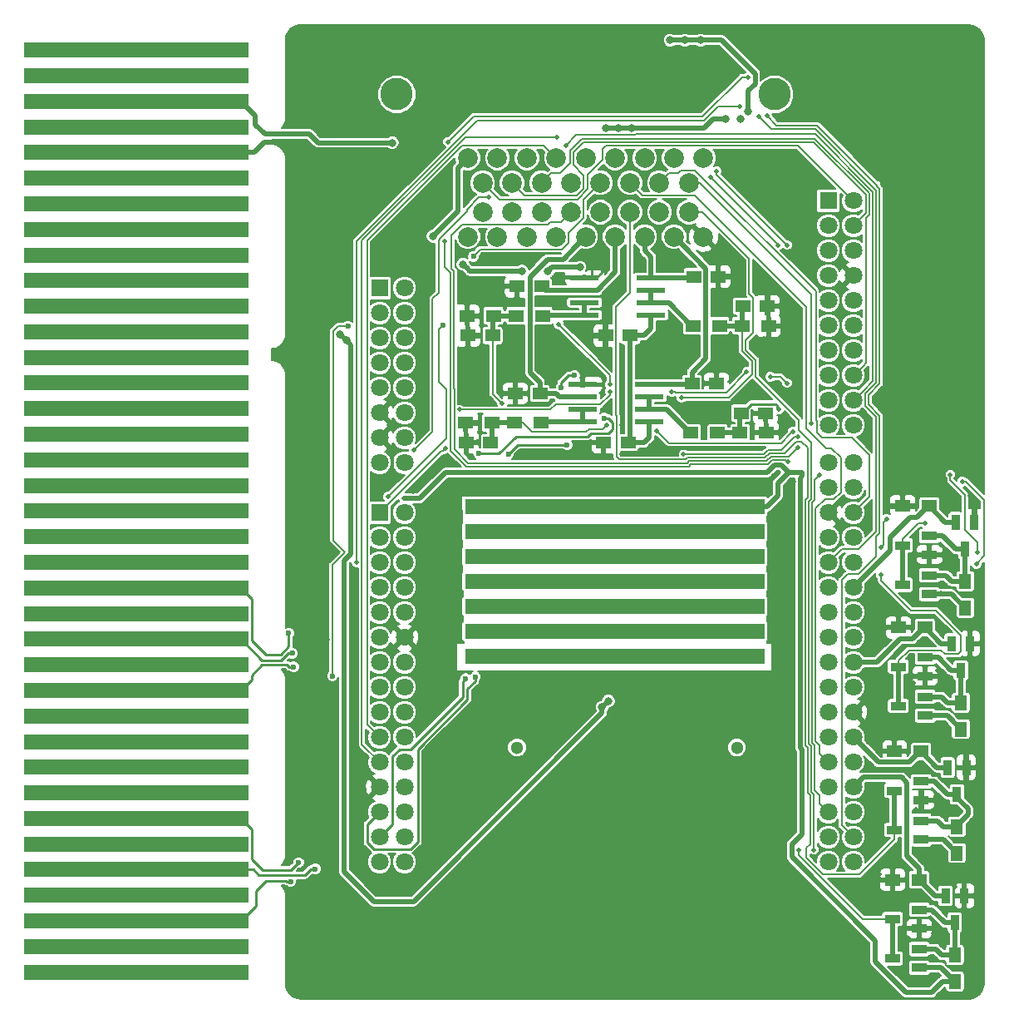
<source format=gbl>
G04 #@! TF.GenerationSoftware,KiCad,Pcbnew,(5.0.2)-1*
G04 #@! TF.CreationDate,2019-02-15T15:39:03+02:00*
G04 #@! TF.ProjectId,STM32_Shield,53544d33-325f-4536-9869-656c642e6b69,rev?*
G04 #@! TF.SameCoordinates,Original*
G04 #@! TF.FileFunction,Copper,L2,Bot*
G04 #@! TF.FilePolarity,Positive*
%FSLAX46Y46*%
G04 Gerber Fmt 4.6, Leading zero omitted, Abs format (unit mm)*
G04 Created by KiCad (PCBNEW (5.0.2)-1) date 15-Feb-19 3:39:03 PM*
%MOMM*%
%LPD*%
G01*
G04 APERTURE LIST*
G04 #@! TA.AperFunction,ComponentPad*
%ADD10R,2.600000X1.600000*%
G04 #@! TD*
G04 #@! TA.AperFunction,WasherPad*
%ADD11R,2.600000X1.600000*%
G04 #@! TD*
G04 #@! TA.AperFunction,ComponentPad*
%ADD12C,3.300000*%
G04 #@! TD*
G04 #@! TA.AperFunction,ComponentPad*
%ADD13C,2.000000*%
G04 #@! TD*
G04 #@! TA.AperFunction,SMDPad,CuDef*
%ADD14R,1.500000X1.250000*%
G04 #@! TD*
G04 #@! TA.AperFunction,ComponentPad*
%ADD15R,1.800000X1.800000*%
G04 #@! TD*
G04 #@! TA.AperFunction,ComponentPad*
%ADD16C,1.800000*%
G04 #@! TD*
G04 #@! TA.AperFunction,SMDPad,CuDef*
%ADD17R,0.950000X1.587500*%
G04 #@! TD*
G04 #@! TA.AperFunction,SMDPad,CuDef*
%ADD18R,1.587500X0.950000*%
G04 #@! TD*
G04 #@! TA.AperFunction,SMDPad,CuDef*
%ADD19R,1.500000X1.300000*%
G04 #@! TD*
G04 #@! TA.AperFunction,SMDPad,CuDef*
%ADD20R,1.300000X1.500000*%
G04 #@! TD*
G04 #@! TA.AperFunction,SMDPad,CuDef*
%ADD21R,3.000000X0.508000*%
G04 #@! TD*
G04 #@! TA.AperFunction,ComponentPad*
%ADD22C,1.300000*%
G04 #@! TD*
G04 #@! TA.AperFunction,ViaPad*
%ADD23C,0.500000*%
G04 #@! TD*
G04 #@! TA.AperFunction,ViaPad*
%ADD24C,0.800000*%
G04 #@! TD*
G04 #@! TA.AperFunction,ViaPad*
%ADD25C,0.600000*%
G04 #@! TD*
G04 #@! TA.AperFunction,Conductor*
%ADD26C,0.254000*%
G04 #@! TD*
G04 #@! TA.AperFunction,Conductor*
%ADD27C,0.508000*%
G04 #@! TD*
G04 #@! TA.AperFunction,Conductor*
%ADD28C,0.152400*%
G04 #@! TD*
G04 #@! TA.AperFunction,Conductor*
%ADD29C,0.152000*%
G04 #@! TD*
G04 APERTURE END LIST*
D10*
G04 #@! TO.P,J6,1*
G04 #@! TO.N,+5V*
X137940000Y-104460000D03*
D11*
G04 #@! TO.P,J6,*
G04 #@! TO.N,*
X135400000Y-104460000D03*
X132860000Y-104460000D03*
X130320000Y-104460000D03*
X127780000Y-104460000D03*
X125240000Y-104460000D03*
X122700000Y-104460000D03*
X120160000Y-104460000D03*
X117620000Y-104460000D03*
X115080000Y-104460000D03*
X112540000Y-104460000D03*
X110000000Y-104460000D03*
G04 #@! TD*
D10*
G04 #@! TO.P,J15,1*
G04 #@! TO.N,PF4*
X137940000Y-107000000D03*
D11*
G04 #@! TO.P,J15,*
G04 #@! TO.N,*
X135400000Y-107000000D03*
X132860000Y-107000000D03*
X130320000Y-107000000D03*
X127780000Y-107000000D03*
X125240000Y-107000000D03*
X122700000Y-107000000D03*
X120160000Y-107000000D03*
X117620000Y-107000000D03*
X115080000Y-107000000D03*
X112540000Y-107000000D03*
X110000000Y-107000000D03*
G04 #@! TD*
D10*
G04 #@! TO.P,J16,1*
G04 #@! TO.N,PB6*
X137940000Y-109540000D03*
D11*
G04 #@! TO.P,J16,*
G04 #@! TO.N,*
X135400000Y-109540000D03*
X132860000Y-109540000D03*
X130320000Y-109540000D03*
X127780000Y-109540000D03*
X125240000Y-109540000D03*
X122700000Y-109540000D03*
X120160000Y-109540000D03*
X117620000Y-109540000D03*
X115080000Y-109540000D03*
X112540000Y-109540000D03*
X110000000Y-109540000D03*
G04 #@! TD*
D10*
G04 #@! TO.P,J17,1*
G04 #@! TO.N,PG14*
X137940000Y-112080000D03*
D11*
G04 #@! TO.P,J17,*
G04 #@! TO.N,*
X135400000Y-112080000D03*
X132860000Y-112080000D03*
X130320000Y-112080000D03*
X127780000Y-112080000D03*
X125240000Y-112080000D03*
X122700000Y-112080000D03*
X120160000Y-112080000D03*
X117620000Y-112080000D03*
X115080000Y-112080000D03*
X112540000Y-112080000D03*
X110000000Y-112080000D03*
G04 #@! TD*
D10*
G04 #@! TO.P,J18,1*
G04 #@! TO.N,PB2*
X137940000Y-114620000D03*
D11*
G04 #@! TO.P,J18,*
G04 #@! TO.N,*
X135400000Y-114620000D03*
X132860000Y-114620000D03*
X130320000Y-114620000D03*
X127780000Y-114620000D03*
X125240000Y-114620000D03*
X122700000Y-114620000D03*
X120160000Y-114620000D03*
X117620000Y-114620000D03*
X115080000Y-114620000D03*
X112540000Y-114620000D03*
X110000000Y-114620000D03*
G04 #@! TD*
D10*
G04 #@! TO.P,J19,1*
G04 #@! TO.N,PD13*
X137940000Y-117160000D03*
D11*
G04 #@! TO.P,J19,*
G04 #@! TO.N,*
X135400000Y-117160000D03*
X132860000Y-117160000D03*
X130320000Y-117160000D03*
X127780000Y-117160000D03*
X125240000Y-117160000D03*
X122700000Y-117160000D03*
X120160000Y-117160000D03*
X117620000Y-117160000D03*
X115080000Y-117160000D03*
X112540000Y-117160000D03*
X110000000Y-117160000D03*
G04 #@! TD*
D10*
G04 #@! TO.P,J20,1*
G04 #@! TO.N,GND*
X137940000Y-119700000D03*
D11*
G04 #@! TO.P,J20,*
G04 #@! TO.N,*
X135400000Y-119700000D03*
X132860000Y-119700000D03*
X130320000Y-119700000D03*
X127780000Y-119700000D03*
X125240000Y-119700000D03*
X122700000Y-119700000D03*
X120160000Y-119700000D03*
X117620000Y-119700000D03*
X115080000Y-119700000D03*
X112540000Y-119700000D03*
X110000000Y-119700000D03*
G04 #@! TD*
D10*
G04 #@! TO.P,J8,1*
G04 #@! TO.N,N/C*
X85400000Y-81461578D03*
D11*
G04 #@! TO.P,J8,*
G04 #@! TO.N,*
X82860000Y-81461578D03*
X80320000Y-81461578D03*
X77780000Y-81461578D03*
X75240000Y-81461578D03*
X72700000Y-81461578D03*
X70160000Y-81461578D03*
X67620000Y-81461578D03*
X65080000Y-81461578D03*
G04 #@! TD*
D10*
G04 #@! TO.P,J9,1*
G04 #@! TO.N,PF3*
X85400000Y-112743682D03*
D11*
G04 #@! TO.P,J9,*
G04 #@! TO.N,*
X82860000Y-112743682D03*
X80320000Y-112743682D03*
X77780000Y-112743682D03*
X75240000Y-112743682D03*
X72700000Y-112743682D03*
X70160000Y-112743682D03*
X67620000Y-112743682D03*
X65080000Y-112743682D03*
G04 #@! TD*
D10*
G04 #@! TO.P,J10,1*
G04 #@! TO.N,+12V*
X85400000Y-63213684D03*
D11*
G04 #@! TO.P,J10,*
G04 #@! TO.N,*
X82860000Y-63213684D03*
X80320000Y-63213684D03*
X77780000Y-63213684D03*
X75240000Y-63213684D03*
X72700000Y-63213684D03*
X70160000Y-63213684D03*
X67620000Y-63213684D03*
X65080000Y-63213684D03*
G04 #@! TD*
D10*
G04 #@! TO.P,J11,1*
G04 #@! TO.N,PD4*
X85400000Y-115350524D03*
D11*
G04 #@! TO.P,J11,*
G04 #@! TO.N,*
X82860000Y-115350524D03*
X80320000Y-115350524D03*
X77780000Y-115350524D03*
X75240000Y-115350524D03*
X72700000Y-115350524D03*
X70160000Y-115350524D03*
X67620000Y-115350524D03*
X65080000Y-115350524D03*
G04 #@! TD*
D10*
G04 #@! TO.P,J12,1*
G04 #@! TO.N,+5V*
X85400000Y-65820526D03*
D11*
G04 #@! TO.P,J12,*
G04 #@! TO.N,*
X82860000Y-65820526D03*
X80320000Y-65820526D03*
X77780000Y-65820526D03*
X75240000Y-65820526D03*
X72700000Y-65820526D03*
X70160000Y-65820526D03*
X67620000Y-65820526D03*
X65080000Y-65820526D03*
G04 #@! TD*
D10*
G04 #@! TO.P,J13,1*
G04 #@! TO.N,GND*
X85400000Y-68427368D03*
D11*
G04 #@! TO.P,J13,*
G04 #@! TO.N,*
X82860000Y-68427368D03*
X80320000Y-68427368D03*
X77780000Y-68427368D03*
X75240000Y-68427368D03*
X72700000Y-68427368D03*
X70160000Y-68427368D03*
X67620000Y-68427368D03*
X65080000Y-68427368D03*
G04 #@! TD*
D10*
G04 #@! TO.P,J14,1*
G04 #@! TO.N,N/C*
X85400000Y-71034210D03*
D11*
G04 #@! TO.P,J14,*
G04 #@! TO.N,*
X82860000Y-71034210D03*
X80320000Y-71034210D03*
X77780000Y-71034210D03*
X75240000Y-71034210D03*
X72700000Y-71034210D03*
X70160000Y-71034210D03*
X67620000Y-71034210D03*
X65080000Y-71034210D03*
G04 #@! TD*
D10*
G04 #@! TO.P,J21,1*
G04 #@! TO.N,N/C*
X85400000Y-73641052D03*
D11*
G04 #@! TO.P,J21,*
G04 #@! TO.N,*
X82860000Y-73641052D03*
X80320000Y-73641052D03*
X77780000Y-73641052D03*
X75240000Y-73641052D03*
X72700000Y-73641052D03*
X70160000Y-73641052D03*
X67620000Y-73641052D03*
X65080000Y-73641052D03*
G04 #@! TD*
D10*
G04 #@! TO.P,J22,1*
G04 #@! TO.N,N/C*
X85400000Y-76247894D03*
D11*
G04 #@! TO.P,J22,*
G04 #@! TO.N,*
X82860000Y-76247894D03*
X80320000Y-76247894D03*
X77780000Y-76247894D03*
X75240000Y-76247894D03*
X72700000Y-76247894D03*
X70160000Y-76247894D03*
X67620000Y-76247894D03*
X65080000Y-76247894D03*
G04 #@! TD*
D10*
G04 #@! TO.P,J23,1*
G04 #@! TO.N,N/C*
X85400000Y-58000000D03*
D11*
G04 #@! TO.P,J23,*
G04 #@! TO.N,*
X82860000Y-58000000D03*
X80320000Y-58000000D03*
X77780000Y-58000000D03*
X75240000Y-58000000D03*
X72700000Y-58000000D03*
X70160000Y-58000000D03*
X67620000Y-58000000D03*
X65080000Y-58000000D03*
G04 #@! TD*
D10*
G04 #@! TO.P,J24,1*
G04 #@! TO.N,N/C*
X85400000Y-60606842D03*
D11*
G04 #@! TO.P,J24,*
G04 #@! TO.N,*
X82860000Y-60606842D03*
X80320000Y-60606842D03*
X77780000Y-60606842D03*
X75240000Y-60606842D03*
X72700000Y-60606842D03*
X70160000Y-60606842D03*
X67620000Y-60606842D03*
X65080000Y-60606842D03*
G04 #@! TD*
D10*
G04 #@! TO.P,J25,1*
G04 #@! TO.N,N/C*
X85400000Y-84068420D03*
D11*
G04 #@! TO.P,J25,*
G04 #@! TO.N,*
X82860000Y-84068420D03*
X80320000Y-84068420D03*
X77780000Y-84068420D03*
X75240000Y-84068420D03*
X72700000Y-84068420D03*
X70160000Y-84068420D03*
X67620000Y-84068420D03*
X65080000Y-84068420D03*
G04 #@! TD*
D10*
G04 #@! TO.P,J26,1*
G04 #@! TO.N,PD6*
X85400000Y-86675262D03*
D11*
G04 #@! TO.P,J26,*
G04 #@! TO.N,*
X82860000Y-86675262D03*
X80320000Y-86675262D03*
X77780000Y-86675262D03*
X75240000Y-86675262D03*
X72700000Y-86675262D03*
X70160000Y-86675262D03*
X67620000Y-86675262D03*
X65080000Y-86675262D03*
G04 #@! TD*
D10*
G04 #@! TO.P,J27,1*
G04 #@! TO.N,PD5*
X85400000Y-89282104D03*
D11*
G04 #@! TO.P,J27,*
G04 #@! TO.N,*
X82860000Y-89282104D03*
X80320000Y-89282104D03*
X77780000Y-89282104D03*
X75240000Y-89282104D03*
X72700000Y-89282104D03*
X70160000Y-89282104D03*
X67620000Y-89282104D03*
X65080000Y-89282104D03*
G04 #@! TD*
D10*
G04 #@! TO.P,J28,1*
G04 #@! TO.N,N/C*
X85400000Y-91888946D03*
D11*
G04 #@! TO.P,J28,*
G04 #@! TO.N,*
X82860000Y-91888946D03*
X80320000Y-91888946D03*
X77780000Y-91888946D03*
X75240000Y-91888946D03*
X72700000Y-91888946D03*
X70160000Y-91888946D03*
X67620000Y-91888946D03*
X65080000Y-91888946D03*
G04 #@! TD*
D10*
G04 #@! TO.P,J29,1*
G04 #@! TO.N,N/C*
X85400000Y-94495788D03*
D11*
G04 #@! TO.P,J29,*
G04 #@! TO.N,*
X82860000Y-94495788D03*
X80320000Y-94495788D03*
X77780000Y-94495788D03*
X75240000Y-94495788D03*
X72700000Y-94495788D03*
X70160000Y-94495788D03*
X67620000Y-94495788D03*
X65080000Y-94495788D03*
G04 #@! TD*
D10*
G04 #@! TO.P,J30,1*
G04 #@! TO.N,N/C*
X85400000Y-97102630D03*
D11*
G04 #@! TO.P,J30,*
G04 #@! TO.N,*
X82860000Y-97102630D03*
X80320000Y-97102630D03*
X77780000Y-97102630D03*
X75240000Y-97102630D03*
X72700000Y-97102630D03*
X70160000Y-97102630D03*
X67620000Y-97102630D03*
X65080000Y-97102630D03*
G04 #@! TD*
D10*
G04 #@! TO.P,J31,1*
G04 #@! TO.N,N/C*
X85400000Y-99709472D03*
D11*
G04 #@! TO.P,J31,*
G04 #@! TO.N,*
X82860000Y-99709472D03*
X80320000Y-99709472D03*
X77780000Y-99709472D03*
X75240000Y-99709472D03*
X72700000Y-99709472D03*
X70160000Y-99709472D03*
X67620000Y-99709472D03*
X65080000Y-99709472D03*
G04 #@! TD*
D10*
G04 #@! TO.P,J32,1*
G04 #@! TO.N,N/C*
X85400000Y-102316314D03*
D11*
G04 #@! TO.P,J32,*
G04 #@! TO.N,*
X82860000Y-102316314D03*
X80320000Y-102316314D03*
X77780000Y-102316314D03*
X75240000Y-102316314D03*
X72700000Y-102316314D03*
X70160000Y-102316314D03*
X67620000Y-102316314D03*
X65080000Y-102316314D03*
G04 #@! TD*
D10*
G04 #@! TO.P,J33,1*
G04 #@! TO.N,N/C*
X85400000Y-104923156D03*
D11*
G04 #@! TO.P,J33,*
G04 #@! TO.N,*
X82860000Y-104923156D03*
X80320000Y-104923156D03*
X77780000Y-104923156D03*
X75240000Y-104923156D03*
X72700000Y-104923156D03*
X70160000Y-104923156D03*
X67620000Y-104923156D03*
X65080000Y-104923156D03*
G04 #@! TD*
D10*
G04 #@! TO.P,J34,1*
G04 #@! TO.N,N/C*
X85400000Y-107529998D03*
D11*
G04 #@! TO.P,J34,*
G04 #@! TO.N,*
X82860000Y-107529998D03*
X80320000Y-107529998D03*
X77780000Y-107529998D03*
X75240000Y-107529998D03*
X72700000Y-107529998D03*
X70160000Y-107529998D03*
X67620000Y-107529998D03*
X65080000Y-107529998D03*
G04 #@! TD*
D10*
G04 #@! TO.P,J35,1*
G04 #@! TO.N,N/C*
X85400000Y-110136840D03*
D11*
G04 #@! TO.P,J35,*
G04 #@! TO.N,*
X82860000Y-110136840D03*
X80320000Y-110136840D03*
X77780000Y-110136840D03*
X75240000Y-110136840D03*
X72700000Y-110136840D03*
X70160000Y-110136840D03*
X67620000Y-110136840D03*
X65080000Y-110136840D03*
G04 #@! TD*
D10*
G04 #@! TO.P,J36,1*
G04 #@! TO.N,PF5*
X85400000Y-117957366D03*
D11*
G04 #@! TO.P,J36,*
G04 #@! TO.N,*
X82860000Y-117957366D03*
X80320000Y-117957366D03*
X77780000Y-117957366D03*
X75240000Y-117957366D03*
X72700000Y-117957366D03*
X70160000Y-117957366D03*
X67620000Y-117957366D03*
X65080000Y-117957366D03*
G04 #@! TD*
D10*
G04 #@! TO.P,J37,1*
G04 #@! TO.N,PD3*
X85400000Y-120564208D03*
D11*
G04 #@! TO.P,J37,*
G04 #@! TO.N,*
X82860000Y-120564208D03*
X80320000Y-120564208D03*
X77780000Y-120564208D03*
X75240000Y-120564208D03*
X72700000Y-120564208D03*
X70160000Y-120564208D03*
X67620000Y-120564208D03*
X65080000Y-120564208D03*
G04 #@! TD*
D10*
G04 #@! TO.P,J38,1*
G04 #@! TO.N,PF10*
X85400000Y-123171050D03*
D11*
G04 #@! TO.P,J38,*
G04 #@! TO.N,*
X82860000Y-123171050D03*
X80320000Y-123171050D03*
X77780000Y-123171050D03*
X75240000Y-123171050D03*
X72700000Y-123171050D03*
X70160000Y-123171050D03*
X67620000Y-123171050D03*
X65080000Y-123171050D03*
G04 #@! TD*
D10*
G04 #@! TO.P,J39,1*
G04 #@! TO.N,PF2*
X85400000Y-125777892D03*
D11*
G04 #@! TO.P,J39,*
G04 #@! TO.N,*
X82860000Y-125777892D03*
X80320000Y-125777892D03*
X77780000Y-125777892D03*
X75240000Y-125777892D03*
X72700000Y-125777892D03*
X70160000Y-125777892D03*
X67620000Y-125777892D03*
X65080000Y-125777892D03*
G04 #@! TD*
D10*
G04 #@! TO.P,J40,1*
G04 #@! TO.N,N/C*
X85400000Y-128384734D03*
D11*
G04 #@! TO.P,J40,*
G04 #@! TO.N,*
X82860000Y-128384734D03*
X80320000Y-128384734D03*
X77780000Y-128384734D03*
X75240000Y-128384734D03*
X72700000Y-128384734D03*
X70160000Y-128384734D03*
X67620000Y-128384734D03*
X65080000Y-128384734D03*
G04 #@! TD*
D10*
G04 #@! TO.P,J41,1*
G04 #@! TO.N,N/C*
X85400000Y-130991576D03*
D11*
G04 #@! TO.P,J41,*
G04 #@! TO.N,*
X82860000Y-130991576D03*
X80320000Y-130991576D03*
X77780000Y-130991576D03*
X75240000Y-130991576D03*
X72700000Y-130991576D03*
X70160000Y-130991576D03*
X67620000Y-130991576D03*
X65080000Y-130991576D03*
G04 #@! TD*
D10*
G04 #@! TO.P,J42,1*
G04 #@! TO.N,N/C*
X85400000Y-133598418D03*
D11*
G04 #@! TO.P,J42,*
G04 #@! TO.N,*
X82860000Y-133598418D03*
X80320000Y-133598418D03*
X77780000Y-133598418D03*
X75240000Y-133598418D03*
X72700000Y-133598418D03*
X70160000Y-133598418D03*
X67620000Y-133598418D03*
X65080000Y-133598418D03*
G04 #@! TD*
D10*
G04 #@! TO.P,J43,1*
G04 #@! TO.N,PE6*
X85400000Y-136205260D03*
D11*
G04 #@! TO.P,J43,*
G04 #@! TO.N,*
X82860000Y-136205260D03*
X80320000Y-136205260D03*
X77780000Y-136205260D03*
X75240000Y-136205260D03*
X72700000Y-136205260D03*
X70160000Y-136205260D03*
X67620000Y-136205260D03*
X65080000Y-136205260D03*
G04 #@! TD*
D10*
G04 #@! TO.P,J44,1*
G04 #@! TO.N,PF8*
X85400000Y-138812102D03*
D11*
G04 #@! TO.P,J44,*
G04 #@! TO.N,*
X82860000Y-138812102D03*
X80320000Y-138812102D03*
X77780000Y-138812102D03*
X75240000Y-138812102D03*
X72700000Y-138812102D03*
X70160000Y-138812102D03*
X67620000Y-138812102D03*
X65080000Y-138812102D03*
G04 #@! TD*
D10*
G04 #@! TO.P,J45,1*
G04 #@! TO.N,PF7*
X85400000Y-141418944D03*
D11*
G04 #@! TO.P,J45,*
G04 #@! TO.N,*
X82860000Y-141418944D03*
X80320000Y-141418944D03*
X77780000Y-141418944D03*
X75240000Y-141418944D03*
X72700000Y-141418944D03*
X70160000Y-141418944D03*
X67620000Y-141418944D03*
X65080000Y-141418944D03*
G04 #@! TD*
D10*
G04 #@! TO.P,J46,1*
G04 #@! TO.N,PF9*
X85400000Y-144025786D03*
D11*
G04 #@! TO.P,J46,*
G04 #@! TO.N,*
X82860000Y-144025786D03*
X80320000Y-144025786D03*
X77780000Y-144025786D03*
X75240000Y-144025786D03*
X72700000Y-144025786D03*
X70160000Y-144025786D03*
X67620000Y-144025786D03*
X65080000Y-144025786D03*
G04 #@! TD*
D10*
G04 #@! TO.P,J47,1*
G04 #@! TO.N,PG0*
X85400000Y-146632628D03*
D11*
G04 #@! TO.P,J47,*
G04 #@! TO.N,*
X82860000Y-146632628D03*
X80320000Y-146632628D03*
X77780000Y-146632628D03*
X75240000Y-146632628D03*
X72700000Y-146632628D03*
X70160000Y-146632628D03*
X67620000Y-146632628D03*
X65080000Y-146632628D03*
G04 #@! TD*
D10*
G04 #@! TO.P,J48,1*
G04 #@! TO.N,PG1*
X85400000Y-149239470D03*
D11*
G04 #@! TO.P,J48,*
G04 #@! TO.N,*
X82860000Y-149239470D03*
X80320000Y-149239470D03*
X77780000Y-149239470D03*
X75240000Y-149239470D03*
X72700000Y-149239470D03*
X70160000Y-149239470D03*
X67620000Y-149239470D03*
X65080000Y-149239470D03*
G04 #@! TD*
D10*
G04 #@! TO.P,J49,1*
G04 #@! TO.N,N/C*
X85400000Y-151846312D03*
D11*
G04 #@! TO.P,J49,*
G04 #@! TO.N,*
X82860000Y-151846312D03*
X80320000Y-151846312D03*
X77780000Y-151846312D03*
X75240000Y-151846312D03*
X72700000Y-151846312D03*
X70160000Y-151846312D03*
X67620000Y-151846312D03*
X65080000Y-151846312D03*
G04 #@! TD*
D10*
G04 #@! TO.P,J52,1*
G04 #@! TO.N,N/C*
X85400000Y-78854736D03*
D11*
G04 #@! TO.P,J52,*
G04 #@! TO.N,*
X82860000Y-78854736D03*
X80320000Y-78854736D03*
X77780000Y-78854736D03*
X75240000Y-78854736D03*
X72700000Y-78854736D03*
X70160000Y-78854736D03*
X67620000Y-78854736D03*
X65080000Y-78854736D03*
G04 #@! TD*
D12*
G04 #@! TO.P,J3,*
G04 #@! TO.N,*
X140250000Y-62500000D03*
X101750000Y-62500000D03*
D13*
G04 #@! TO.P,J3,34*
G04 #@! TO.N,CANLO2*
X133000000Y-69000000D03*
G04 #@! TO.P,J3,33*
G04 #@! TO.N,CANHI2*
X130000000Y-69000000D03*
G04 #@! TO.P,J3,32*
G04 #@! TO.N,CANLO1*
X127000000Y-69000000D03*
G04 #@! TO.P,J3,31*
G04 #@! TO.N,CANHI1*
X124000000Y-69000000D03*
G04 #@! TO.P,J3,30*
G04 #@! TO.N,I2C2SDA*
X121000000Y-69000000D03*
G04 #@! TO.P,J3,29*
G04 #@! TO.N,I2C2SCK*
X118000000Y-69000000D03*
G04 #@! TO.P,J3,28*
G04 #@! TO.N,ISOSPI_IM*
X115000000Y-69000000D03*
G04 #@! TO.P,J3,27*
G04 #@! TO.N,ISOSPI_IP*
X112000000Y-69000000D03*
G04 #@! TO.P,J3,26*
G04 #@! TO.N,+12V*
X109000000Y-69000000D03*
G04 #@! TO.P,J3,25*
G04 #@! TO.N,DI7*
X131500000Y-71500000D03*
G04 #@! TO.P,J3,24*
G04 #@! TO.N,DI6*
X128500000Y-71500000D03*
G04 #@! TO.P,J3,23*
G04 #@! TO.N,DI5*
X125500000Y-71500000D03*
G04 #@! TO.P,J3,22*
G04 #@! TO.N,DI4*
X122500000Y-71500000D03*
G04 #@! TO.P,J3,21*
G04 #@! TO.N,DI3*
X119500000Y-71500000D03*
G04 #@! TO.P,J3,20*
G04 #@! TO.N,DI2*
X116500000Y-71500000D03*
G04 #@! TO.P,J3,19*
G04 #@! TO.N,DI1*
X113500000Y-71500000D03*
G04 #@! TO.P,J3,18*
G04 #@! TO.N,DI0*
X110500000Y-71500000D03*
G04 #@! TO.P,J3,17*
G04 #@! TO.N,DO7*
X131500000Y-74500000D03*
G04 #@! TO.P,J3,16*
G04 #@! TO.N,DO6*
X128500000Y-74500000D03*
G04 #@! TO.P,J3,15*
G04 #@! TO.N,DO5*
X125500000Y-74500000D03*
G04 #@! TO.P,J3,14*
G04 #@! TO.N,DO4*
X122500000Y-74500000D03*
G04 #@! TO.P,J3,13*
G04 #@! TO.N,DO3*
X119500000Y-74500000D03*
G04 #@! TO.P,J3,12*
G04 #@! TO.N,DO2*
X116500000Y-74500000D03*
G04 #@! TO.P,J3,11*
G04 #@! TO.N,DO1*
X113500000Y-74500000D03*
G04 #@! TO.P,J3,10*
G04 #@! TO.N,DO0*
X110500000Y-74500000D03*
G04 #@! TO.P,J3,9*
G04 #@! TO.N,GND*
X133000000Y-77000000D03*
G04 #@! TO.P,J3,8*
G04 #@! TO.N,AI3*
X130000000Y-77000000D03*
G04 #@! TO.P,J3,7*
G04 #@! TO.N,AI1*
X127000000Y-77000000D03*
G04 #@! TO.P,J3,6*
G04 #@! TO.N,AI0*
X124000000Y-77000000D03*
G04 #@! TO.P,J3,5*
G04 #@! TO.N,AI2*
X121000000Y-77000000D03*
G04 #@! TO.P,J3,4*
G04 #@! TO.N,AI4*
X118000000Y-77000000D03*
G04 #@! TO.P,J3,3*
G04 #@! TO.N,AI5*
X115000000Y-77000000D03*
G04 #@! TO.P,J3,2*
G04 #@! TO.N,AI6*
X112000000Y-77000000D03*
G04 #@! TO.P,J3,1*
G04 #@! TO.N,AI7*
X109000000Y-77000000D03*
G04 #@! TD*
D14*
G04 #@! TO.P,C5,2*
G04 #@! TO.N,GND*
X114015140Y-82062592D03*
G04 #@! TO.P,C5,1*
G04 #@! TO.N,AI0*
X116515140Y-82062592D03*
G04 #@! TD*
G04 #@! TO.P,C6,2*
G04 #@! TO.N,GND*
X134515140Y-81062592D03*
G04 #@! TO.P,C6,1*
G04 #@! TO.N,AI1*
X132015140Y-81062592D03*
G04 #@! TD*
G04 #@! TO.P,C7,2*
G04 #@! TO.N,GND*
X122825871Y-97952085D03*
G04 #@! TO.P,C7,1*
G04 #@! TO.N,+12V*
X125325871Y-97952085D03*
G04 #@! TD*
G04 #@! TO.P,C8,2*
G04 #@! TO.N,GND*
X109015140Y-87062592D03*
G04 #@! TO.P,C8,1*
G04 #@! TO.N,PA0*
X111515140Y-87062592D03*
G04 #@! TD*
G04 #@! TO.P,C9,2*
G04 #@! TO.N,GND*
X139515140Y-84062592D03*
G04 #@! TO.P,C9,1*
G04 #@! TO.N,PA3*
X137015140Y-84062592D03*
G04 #@! TD*
G04 #@! TO.P,C10,2*
G04 #@! TO.N,GND*
X113825871Y-92952085D03*
G04 #@! TO.P,C10,1*
G04 #@! TO.N,AI2*
X116325871Y-92952085D03*
G04 #@! TD*
G04 #@! TO.P,C11,2*
G04 #@! TO.N,GND*
X134325871Y-91952085D03*
G04 #@! TO.P,C11,1*
G04 #@! TO.N,AI3*
X131825871Y-91952085D03*
G04 #@! TD*
G04 #@! TO.P,C12,2*
G04 #@! TO.N,GND*
X123015140Y-87062592D03*
G04 #@! TO.P,C12,1*
G04 #@! TO.N,+12V*
X125515140Y-87062592D03*
G04 #@! TD*
G04 #@! TO.P,C13,2*
G04 #@! TO.N,GND*
X108825871Y-97952085D03*
G04 #@! TO.P,C13,1*
G04 #@! TO.N,PA4*
X111325871Y-97952085D03*
G04 #@! TD*
G04 #@! TO.P,C14,2*
G04 #@! TO.N,GND*
X139325871Y-94952085D03*
G04 #@! TO.P,C14,1*
G04 #@! TO.N,PA5*
X136825871Y-94952085D03*
G04 #@! TD*
D15*
G04 #@! TO.P,J1,1*
G04 #@! TO.N,N/C*
X100000000Y-82220000D03*
D16*
G04 #@! TO.P,J1,3*
X100000000Y-84760000D03*
G04 #@! TO.P,J1,5*
X100000000Y-87300000D03*
G04 #@! TO.P,J1,7*
G04 #@! TO.N,+3V3*
X100000000Y-89840000D03*
G04 #@! TO.P,J1,9*
G04 #@! TO.N,+5V*
X100000000Y-92380000D03*
G04 #@! TO.P,J1,11*
G04 #@! TO.N,GND*
X100000000Y-94920000D03*
G04 #@! TO.P,J1,13*
X100000000Y-97460000D03*
G04 #@! TO.P,J1,15*
G04 #@! TO.N,N/C*
X100000000Y-100000000D03*
G04 #@! TO.P,J1,2*
G04 #@! TO.N,PC8*
X102540000Y-82220000D03*
G04 #@! TO.P,J1,4*
G04 #@! TO.N,PC9*
X102540000Y-84760000D03*
G04 #@! TO.P,J1,6*
G04 #@! TO.N,PC10*
X102540000Y-87300000D03*
G04 #@! TO.P,J1,8*
G04 #@! TO.N,PC11*
X102540000Y-89840000D03*
G04 #@! TO.P,J1,10*
G04 #@! TO.N,PC12*
X102540000Y-92380000D03*
G04 #@! TO.P,J1,12*
G04 #@! TO.N,PD2*
X102540000Y-94920000D03*
G04 #@! TO.P,J1,14*
G04 #@! TO.N,N/C*
X102540000Y-97460000D03*
G04 #@! TO.P,J1,16*
X102540000Y-100000000D03*
G04 #@! TD*
D15*
G04 #@! TO.P,J2,1*
G04 #@! TO.N,PA3*
X100000000Y-105080000D03*
D16*
G04 #@! TO.P,J2,3*
G04 #@! TO.N,PC0*
X100000000Y-107620000D03*
G04 #@! TO.P,J2,5*
G04 #@! TO.N,PC3*
X100000000Y-110160000D03*
G04 #@! TO.P,J2,7*
G04 #@! TO.N,PF3*
X100000000Y-112700000D03*
G04 #@! TO.P,J2,9*
G04 #@! TO.N,PF5*
X100000000Y-115240000D03*
G04 #@! TO.P,J2,11*
G04 #@! TO.N,PF10*
X100000000Y-117780000D03*
G04 #@! TO.P,J2,13*
G04 #@! TO.N,N/C*
X100000000Y-120320000D03*
G04 #@! TO.P,J2,15*
X100000000Y-122860000D03*
G04 #@! TO.P,J2,17*
G04 #@! TO.N,PF2*
X100000000Y-125400000D03*
G04 #@! TO.P,J2,19*
G04 #@! TO.N,I2C2SCK*
X100000000Y-127940000D03*
G04 #@! TO.P,J2,21*
G04 #@! TO.N,I2C2SDA*
X100000000Y-130480000D03*
G04 #@! TO.P,J2,23*
G04 #@! TO.N,GND*
X100000000Y-133020000D03*
G04 #@! TO.P,J2,25*
G04 #@! TO.N,PD0*
X100000000Y-135560000D03*
G04 #@! TO.P,J2,27*
G04 #@! TO.N,PD1*
X100000000Y-138100000D03*
G04 #@! TO.P,J2,29*
G04 #@! TO.N,PG0*
X100000000Y-140640000D03*
G04 #@! TO.P,J2,2*
G04 #@! TO.N,N/C*
X102540000Y-105080000D03*
G04 #@! TO.P,J2,4*
G04 #@! TO.N,PD6*
X102540000Y-107620000D03*
G04 #@! TO.P,J2,6*
G04 #@! TO.N,PD5*
X102540000Y-110160000D03*
G04 #@! TO.P,J2,8*
G04 #@! TO.N,PD4*
X102540000Y-112700000D03*
G04 #@! TO.P,J2,10*
G04 #@! TO.N,PD3*
X102540000Y-115240000D03*
G04 #@! TO.P,J2,12*
G04 #@! TO.N,GND*
X102540000Y-117780000D03*
G04 #@! TO.P,J2,14*
G04 #@! TO.N,N/C*
X102540000Y-120320000D03*
G04 #@! TO.P,J2,16*
G04 #@! TO.N,PE4*
X102540000Y-122860000D03*
G04 #@! TO.P,J2,18*
G04 #@! TO.N,PE5*
X102540000Y-125400000D03*
G04 #@! TO.P,J2,20*
G04 #@! TO.N,PE6*
X102540000Y-127940000D03*
G04 #@! TO.P,J2,22*
G04 #@! TO.N,DI4*
X102540000Y-130480000D03*
G04 #@! TO.P,J2,24*
G04 #@! TO.N,PF8*
X102540000Y-133020000D03*
G04 #@! TO.P,J2,26*
G04 #@! TO.N,PF7*
X102540000Y-135560000D03*
G04 #@! TO.P,J2,28*
G04 #@! TO.N,PF9*
X102540000Y-138100000D03*
G04 #@! TO.P,J2,30*
G04 #@! TO.N,PG1*
X102540000Y-140640000D03*
G04 #@! TD*
D15*
G04 #@! TO.P,J4,1*
G04 #@! TO.N,N/C*
X145720000Y-73340000D03*
D16*
G04 #@! TO.P,J4,3*
X145720000Y-75880000D03*
G04 #@! TO.P,J4,5*
G04 #@! TO.N,PB13*
X145720000Y-78420000D03*
G04 #@! TO.P,J4,7*
G04 #@! TO.N,PB12*
X145720000Y-80960000D03*
G04 #@! TO.P,J4,9*
G04 #@! TO.N,N/C*
X145720000Y-83500000D03*
G04 #@! TO.P,J4,11*
X145720000Y-86040000D03*
G04 #@! TO.P,J4,13*
X145720000Y-88580000D03*
G04 #@! TO.P,J4,15*
X145720000Y-91120000D03*
G04 #@! TO.P,J4,17*
G04 #@! TO.N,PA4*
X145720000Y-93660000D03*
G04 #@! TO.P,J4,19*
G04 #@! TO.N,N/C*
X145720000Y-96200000D03*
G04 #@! TO.P,J4,2*
G04 #@! TO.N,DI0*
X148260000Y-73340000D03*
G04 #@! TO.P,J4,4*
G04 #@! TO.N,DI1*
X148260000Y-75880000D03*
G04 #@! TO.P,J4,6*
G04 #@! TO.N,N/C*
X148260000Y-78420000D03*
G04 #@! TO.P,J4,8*
G04 #@! TO.N,GND*
X148260000Y-80960000D03*
G04 #@! TO.P,J4,10*
G04 #@! TO.N,PA5*
X148260000Y-83500000D03*
G04 #@! TO.P,J4,12*
G04 #@! TO.N,AI4*
X148260000Y-86040000D03*
G04 #@! TO.P,J4,14*
G04 #@! TO.N,AI5*
X148260000Y-88580000D03*
G04 #@! TO.P,J4,16*
G04 #@! TO.N,DI2*
X148260000Y-91120000D03*
G04 #@! TO.P,J4,18*
G04 #@! TO.N,DI3*
X148260000Y-93660000D03*
G04 #@! TO.P,J4,20*
G04 #@! TO.N,DI7*
X148260000Y-96200000D03*
G04 #@! TD*
G04 #@! TO.P,J5,1*
G04 #@! TO.N,N/C*
X145720000Y-100000000D03*
G04 #@! TO.P,J5,3*
X145720000Y-102540000D03*
G04 #@! TO.P,J5,5*
G04 #@! TO.N,GND*
X145720000Y-105080000D03*
G04 #@! TO.P,J5,7*
G04 #@! TO.N,PB1*
X145720000Y-107620000D03*
G04 #@! TO.P,J5,9*
G04 #@! TO.N,PC2*
X145720000Y-110160000D03*
G04 #@! TO.P,J5,11*
G04 #@! TO.N,PF4*
X145720000Y-112700000D03*
G04 #@! TO.P,J5,13*
G04 #@! TO.N,PB6*
X145720000Y-115240000D03*
G04 #@! TO.P,J5,15*
G04 #@! TO.N,PB2*
X145720000Y-117780000D03*
G04 #@! TO.P,J5,17*
G04 #@! TO.N,GND*
X145720000Y-120320000D03*
G04 #@! TO.P,J5,19*
G04 #@! TO.N,PD13*
X145720000Y-122860000D03*
G04 #@! TO.P,J5,21*
G04 #@! TO.N,N/C*
X145720000Y-125400000D03*
G04 #@! TO.P,J5,23*
X145720000Y-127940000D03*
G04 #@! TO.P,J5,25*
G04 #@! TO.N,DI5*
X145720000Y-130480000D03*
G04 #@! TO.P,J5,27*
G04 #@! TO.N,GND*
X145720000Y-133020000D03*
G04 #@! TO.P,J5,29*
G04 #@! TO.N,PA0*
X145720000Y-135560000D03*
G04 #@! TO.P,J5,31*
G04 #@! TO.N,N/C*
X145720000Y-138100000D03*
G04 #@! TO.P,J5,33*
G04 #@! TO.N,PE0*
X145720000Y-140640000D03*
G04 #@! TO.P,J5,2*
G04 #@! TO.N,N/C*
X148260000Y-100000000D03*
G04 #@! TO.P,J5,4*
X148260000Y-102540000D03*
G04 #@! TO.P,J5,6*
G04 #@! TO.N,DI6*
X148260000Y-105080000D03*
G04 #@! TO.P,J5,8*
G04 #@! TO.N,N/C*
X148260000Y-107620000D03*
G04 #@! TO.P,J5,10*
G04 #@! TO.N,PE13*
X148260000Y-110160000D03*
G04 #@! TO.P,J5,12*
G04 #@! TO.N,PF15*
X148260000Y-112700000D03*
G04 #@! TO.P,J5,14*
G04 #@! TO.N,PG14*
X148260000Y-115240000D03*
G04 #@! TO.P,J5,16*
G04 #@! TO.N,PG9*
X148260000Y-117780000D03*
G04 #@! TO.P,J5,18*
G04 #@! TO.N,PE8*
X148260000Y-120320000D03*
G04 #@! TO.P,J5,20*
G04 #@! TO.N,PE7*
X148260000Y-122860000D03*
G04 #@! TO.P,J5,22*
G04 #@! TO.N,GND*
X148260000Y-125400000D03*
G04 #@! TO.P,J5,24*
G04 #@! TO.N,PE10*
X148260000Y-127940000D03*
G04 #@! TO.P,J5,26*
G04 #@! TO.N,PE12*
X148260000Y-130480000D03*
G04 #@! TO.P,J5,28*
G04 #@! TO.N,PE14*
X148260000Y-133020000D03*
G04 #@! TO.P,J5,30*
G04 #@! TO.N,N/C*
X148260000Y-135560000D03*
G04 #@! TO.P,J5,32*
G04 #@! TO.N,PB10*
X148260000Y-138100000D03*
G04 #@! TO.P,J5,34*
G04 #@! TO.N,PB11*
X148260000Y-140640000D03*
G04 #@! TD*
D17*
G04 #@! TO.P,Q5,3*
G04 #@! TO.N,Net-(Q19-Pad1)*
X159646597Y-108788261D03*
G04 #@! TO.P,Q5,2*
G04 #@! TO.N,GND*
X160596597Y-106050761D03*
G04 #@! TO.P,Q5,1*
G04 #@! TO.N,PF15*
X158696597Y-106050761D03*
G04 #@! TD*
G04 #@! TO.P,Q6,3*
G04 #@! TO.N,Net-(Q20-Pad1)*
X158810665Y-133759287D03*
G04 #@! TO.P,Q6,2*
G04 #@! TO.N,GND*
X159760665Y-131021787D03*
G04 #@! TO.P,Q6,1*
G04 #@! TO.N,PE10*
X157860665Y-131021787D03*
G04 #@! TD*
D18*
G04 #@! TO.P,Q7,3*
G04 #@! TO.N,DO1*
X153277847Y-112419511D03*
G04 #@! TO.P,Q7,2*
G04 #@! TO.N,+5V*
X156015347Y-113369511D03*
G04 #@! TO.P,Q7,1*
G04 #@! TO.N,Net-(Q19-Pad1)*
X156015347Y-111469511D03*
G04 #@! TD*
G04 #@! TO.P,Q8,3*
G04 #@! TO.N,DO5*
X152441915Y-137390537D03*
G04 #@! TO.P,Q8,2*
G04 #@! TO.N,+5V*
X155179415Y-138340537D03*
G04 #@! TO.P,Q8,1*
G04 #@! TO.N,Net-(Q20-Pad1)*
X155179415Y-136440537D03*
G04 #@! TD*
D17*
G04 #@! TO.P,Q13,3*
G04 #@! TO.N,Net-(Q13-Pad3)*
X158602937Y-146820873D03*
G04 #@! TO.P,Q13,2*
G04 #@! TO.N,GND*
X159552937Y-144083373D03*
G04 #@! TO.P,Q13,1*
G04 #@! TO.N,PE14*
X157652937Y-144083373D03*
G04 #@! TD*
G04 #@! TO.P,Q14,3*
G04 #@! TO.N,Net-(Q14-Pad3)*
X159210523Y-121144359D03*
G04 #@! TO.P,Q14,2*
G04 #@! TO.N,GND*
X160160523Y-118406859D03*
G04 #@! TO.P,Q14,1*
G04 #@! TO.N,PE8*
X158260523Y-118406859D03*
G04 #@! TD*
D18*
G04 #@! TO.P,Q15,3*
G04 #@! TO.N,DO7*
X152234187Y-150452123D03*
G04 #@! TO.P,Q15,2*
G04 #@! TO.N,+5V*
X154971687Y-151402123D03*
G04 #@! TO.P,Q15,1*
G04 #@! TO.N,Net-(Q13-Pad3)*
X154971687Y-149502123D03*
G04 #@! TD*
G04 #@! TO.P,Q16,3*
G04 #@! TO.N,DO3*
X152841773Y-124775609D03*
G04 #@! TO.P,Q16,2*
G04 #@! TO.N,+5V*
X155579273Y-125725609D03*
G04 #@! TO.P,Q16,1*
G04 #@! TO.N,Net-(Q14-Pad3)*
X155579273Y-123825609D03*
G04 #@! TD*
D19*
G04 #@! TO.P,R7,2*
G04 #@! TO.N,PA0*
X113915140Y-85062592D03*
G04 #@! TO.P,R7,1*
G04 #@! TO.N,Net-(R7-Pad1)*
X116615140Y-85062592D03*
G04 #@! TD*
G04 #@! TO.P,R8,2*
G04 #@! TO.N,GND*
X108915140Y-85062592D03*
G04 #@! TO.P,R8,1*
G04 #@! TO.N,PA0*
X111615140Y-85062592D03*
G04 #@! TD*
G04 #@! TO.P,R9,2*
G04 #@! TO.N,PA3*
X134615140Y-86062592D03*
G04 #@! TO.P,R9,1*
G04 #@! TO.N,Net-(R9-Pad1)*
X131915140Y-86062592D03*
G04 #@! TD*
G04 #@! TO.P,R10,2*
G04 #@! TO.N,GND*
X139615140Y-86062592D03*
G04 #@! TO.P,R10,1*
G04 #@! TO.N,PA3*
X136915140Y-86062592D03*
G04 #@! TD*
G04 #@! TO.P,R11,2*
G04 #@! TO.N,PA4*
X113725871Y-95952085D03*
G04 #@! TO.P,R11,1*
G04 #@! TO.N,Net-(R11-Pad1)*
X116425871Y-95952085D03*
G04 #@! TD*
G04 #@! TO.P,R12,2*
G04 #@! TO.N,GND*
X108725871Y-95952085D03*
G04 #@! TO.P,R12,1*
G04 #@! TO.N,PA4*
X111425871Y-95952085D03*
G04 #@! TD*
G04 #@! TO.P,R13,2*
G04 #@! TO.N,PA5*
X134425871Y-96952085D03*
G04 #@! TO.P,R13,1*
G04 #@! TO.N,Net-(R13-Pad1)*
X131725871Y-96952085D03*
G04 #@! TD*
G04 #@! TO.P,R14,2*
G04 #@! TO.N,GND*
X139425871Y-96952085D03*
G04 #@! TO.P,R14,1*
G04 #@! TO.N,PA5*
X136725871Y-96952085D03*
G04 #@! TD*
G04 #@! TO.P,R23,2*
G04 #@! TO.N,GND*
X153296597Y-104419511D03*
G04 #@! TO.P,R23,1*
G04 #@! TO.N,PF15*
X155996597Y-104419511D03*
G04 #@! TD*
G04 #@! TO.P,R24,2*
G04 #@! TO.N,GND*
X152460665Y-129390537D03*
G04 #@! TO.P,R24,1*
G04 #@! TO.N,PE10*
X155160665Y-129390537D03*
G04 #@! TD*
D20*
G04 #@! TO.P,R25,2*
G04 #@! TO.N,Net-(Q19-Pad1)*
X159646597Y-112069511D03*
G04 #@! TO.P,R25,1*
G04 #@! TO.N,+5V*
X159646597Y-114769511D03*
G04 #@! TD*
G04 #@! TO.P,R26,2*
G04 #@! TO.N,Net-(Q20-Pad1)*
X158810665Y-137040537D03*
G04 #@! TO.P,R26,1*
G04 #@! TO.N,+5V*
X158810665Y-139740537D03*
G04 #@! TD*
D19*
G04 #@! TO.P,R31,2*
G04 #@! TO.N,GND*
X152252937Y-142452123D03*
G04 #@! TO.P,R31,1*
G04 #@! TO.N,PE14*
X154952937Y-142452123D03*
G04 #@! TD*
G04 #@! TO.P,R32,2*
G04 #@! TO.N,GND*
X152860523Y-116775609D03*
G04 #@! TO.P,R32,1*
G04 #@! TO.N,PE8*
X155560523Y-116775609D03*
G04 #@! TD*
D20*
G04 #@! TO.P,R33,2*
G04 #@! TO.N,Net-(Q13-Pad3)*
X158602937Y-150102123D03*
G04 #@! TO.P,R33,1*
G04 #@! TO.N,+5V*
X158602937Y-152802123D03*
G04 #@! TD*
G04 #@! TO.P,R34,2*
G04 #@! TO.N,Net-(Q14-Pad3)*
X159210523Y-124425609D03*
G04 #@! TO.P,R34,1*
G04 #@! TO.N,+5V*
X159210523Y-127125609D03*
G04 #@! TD*
D21*
G04 #@! TO.P,U3,8*
G04 #@! TO.N,+12V*
X127665140Y-84967592D03*
G04 #@! TO.P,U3,7*
G04 #@! TO.N,Net-(R9-Pad1)*
X127665140Y-83697592D03*
G04 #@! TO.P,U3,6*
X127665140Y-82427592D03*
G04 #@! TO.P,U3,5*
G04 #@! TO.N,AI1*
X127665140Y-81157592D03*
G04 #@! TO.P,U3,4*
G04 #@! TO.N,GND*
X120865140Y-81157592D03*
G04 #@! TO.P,U3,3*
G04 #@! TO.N,AI0*
X120865140Y-82427592D03*
G04 #@! TO.P,U3,2*
G04 #@! TO.N,Net-(R7-Pad1)*
X120865140Y-83697592D03*
G04 #@! TO.P,U3,1*
X120865140Y-84967592D03*
G04 #@! TD*
G04 #@! TO.P,U4,8*
G04 #@! TO.N,+12V*
X127475871Y-95857085D03*
G04 #@! TO.P,U4,7*
G04 #@! TO.N,Net-(R13-Pad1)*
X127475871Y-94587085D03*
G04 #@! TO.P,U4,6*
X127475871Y-93317085D03*
G04 #@! TO.P,U4,5*
G04 #@! TO.N,AI3*
X127475871Y-92047085D03*
G04 #@! TO.P,U4,4*
G04 #@! TO.N,GND*
X120675871Y-92047085D03*
G04 #@! TO.P,U4,3*
G04 #@! TO.N,AI2*
X120675871Y-93317085D03*
G04 #@! TO.P,U4,2*
G04 #@! TO.N,Net-(R11-Pad1)*
X120675871Y-94587085D03*
G04 #@! TO.P,U4,1*
X120675871Y-95857085D03*
G04 #@! TD*
D22*
G04 #@! TO.P,J7,*
G04 #@! TO.N,*
X114000000Y-129000000D03*
X136400000Y-129000000D03*
G04 #@! TD*
D18*
G04 #@! TO.P,Q19,3*
G04 #@! TO.N,DO1*
X153277847Y-108419511D03*
G04 #@! TO.P,Q19,2*
G04 #@! TO.N,GND*
X156015347Y-109369511D03*
G04 #@! TO.P,Q19,1*
G04 #@! TO.N,Net-(Q19-Pad1)*
X156015347Y-107469511D03*
G04 #@! TD*
G04 #@! TO.P,Q20,3*
G04 #@! TO.N,DO5*
X152441915Y-133390537D03*
G04 #@! TO.P,Q20,2*
G04 #@! TO.N,GND*
X155179415Y-134340537D03*
G04 #@! TO.P,Q20,1*
G04 #@! TO.N,Net-(Q20-Pad1)*
X155179415Y-132440537D03*
G04 #@! TD*
G04 #@! TO.P,Q23,3*
G04 #@! TO.N,DO7*
X152234187Y-146452123D03*
G04 #@! TO.P,Q23,2*
G04 #@! TO.N,GND*
X154971687Y-147402123D03*
G04 #@! TO.P,Q23,1*
G04 #@! TO.N,Net-(Q13-Pad3)*
X154971687Y-145502123D03*
G04 #@! TD*
G04 #@! TO.P,Q24,3*
G04 #@! TO.N,DO3*
X152841773Y-120775609D03*
G04 #@! TO.P,Q24,2*
G04 #@! TO.N,GND*
X155579273Y-121725609D03*
G04 #@! TO.P,Q24,1*
G04 #@! TO.N,Net-(Q14-Pad3)*
X155579273Y-119825609D03*
G04 #@! TD*
D23*
G04 #@! TO.N,GND*
X125900000Y-124900000D03*
X127900000Y-124900000D03*
X129900000Y-122900000D03*
X126900000Y-128900000D03*
X123900000Y-128900000D03*
X115900000Y-135900000D03*
X134900000Y-132900000D03*
X113900000Y-142900000D03*
X137900000Y-144900000D03*
X117900000Y-151900000D03*
X119900000Y-122900000D03*
X111900000Y-122900000D03*
X115900000Y-123900000D03*
X107900000Y-127900000D03*
X107900000Y-134900000D03*
X103900000Y-147900000D03*
X135900000Y-123900000D03*
X140900000Y-123900000D03*
X130900000Y-150900000D03*
X148900000Y-152900000D03*
X155900000Y-139900000D03*
X149900000Y-136900000D03*
X150900000Y-127900000D03*
X154900000Y-127900000D03*
X149900000Y-126900000D03*
X150900000Y-122900000D03*
X150900000Y-116900000D03*
X150900000Y-113900000D03*
X151900000Y-114900000D03*
X152900000Y-102900000D03*
X152900000Y-101900000D03*
X152900000Y-100900000D03*
X155900000Y-100900000D03*
X153900000Y-98900000D03*
X151900000Y-96900000D03*
X160900000Y-99900000D03*
X157900000Y-96900000D03*
X154900000Y-94900000D03*
X159900000Y-94900000D03*
X99900000Y-149900000D03*
X92900000Y-146900000D03*
X101900000Y-142900000D03*
X105900000Y-124900000D03*
X110900000Y-93900000D03*
X108900000Y-92900000D03*
X113900000Y-89900000D03*
X113900000Y-87900000D03*
X109900000Y-97900000D03*
X109900000Y-95900000D03*
X108725871Y-95952085D03*
X108825871Y-97952085D03*
X120900000Y-98900000D03*
X122825871Y-97952085D03*
X120900000Y-97952085D03*
X120900000Y-89900000D03*
X120900000Y-86900000D03*
X123015140Y-87062592D03*
X121900000Y-88400000D03*
X122900000Y-84400000D03*
X122900000Y-82900000D03*
X122900000Y-79900000D03*
X121900000Y-78900000D03*
X120900000Y-78900000D03*
X114900000Y-78900000D03*
X113900000Y-78900000D03*
X129900000Y-78900000D03*
X133900000Y-78900000D03*
X143900000Y-79900000D03*
X142900000Y-78900000D03*
X142900000Y-75900000D03*
X136900000Y-71900000D03*
X141900000Y-69900000D03*
X151900000Y-70900000D03*
X147900000Y-66900000D03*
X144900000Y-62900000D03*
X144900000Y-57900000D03*
X158900000Y-57900000D03*
X159900000Y-63900000D03*
X150900000Y-57900000D03*
X152900000Y-63900000D03*
X93900000Y-63900000D03*
X99900000Y-59900000D03*
X93900000Y-57900000D03*
X92900000Y-60900000D03*
X113900000Y-61900000D03*
X122250000Y-60000000D03*
X124750000Y-60000000D03*
X117900000Y-58900000D03*
X118900000Y-61900000D03*
X129900000Y-58900000D03*
X127900000Y-62900000D03*
X128900000Y-61900000D03*
X127900000Y-56900000D03*
X131400000Y-63900000D03*
X133900000Y-61900000D03*
X133400000Y-59400000D03*
X137900000Y-56900000D03*
X139492787Y-75102166D03*
X141900000Y-103900000D03*
X158900000Y-104400000D03*
X158750000Y-103200000D03*
X157700000Y-104900000D03*
X157900000Y-109400000D03*
X157150939Y-108328929D03*
X154400000Y-109400000D03*
X159526234Y-116182060D03*
X159400000Y-113400000D03*
X156807484Y-121132060D03*
X155579273Y-121725609D03*
X153900000Y-121900000D03*
X154400000Y-122400000D03*
X155900000Y-126900000D03*
X159350000Y-129000000D03*
X159760665Y-131021787D03*
X160650000Y-129650000D03*
X160650000Y-127900000D03*
X156631250Y-133950000D03*
X155179415Y-134340537D03*
X154600000Y-135250000D03*
X156900000Y-134900000D03*
X159350000Y-142000000D03*
X159552937Y-144083373D03*
X158650000Y-143150000D03*
X159900000Y-140650000D03*
X156631250Y-146950000D03*
X154971687Y-147402123D03*
X156400000Y-147900000D03*
X153900000Y-148400000D03*
X160400000Y-151400000D03*
X160400000Y-147900000D03*
X103900000Y-106400000D03*
X103900000Y-111400000D03*
X103900000Y-116400000D03*
X101400000Y-101400000D03*
X99400000Y-102900000D03*
X103400000Y-102900000D03*
X106900000Y-99400000D03*
X124650000Y-94400000D03*
X123150000Y-94650000D03*
X128000000Y-98700000D03*
X138700000Y-92700000D03*
X140900000Y-96900000D03*
X141900000Y-95900000D03*
X141400000Y-95400000D03*
X142500000Y-92250000D03*
X141850000Y-92900000D03*
X142600000Y-93750000D03*
X134400000Y-94400000D03*
X131900000Y-95400000D03*
X132400000Y-94400000D03*
X135650000Y-90650000D03*
X135400000Y-87900000D03*
X134150000Y-87650000D03*
X132150000Y-88150000D03*
X131900000Y-89150000D03*
X127900000Y-90900000D03*
X126650000Y-90900000D03*
X129150000Y-87400000D03*
X128400000Y-87900000D03*
X128900000Y-85900000D03*
X124650000Y-88150000D03*
X158285782Y-135094256D03*
X158400000Y-135650000D03*
X150900000Y-141900000D03*
X149900000Y-143900000D03*
X147900000Y-142900000D03*
X139400000Y-82650000D03*
X139900000Y-81900000D03*
X141150000Y-87650000D03*
X141150000Y-88650000D03*
X139150000Y-60400000D03*
X140900000Y-60400000D03*
X138650000Y-59000000D03*
X133500000Y-98512999D03*
X132700000Y-98512999D03*
X132050000Y-98512999D03*
X138150000Y-93200000D03*
X137800000Y-92500000D03*
X146900000Y-111400000D03*
X124666210Y-99150000D03*
X126650000Y-79150000D03*
X126150000Y-78650000D03*
X124150000Y-75400000D03*
X130149998Y-75400000D03*
X124650000Y-96150000D03*
X146900000Y-92400000D03*
X146900000Y-87150000D03*
X147150000Y-82150000D03*
X147150000Y-77150000D03*
X147150000Y-74900000D03*
X142150000Y-101900000D03*
X114650000Y-99400000D03*
X116900000Y-99150000D03*
X160166210Y-103378929D03*
X160596597Y-106050761D03*
X105400000Y-145150000D03*
X105650000Y-144150000D03*
X103500000Y-142500000D03*
X105150000Y-139900000D03*
X107150000Y-142900000D03*
X108900000Y-143900000D03*
X110400000Y-145400000D03*
X108650000Y-145900000D03*
X139150000Y-87400000D03*
X138350000Y-87850000D03*
X105250000Y-66550000D03*
X104000000Y-65800000D03*
X107000000Y-73650000D03*
X106850000Y-71300000D03*
X109000000Y-72600000D03*
X154800000Y-76250000D03*
X155300000Y-86650000D03*
X158300000Y-81150000D03*
X158400000Y-69900000D03*
X158100000Y-90550000D03*
X99900000Y-152900000D03*
X108900000Y-152900000D03*
X93900000Y-152900000D03*
X128400000Y-102900000D03*
X114400000Y-102400000D03*
X93250000Y-130400000D03*
X92200000Y-127300000D03*
X92200000Y-135200000D03*
X94650000Y-118050000D03*
X94450000Y-122550000D03*
X91700000Y-113750000D03*
X94050000Y-109800000D03*
X92300000Y-99350000D03*
X91350000Y-91900000D03*
X90950000Y-78750000D03*
X95600000Y-83800000D03*
X94650000Y-81200000D03*
X140500000Y-113500000D03*
X140500000Y-111000000D03*
X134000000Y-102000000D03*
X117500000Y-87000000D03*
X116500000Y-87000000D03*
X120000000Y-89500000D03*
X121500000Y-90500000D03*
X120500000Y-86000000D03*
X104200000Y-79600000D03*
X104900000Y-78300000D03*
X112150000Y-79750000D03*
X110500000Y-76350000D03*
X110200000Y-79700000D03*
X108827237Y-78841155D03*
G04 #@! TO.N,+5V*
X156250000Y-153900000D03*
X155500000Y-153900000D03*
X154700000Y-153900000D03*
X141650000Y-101000000D03*
X142400000Y-101000000D03*
X143050000Y-101000000D03*
X103350001Y-103649965D03*
X102500002Y-103650000D03*
X158150000Y-126065086D03*
X157150939Y-113311929D03*
X157900000Y-138829872D03*
D24*
G04 #@! TO.N,+12V*
X125515140Y-87062592D03*
X120400000Y-80100000D03*
X117150000Y-80500000D03*
X105450000Y-76950000D03*
X101300000Y-67425000D03*
X114500000Y-80500000D03*
X108500000Y-79800000D03*
D23*
G04 #@! TO.N,PA0*
X144800000Y-101250000D03*
X112500000Y-94000000D03*
G04 #@! TO.N,PA3*
X130750000Y-93400000D03*
X123450000Y-92750000D03*
X108150000Y-94600000D03*
X106700000Y-98550000D03*
G04 #@! TO.N,PA4*
X128250000Y-96750000D03*
X142118212Y-96807538D03*
X123173578Y-96132212D03*
G04 #@! TO.N,PA5*
X140705014Y-94550000D03*
G04 #@! TO.N,AI4*
X142601604Y-97340931D03*
X130969683Y-99146334D03*
G04 #@! TO.N,AI5*
X141500000Y-91900000D03*
X139800000Y-91258011D03*
X137400000Y-90750000D03*
X123450000Y-92050000D03*
X118250000Y-85900000D03*
X129758184Y-92788992D03*
D24*
G04 #@! TO.N,+3V3*
X136800000Y-65000000D03*
X135250000Y-65000000D03*
X124350000Y-65950000D03*
X125700000Y-65950000D03*
X123050000Y-65950000D03*
X131100000Y-57000000D03*
X129600000Y-57000000D03*
X132700000Y-57000000D03*
X137572655Y-64227345D03*
X96600000Y-87550000D03*
X95950000Y-86900000D03*
X123300000Y-124250000D03*
X122650000Y-124900000D03*
D23*
G04 #@! TO.N,CANLO2*
X134350000Y-70350000D03*
X141500000Y-77850000D03*
G04 #@! TO.N,CANHI2*
X133700000Y-70900000D03*
X140600000Y-77850000D03*
G04 #@! TO.N,PE5*
X103500000Y-98750000D03*
X111100000Y-73000000D03*
X106950000Y-67350000D03*
X137550000Y-60750000D03*
D25*
G04 #@! TO.N,PD1*
X110100000Y-99072990D03*
X108750000Y-121977010D03*
X122878806Y-95453443D03*
G04 #@! TO.N,PD0*
X119850000Y-91100000D03*
X118500000Y-92350000D03*
X119100000Y-98200000D03*
X113150000Y-99100000D03*
X109750000Y-121800000D03*
D23*
G04 #@! TO.N,I2C2SDA*
X118050000Y-66850000D03*
G04 #@! TO.N,PC3*
X97650000Y-110150000D03*
X136650000Y-63750000D03*
G04 #@! TO.N,DO1*
X155550000Y-106200000D03*
X106623799Y-77487423D03*
X141582610Y-99933253D03*
G04 #@! TO.N,DO3*
X151100000Y-108650000D03*
X151100000Y-111450000D03*
X151644673Y-105700000D03*
X142595457Y-98484575D03*
G04 #@! TO.N,DO4*
X160800000Y-110300000D03*
X159342149Y-101910532D03*
G04 #@! TO.N,DO6*
X160923800Y-109151033D03*
X158141801Y-101208568D03*
G04 #@! TO.N,DO7*
X144250000Y-139400000D03*
X142704010Y-139400000D03*
G04 #@! TO.N,DI3*
X118954447Y-67702084D03*
D25*
G04 #@! TO.N,DI4*
X95200000Y-121700000D03*
X96800000Y-86100000D03*
X109550000Y-79000000D03*
D23*
G04 #@! TO.N,DI7*
X143998382Y-96001618D03*
G04 #@! TO.N,PB10*
X139450000Y-64700000D03*
G04 #@! TO.N,PC2*
X138600000Y-64750000D03*
D25*
G04 #@! TO.N,PF3*
X90750000Y-117350000D03*
G04 #@! TO.N,PF5*
X91100000Y-119400000D03*
G04 #@! TO.N,PF10*
X91250000Y-120800000D03*
G04 #@! TO.N,PG0*
X90950000Y-142650000D03*
G04 #@! TO.N,PE6*
X91750000Y-140700000D03*
G04 #@! TO.N,PF7*
X93450000Y-141350000D03*
D23*
G04 #@! TO.N,PC0*
X100892302Y-103463524D03*
D25*
X106500000Y-86000000D03*
G04 #@! TD*
D26*
G04 #@! TO.N,GND*
X100000000Y-97460000D02*
X101400000Y-98860000D01*
X101312999Y-98947001D02*
X101312999Y-100812999D01*
X101400000Y-98860000D02*
X101312999Y-98947001D01*
X101312999Y-100812999D02*
X101400000Y-100900000D01*
X122111140Y-81157592D02*
X122650000Y-80618732D01*
X120865140Y-81157592D02*
X122111140Y-81157592D01*
X122650000Y-80618732D02*
X122650000Y-80150000D01*
X121650000Y-81150000D02*
X121650000Y-80150000D01*
X120865140Y-81157592D02*
X121642408Y-81157592D01*
X121642408Y-81157592D02*
X121650000Y-81150000D01*
X158091526Y-134900000D02*
X158285782Y-135094256D01*
X156900000Y-134900000D02*
X158091526Y-134900000D01*
X127900000Y-98573789D02*
X131989210Y-98573789D01*
X131989210Y-98573789D02*
X132050000Y-98512999D01*
D27*
X87208000Y-68427368D02*
X88235368Y-67400000D01*
X85400000Y-68427368D02*
X87208000Y-68427368D01*
X88235368Y-67400000D02*
X90250000Y-67400000D01*
G04 #@! TO.N,+5V*
X158246597Y-113369511D02*
X159646597Y-114769511D01*
X156015347Y-113369511D02*
X158246597Y-113369511D01*
X157202937Y-151402123D02*
X158602937Y-152802123D01*
X154971687Y-151402123D02*
X157202937Y-151402123D01*
X155579273Y-125725609D02*
X157810523Y-125725609D01*
X155179415Y-138340537D02*
X157410665Y-138340537D01*
X158602937Y-152802123D02*
X158597877Y-152802123D01*
X158602937Y-152802123D02*
X157347877Y-152802123D01*
X157347877Y-152802123D02*
X156250000Y-153900000D01*
X156250000Y-153900000D02*
X154700000Y-153900000D01*
X141650000Y-101000000D02*
X142400000Y-101000000D01*
X143050000Y-101000000D02*
X142400000Y-101000000D01*
X157810523Y-125725609D02*
X158150000Y-126065086D01*
X158150000Y-126065086D02*
X159210523Y-127125609D01*
X157410665Y-138340537D02*
X157900000Y-138829872D01*
X157900000Y-138829872D02*
X158810665Y-139740537D01*
X104099991Y-103650000D02*
X102853555Y-103650000D01*
X139456068Y-101000000D02*
X106749991Y-101000000D01*
X141650000Y-101000000D02*
X140877215Y-100227215D01*
X140877215Y-100227215D02*
X140228853Y-100227215D01*
X106749991Y-101000000D02*
X104099991Y-103650000D01*
X102853555Y-103650000D02*
X102500002Y-103650000D01*
X140228853Y-100227215D02*
X139456068Y-101000000D01*
X141650000Y-101000000D02*
X140554000Y-102096000D01*
X140554000Y-102096000D02*
X140554000Y-103400000D01*
X140554000Y-103400000D02*
X139494000Y-104460000D01*
X139494000Y-104460000D02*
X137940000Y-104460000D01*
X154346447Y-153900000D02*
X154700000Y-153900000D01*
X143050000Y-101000000D02*
X143050000Y-101353553D01*
X150500000Y-148650000D02*
X150500000Y-150803888D01*
X142000000Y-140150000D02*
X150500000Y-148650000D01*
X153596112Y-153900000D02*
X154346447Y-153900000D01*
X142852559Y-128986951D02*
X143050000Y-129184392D01*
X142852559Y-101550994D02*
X142852559Y-128986951D01*
X142000000Y-138850000D02*
X142000000Y-140150000D01*
X143050000Y-137800000D02*
X142000000Y-138850000D01*
X143050000Y-129184392D02*
X143050000Y-137800000D01*
X143050000Y-101353553D02*
X142852559Y-101550994D01*
X150500000Y-150803888D02*
X153596112Y-153900000D01*
G04 #@! TO.N,Net-(Q13-Pad3)*
X158602937Y-150102123D02*
X157252937Y-150102123D01*
X156652937Y-149502123D02*
X154971687Y-149502123D01*
X157252937Y-150102123D02*
X156652937Y-149502123D01*
X158602937Y-146820873D02*
X158602937Y-150102123D01*
X156273437Y-145502123D02*
X157592187Y-146820873D01*
X154971687Y-145502123D02*
X156273437Y-145502123D01*
X157592187Y-146820873D02*
X158602937Y-146820873D01*
G04 #@! TO.N,Net-(Q14-Pad3)*
X159210523Y-121144359D02*
X159210523Y-124425609D01*
X159210523Y-124425609D02*
X157860523Y-124425609D01*
X156881023Y-123825609D02*
X155579273Y-123825609D01*
X157260523Y-123825609D02*
X156881023Y-123825609D01*
X157860523Y-124425609D02*
X157260523Y-123825609D01*
X156908773Y-119825609D02*
X155579273Y-119825609D01*
X159210523Y-121144359D02*
X158227523Y-121144359D01*
X158227523Y-121144359D02*
X156908773Y-119825609D01*
G04 #@! TO.N,+12V*
X125325871Y-97952085D02*
X126952085Y-97952085D01*
X127475871Y-96619085D02*
X127475871Y-95857085D01*
X127475871Y-97428299D02*
X127475871Y-96619085D01*
X126952085Y-97952085D02*
X127475871Y-97428299D01*
X125515140Y-87062592D02*
X126937408Y-87062592D01*
X127665140Y-85729592D02*
X127665140Y-84967592D01*
X127665140Y-86334860D02*
X127665140Y-85729592D01*
X126937408Y-87062592D02*
X127665140Y-86334860D01*
D28*
X125325871Y-87251861D02*
X125515140Y-87062592D01*
X125325871Y-97952085D02*
X125325871Y-87251861D01*
D27*
X108000001Y-69999999D02*
X108000001Y-74399999D01*
X109000000Y-69000000D02*
X108000001Y-69999999D01*
X108000001Y-74399999D02*
X105450000Y-76950000D01*
X120400000Y-80100000D02*
X117550000Y-80100000D01*
X117550000Y-80100000D02*
X117150000Y-80500000D01*
X125500000Y-97777956D02*
X125325871Y-97952085D01*
X125500000Y-87077732D02*
X125500000Y-97777956D01*
X125515140Y-87062592D02*
X125500000Y-87077732D01*
X93725000Y-67425000D02*
X92850000Y-66550000D01*
X92850000Y-66550000D02*
X88319055Y-66550000D01*
X88319055Y-66550000D02*
X87350000Y-65580945D01*
X101300000Y-67425000D02*
X93725000Y-67425000D01*
X87350000Y-65580945D02*
X87350000Y-64700000D01*
X85863684Y-63213684D02*
X85400000Y-63213684D01*
X87350000Y-64700000D02*
X85863684Y-63213684D01*
X109200000Y-80500000D02*
X108899999Y-80199999D01*
X108899999Y-80199999D02*
X108500000Y-79800000D01*
X114500000Y-80500000D02*
X109200000Y-80500000D01*
G04 #@! TO.N,Net-(R7-Pad1)*
X120865140Y-83697592D02*
X120865140Y-84967592D01*
X116710140Y-84967592D02*
X116615140Y-85062592D01*
X120865140Y-84967592D02*
X116710140Y-84967592D01*
G04 #@! TO.N,Net-(R9-Pad1)*
X127665140Y-83697592D02*
X127665140Y-82427592D01*
X131815140Y-86062592D02*
X131915140Y-86062592D01*
X129450140Y-83697592D02*
X131815140Y-86062592D01*
X127665140Y-83697592D02*
X129450140Y-83697592D01*
G04 #@! TO.N,Net-(R11-Pad1)*
X116520871Y-95857085D02*
X116425871Y-95952085D01*
X120675871Y-95857085D02*
X116520871Y-95857085D01*
X120675871Y-95857085D02*
X120675871Y-94587085D01*
G04 #@! TO.N,Net-(R13-Pad1)*
X127475871Y-94587085D02*
X127475871Y-93317085D01*
X131625871Y-96952085D02*
X131725871Y-96952085D01*
X129260871Y-94587085D02*
X131625871Y-96952085D01*
X127475871Y-94587085D02*
X129260871Y-94587085D01*
G04 #@! TO.N,AI0*
X116880140Y-82427592D02*
X116515140Y-82062592D01*
X120865140Y-82427592D02*
X116880140Y-82427592D01*
X124000000Y-78414213D02*
X124000000Y-77000000D01*
X124000000Y-80593934D02*
X124000000Y-78414213D01*
X122166342Y-82427592D02*
X124000000Y-80593934D01*
X120865140Y-82427592D02*
X122166342Y-82427592D01*
G04 #@! TO.N,AI1*
X131920140Y-81157592D02*
X132015140Y-81062592D01*
X127665140Y-81157592D02*
X131920140Y-81157592D01*
X127665140Y-79079353D02*
X127665140Y-81157592D01*
X127000000Y-77000000D02*
X127000000Y-78414213D01*
X127000000Y-78414213D02*
X127665140Y-79079353D01*
G04 #@! TO.N,PA0*
X113915140Y-85062592D02*
X111615140Y-85062592D01*
X111515140Y-85162592D02*
X111615140Y-85062592D01*
X111515140Y-87062592D02*
X111515140Y-85162592D01*
D28*
X111515140Y-93015140D02*
X112250001Y-93750001D01*
X112250001Y-93750001D02*
X112500000Y-94000000D01*
X111515140Y-87062592D02*
X111515140Y-93015140D01*
X144820001Y-134660001D02*
X144820001Y-133860779D01*
X144300000Y-133340778D02*
X144300000Y-128730220D01*
X144057589Y-128487809D02*
X144057589Y-104058169D01*
X145720000Y-135560000D02*
X144820001Y-134660001D01*
X144820001Y-133860779D02*
X144300000Y-133340778D01*
X144300000Y-128730220D02*
X144057589Y-128487809D01*
X144057589Y-104058169D02*
X144300000Y-103815758D01*
X144300000Y-103815758D02*
X144300000Y-101750000D01*
X144300000Y-101750000D02*
X144550001Y-101499999D01*
X144550001Y-101499999D02*
X144800000Y-101250000D01*
D27*
G04 #@! TO.N,PA3*
X134615140Y-86062592D02*
X136915140Y-86062592D01*
X136915140Y-84162592D02*
X137015140Y-84062592D01*
X136915140Y-86062592D02*
X136915140Y-84162592D01*
D28*
X122496669Y-94056884D02*
X118093116Y-94056884D01*
X123450000Y-92750000D02*
X123450000Y-93103553D01*
X123450000Y-93103553D02*
X122496669Y-94056884D01*
X118093116Y-94056884D02*
X117943116Y-94056884D01*
X117943116Y-94056884D02*
X117400000Y-94600000D01*
X117400000Y-94600000D02*
X108150000Y-94600000D01*
X100020000Y-105080000D02*
X106300001Y-98799999D01*
X106700000Y-98550000D02*
X106450001Y-98799999D01*
X100000000Y-105080000D02*
X100020000Y-105080000D01*
X106300001Y-98799999D02*
X106450001Y-98799999D01*
X136915140Y-86062592D02*
X136915140Y-88649382D01*
X136915140Y-88649382D02*
X137950000Y-89684242D01*
X137950000Y-89684242D02*
X137950000Y-91000000D01*
X137950000Y-91000000D02*
X135550000Y-93400000D01*
X131103553Y-93400000D02*
X130750000Y-93400000D01*
X135550000Y-93400000D02*
X131103553Y-93400000D01*
D27*
G04 #@! TO.N,AI2*
X120675871Y-93317085D02*
X118317085Y-93317085D01*
X117952085Y-92952085D02*
X116325871Y-92952085D01*
X118317085Y-93317085D02*
X117952085Y-92952085D01*
X120000001Y-77999999D02*
X121000000Y-77000000D01*
X116325871Y-92952085D02*
X116325871Y-91819085D01*
X115311139Y-90804353D02*
X115311139Y-81074391D01*
X115311139Y-81074391D02*
X117085530Y-79300000D01*
X117085530Y-79300000D02*
X118700000Y-79300000D01*
X116325871Y-91819085D02*
X115311139Y-90804353D01*
X118700000Y-79300000D02*
X120000001Y-77999999D01*
G04 #@! TO.N,AI3*
X131730871Y-92047085D02*
X131825871Y-91952085D01*
X127475871Y-92047085D02*
X131730871Y-92047085D01*
X130999999Y-77999999D02*
X130000000Y-77000000D01*
X133219141Y-80219141D02*
X130999999Y-77999999D01*
X133219141Y-89425815D02*
X133219141Y-80219141D01*
X131825871Y-90819085D02*
X133219141Y-89425815D01*
X131825871Y-91952085D02*
X131825871Y-90819085D01*
G04 #@! TO.N,PA4*
X113725871Y-95952085D02*
X111425871Y-95952085D01*
X111425871Y-97852085D02*
X111325871Y-97952085D01*
X111425871Y-95952085D02*
X111425871Y-97852085D01*
D28*
X141868213Y-97057537D02*
X142118212Y-96807538D01*
X140928961Y-97996789D02*
X141868213Y-97057537D01*
X129496789Y-97996789D02*
X140928961Y-97996789D01*
X128250000Y-96750000D02*
X129496789Y-97996789D01*
X121332901Y-96596873D02*
X122708917Y-96596873D01*
X122923579Y-96382211D02*
X123173578Y-96132212D01*
X122708917Y-96596873D02*
X122923579Y-96382211D01*
X115554472Y-96878286D02*
X121051488Y-96878286D01*
X113725871Y-95952085D02*
X114628271Y-95952085D01*
X121051488Y-96878286D02*
X121332901Y-96596873D01*
X114628271Y-95952085D02*
X115554472Y-96878286D01*
D27*
G04 #@! TO.N,PA5*
X134425871Y-96952085D02*
X136725871Y-96952085D01*
X136725871Y-95052085D02*
X136825871Y-94952085D01*
X136725871Y-96952085D02*
X136725871Y-95052085D01*
D26*
X136950871Y-94952085D02*
X136825871Y-94952085D01*
X137892872Y-94010084D02*
X136950871Y-94952085D01*
X140329472Y-94010084D02*
X137892872Y-94010084D01*
X140455015Y-94135627D02*
X140329472Y-94010084D01*
X140455015Y-94300001D02*
X140455015Y-94135627D01*
X140705014Y-94550000D02*
X140455015Y-94300001D01*
D28*
G04 #@! TO.N,AI4*
X142248051Y-97340931D02*
X140909208Y-98679774D01*
X139121320Y-99146334D02*
X131323236Y-99146334D01*
X131323236Y-99146334D02*
X130969683Y-99146334D01*
X140909208Y-98679774D02*
X139587881Y-98679774D01*
X142601604Y-97340931D02*
X142248051Y-97340931D01*
X139587881Y-98679774D02*
X139121320Y-99146334D01*
G04 #@! TO.N,AI5*
X140858011Y-91258011D02*
X139800000Y-91258011D01*
X141500000Y-91900000D02*
X140858011Y-91258011D01*
X123450000Y-92050000D02*
X123450000Y-91100000D01*
X123450000Y-91100000D02*
X118250000Y-85900000D01*
X130111737Y-92788992D02*
X129758184Y-92788992D01*
X135296714Y-92853286D02*
X130176031Y-92853286D01*
X130176031Y-92853286D02*
X130111737Y-92788992D01*
X137400000Y-90750000D02*
X135296714Y-92853286D01*
D27*
G04 #@! TO.N,+3V3*
X133992000Y-65000000D02*
X133042000Y-65950000D01*
X135250000Y-65000000D02*
X133992000Y-65000000D01*
X133042000Y-65950000D02*
X125700000Y-65950000D01*
X124350000Y-65950000D02*
X125700000Y-65950000D01*
X124350000Y-65950000D02*
X123050000Y-65950000D01*
X132700000Y-57000000D02*
X131100000Y-57000000D01*
X132700000Y-57000000D02*
X129600000Y-57000000D01*
X138254002Y-60412078D02*
X138254002Y-61487922D01*
X132700000Y-57000000D02*
X134841924Y-57000000D01*
X134841924Y-57000000D02*
X138254002Y-60412078D01*
X138254002Y-61487922D02*
X137572655Y-62169269D01*
X137572655Y-63661660D02*
X137572655Y-64227345D01*
X137572655Y-62169269D02*
X137572655Y-63661660D01*
X96600000Y-87550000D02*
X95950000Y-86900000D01*
X123300000Y-124250000D02*
X122650000Y-124900000D01*
X97100000Y-88050000D02*
X96600000Y-87550000D01*
X122650000Y-124900000D02*
X122650000Y-125465685D01*
X122650000Y-125465685D02*
X103465685Y-144650000D01*
X103465685Y-144650000D02*
X99400000Y-144650000D01*
X99400000Y-144650000D02*
X96400000Y-141650000D01*
X97100000Y-109250000D02*
X97100000Y-88050000D01*
X96400000Y-141650000D02*
X96400000Y-109950000D01*
X96400000Y-109950000D02*
X97100000Y-109250000D01*
D28*
G04 #@! TO.N,CANLO2*
X134350000Y-70703553D02*
X140096447Y-76450000D01*
X134350000Y-70350000D02*
X134350000Y-70703553D01*
X140096447Y-76450000D02*
X140100000Y-76450000D01*
X140100000Y-76450000D02*
X141500000Y-77850000D01*
G04 #@! TO.N,CANHI2*
X140600000Y-77800000D02*
X140600000Y-77850000D01*
X133700000Y-70900000D02*
X140600000Y-77800000D01*
G04 #@! TO.N,PE5*
X136900000Y-60750000D02*
X137550000Y-60750000D01*
X132900000Y-64750000D02*
X136900000Y-60750000D01*
X106950000Y-67350000D02*
X109550000Y-64750000D01*
X109550000Y-64750000D02*
X132900000Y-64750000D01*
X105400000Y-83339222D02*
X106026202Y-82713020D01*
X106026202Y-82713020D02*
X106026202Y-77374576D01*
X106126201Y-77274577D02*
X106126201Y-77175423D01*
X106126201Y-77175423D02*
X108900000Y-74401624D01*
X105400000Y-96850000D02*
X105400000Y-83339222D01*
X108900000Y-74401624D02*
X108900000Y-74211222D01*
X106026202Y-77374576D02*
X106126201Y-77274577D01*
X110111222Y-73000000D02*
X110746447Y-73000000D01*
X103500000Y-98750000D02*
X105400000Y-96850000D01*
X108900000Y-74211222D02*
X110111222Y-73000000D01*
X110746447Y-73000000D02*
X111100000Y-73000000D01*
D26*
G04 #@! TO.N,PD1*
X108450001Y-122277009D02*
X108750000Y-121977010D01*
X103128961Y-129167001D02*
X108450001Y-123845961D01*
X108450001Y-123845961D02*
X108450001Y-122277009D01*
X101312999Y-136787001D02*
X101312999Y-129891039D01*
X101312999Y-129891039D02*
X102037037Y-129167001D01*
X100000000Y-138100000D02*
X101312999Y-136787001D01*
X102037037Y-129167001D02*
X103128961Y-129167001D01*
X113891558Y-97350000D02*
X121150000Y-97350000D01*
X123740588Y-95890961D02*
X123303070Y-95453443D01*
X112168568Y-99072990D02*
X113891558Y-97350000D01*
X121150000Y-97350000D02*
X121499916Y-97000084D01*
X121499916Y-97000084D02*
X123301154Y-97000084D01*
X123740588Y-96560650D02*
X123740588Y-95890961D01*
X110100000Y-99072990D02*
X112168568Y-99072990D01*
X123303070Y-95453443D02*
X122878806Y-95453443D01*
X123301154Y-97000084D02*
X123740588Y-96560650D01*
G04 #@! TO.N,PD0*
X118500000Y-91880354D02*
X118500000Y-92350000D01*
X119280354Y-91100000D02*
X118500000Y-91880354D01*
X119850000Y-91100000D02*
X119280354Y-91100000D01*
X109750000Y-122224264D02*
X108950000Y-123024264D01*
X109750000Y-121800000D02*
X109750000Y-122224264D01*
X108950000Y-123024264D02*
X108950000Y-124100000D01*
X108950000Y-124100000D02*
X103900000Y-129150000D01*
X103900000Y-138555962D02*
X103128961Y-139327001D01*
X99100001Y-136459999D02*
X100000000Y-135560000D01*
X103900000Y-129150000D02*
X103900000Y-138555962D01*
X103128961Y-139327001D02*
X99411039Y-139327001D01*
X99411039Y-139327001D02*
X98772999Y-138688961D01*
X98772999Y-138688961D02*
X98772999Y-136787001D01*
X98772999Y-136787001D02*
X99100001Y-136459999D01*
X114050000Y-98200000D02*
X113150000Y-99100000D01*
X119100000Y-98200000D02*
X114050000Y-98200000D01*
D28*
G04 #@! TO.N,I2C2SDA*
X108762838Y-66850000D02*
X98200000Y-77412838D01*
X118050000Y-66850000D02*
X108762838Y-66850000D01*
X98200000Y-128680000D02*
X100000000Y-130480000D01*
X98200000Y-77412838D02*
X98200000Y-128680000D01*
G04 #@! TO.N,I2C2SCK*
X99000001Y-126940001D02*
X100000000Y-127940000D01*
X98723799Y-126663799D02*
X99000001Y-126940001D01*
X98723799Y-77387423D02*
X98723799Y-126663799D01*
X108387423Y-67723799D02*
X98723799Y-77387423D01*
X116723799Y-67723799D02*
X108387423Y-67723799D01*
X118000000Y-69000000D02*
X116723799Y-67723799D01*
G04 #@! TO.N,PC3*
X97650000Y-77464456D02*
X108914456Y-66200000D01*
X97650000Y-110150000D02*
X97650000Y-77464456D01*
X109964456Y-65150000D02*
X125050000Y-65150000D01*
X108914456Y-66200000D02*
X109964456Y-65150000D01*
X125050000Y-65150000D02*
X129850000Y-65150000D01*
X129850000Y-65150000D02*
X133050000Y-65150000D01*
X133050000Y-65150000D02*
X134450000Y-63750000D01*
X134450000Y-63750000D02*
X136650000Y-63750000D01*
D27*
G04 #@! TO.N,DO1*
X153277847Y-112419511D02*
X153277847Y-108419511D01*
D28*
X153277847Y-107792111D02*
X153277847Y-108419511D01*
X155550000Y-106200000D02*
X154869958Y-106200000D01*
X154869958Y-106200000D02*
X153277847Y-107792111D01*
X131703170Y-100188393D02*
X139531986Y-100188393D01*
X106623799Y-80044019D02*
X107250000Y-80670220D01*
X140013373Y-99707006D02*
X141356363Y-99707006D01*
X139531986Y-100188393D02*
X140013373Y-99707006D01*
X107250000Y-80670220D02*
X107250000Y-98800000D01*
X108827355Y-100377355D02*
X131514208Y-100377355D01*
X131514208Y-100377355D02*
X131703170Y-100188393D01*
X141356363Y-99707006D02*
X141582610Y-99933253D01*
X107250000Y-98800000D02*
X108827355Y-100377355D01*
X106623799Y-77487423D02*
X106623799Y-80044019D01*
D27*
G04 #@! TO.N,DO3*
X152841773Y-120775609D02*
X152841773Y-124775609D01*
D28*
X157162160Y-119074408D02*
X157564562Y-119476810D01*
X153915574Y-119074408D02*
X157162160Y-119074408D01*
X157564562Y-119476810D02*
X158956484Y-119476810D01*
X151100000Y-112015685D02*
X151100000Y-111803553D01*
X151100000Y-111803553D02*
X151100000Y-111450000D01*
X154114524Y-115030209D02*
X151100000Y-112015685D01*
X152841773Y-120775609D02*
X152841773Y-120148209D01*
X159200000Y-119233294D02*
X159200000Y-117580424D01*
X156649785Y-115030209D02*
X154114524Y-115030209D01*
X159200000Y-117580424D02*
X156649785Y-115030209D01*
X152841773Y-120148209D02*
X153915574Y-119074408D01*
X158956484Y-119476810D02*
X159200000Y-119233294D01*
X151100000Y-108650000D02*
X151349999Y-108400001D01*
X151349999Y-105994674D02*
X151394674Y-105949999D01*
X151349999Y-108400001D02*
X151349999Y-105994674D01*
X151394674Y-105949999D02*
X151644673Y-105700000D01*
X118500001Y-75499999D02*
X117388779Y-75499999D01*
X112612577Y-75723799D02*
X111164979Y-75723799D01*
X141715437Y-99364595D02*
X142345458Y-98734574D01*
X114311222Y-75800000D02*
X112688778Y-75800000D01*
X107600000Y-80535978D02*
X107600000Y-92430668D01*
X107600000Y-92430668D02*
X107602411Y-92433079D01*
X107602411Y-92433079D02*
X107602411Y-98600787D01*
X139871542Y-99364595D02*
X141715437Y-99364595D01*
X109664979Y-75776201D02*
X109612577Y-75723799D01*
X107283799Y-80219777D02*
X107600000Y-80535978D01*
X111164979Y-75723799D02*
X111112577Y-75776201D01*
X142345458Y-98734574D02*
X142595457Y-98484575D01*
X112688778Y-75800000D02*
X112612577Y-75723799D01*
X109612577Y-75723799D02*
X108387423Y-75723799D01*
X114387423Y-75723799D02*
X114311222Y-75800000D01*
X139401315Y-99834822D02*
X139871542Y-99364595D01*
X131368234Y-100024945D02*
X131558357Y-99834822D01*
X117388779Y-75499999D02*
X117112577Y-75776201D01*
X109026569Y-100024945D02*
X131368234Y-100024945D01*
X107602411Y-98600787D02*
X109026569Y-100024945D01*
X115664979Y-75776201D02*
X115612577Y-75723799D01*
X117112577Y-75776201D02*
X115664979Y-75776201D01*
X119500000Y-74500000D02*
X118500001Y-75499999D01*
X107283799Y-76827423D02*
X107283799Y-80219777D01*
X115612577Y-75723799D02*
X114387423Y-75723799D01*
X131558357Y-99834822D02*
X139401315Y-99834822D01*
X108387423Y-75723799D02*
X107283799Y-76827423D01*
X111112577Y-75776201D02*
X109664979Y-75776201D01*
G04 #@! TO.N,DO4*
X161600000Y-103814830D02*
X159695702Y-101910532D01*
X159695702Y-101910532D02*
X159342149Y-101910532D01*
X161600000Y-109500000D02*
X161600000Y-103814830D01*
X160800000Y-110300000D02*
X161600000Y-109500000D01*
D27*
G04 #@! TO.N,DO5*
X152441915Y-137390537D02*
X152441915Y-133390537D01*
D28*
X139729712Y-99022185D02*
X141251118Y-99022185D01*
X143595178Y-103552096D02*
X143372769Y-103774507D01*
X124150000Y-96413978D02*
X124150000Y-99400000D01*
X143452411Y-140219712D02*
X145148900Y-141916201D01*
X145148900Y-141916201D02*
X148872577Y-141916201D01*
X131379675Y-99492411D02*
X139259484Y-99492411D01*
X143850000Y-138799220D02*
X143452411Y-139196809D01*
X142406172Y-97867132D02*
X142968748Y-97867132D01*
X143850000Y-133887546D02*
X143850000Y-138799220D01*
X143372769Y-103774507D02*
X143372768Y-128771472D01*
X125500000Y-74500000D02*
X125500000Y-82705570D01*
X152441915Y-138346863D02*
X152441915Y-138017937D01*
X143372768Y-128771472D02*
X143595179Y-128993883D01*
X139259484Y-99492411D02*
X139729712Y-99022185D01*
X142968748Y-97867132D02*
X143595178Y-98493562D01*
X143595179Y-128993883D02*
X143595179Y-133632725D01*
X143595178Y-98493562D02*
X143595178Y-103552096D01*
X143595179Y-133632725D02*
X143850000Y-133887546D01*
X152441915Y-138017937D02*
X152441915Y-137390537D01*
X141251118Y-99022185D02*
X142406172Y-97867132D01*
X148872577Y-141916201D02*
X152441915Y-138346863D01*
X143452411Y-139196809D02*
X143452411Y-140219712D01*
X124422535Y-99672535D02*
X131199551Y-99672535D01*
X124150000Y-99400000D02*
X124422535Y-99672535D01*
X124133799Y-95263573D02*
X124133799Y-96397777D01*
X124050000Y-95179774D02*
X124133799Y-95263573D01*
X124133799Y-96397777D02*
X124150000Y-96413978D01*
X124050000Y-84155570D02*
X124050000Y-95179774D01*
X125500000Y-82705570D02*
X124050000Y-84155570D01*
X131199551Y-99672535D02*
X131379675Y-99492411D01*
G04 #@! TO.N,DO6*
X158141801Y-101774253D02*
X158141801Y-101208568D01*
X160923800Y-109151033D02*
X160923800Y-108125416D01*
X159650000Y-103282452D02*
X158141801Y-101774253D01*
X159650000Y-106851616D02*
X159650000Y-103282452D01*
X160923800Y-108125416D02*
X159650000Y-106851616D01*
D27*
G04 #@! TO.N,DO7*
X152234187Y-150452123D02*
X152234187Y-146452123D01*
D28*
X142704010Y-139969695D02*
X142704010Y-139753553D01*
X142704010Y-139753553D02*
X142704010Y-139400000D01*
X152234187Y-146452123D02*
X149186438Y-146452123D01*
X149186438Y-146452123D02*
X142704010Y-139969695D01*
X138041341Y-83216631D02*
X137650000Y-82825290D01*
X143947589Y-103683927D02*
X143947589Y-97942741D01*
X143947589Y-97942741D02*
X142692768Y-96687920D01*
X138302411Y-91252411D02*
X138302411Y-89552411D01*
X132914213Y-74500000D02*
X131500000Y-74500000D01*
X142692768Y-95642768D02*
X138302411Y-91252411D01*
X144250000Y-139400000D02*
X144250000Y-133789162D01*
X144250000Y-133789162D02*
X143947589Y-133486751D01*
X142692768Y-96687920D02*
X142692768Y-95642768D01*
X143947589Y-133486751D02*
X143947589Y-128862051D01*
X137300000Y-87500000D02*
X138041341Y-86758659D01*
X143715179Y-103916337D02*
X143947589Y-103683927D01*
X137650000Y-79235787D02*
X132914213Y-74500000D01*
X137650000Y-82825290D02*
X137650000Y-79235787D01*
X138041341Y-86758659D02*
X138041341Y-83216631D01*
X138302411Y-89552411D02*
X137300000Y-88550000D01*
X143715178Y-128629640D02*
X143715179Y-103916337D01*
X137300000Y-88550000D02*
X137300000Y-87500000D01*
X143947589Y-128862051D02*
X143715178Y-128629640D01*
G04 #@! TO.N,DI0*
X122723799Y-69164979D02*
X122723799Y-68076201D01*
X121223799Y-70664979D02*
X122723799Y-69164979D01*
X120184752Y-73202410D02*
X121223799Y-72163363D01*
X121223799Y-72163363D02*
X121223799Y-70664979D01*
X142643799Y-67723799D02*
X147260001Y-72340001D01*
X110500000Y-71500000D02*
X112202410Y-73202410D01*
X112202410Y-73202410D02*
X120184752Y-73202410D01*
X122723799Y-68076201D02*
X123076201Y-67723799D01*
X123076201Y-67723799D02*
X142643799Y-67723799D01*
X147260001Y-72340001D02*
X148260000Y-73340000D01*
G04 #@! TO.N,DI1*
X148260000Y-75228778D02*
X148260000Y-75880000D01*
X149536201Y-74603799D02*
X148260000Y-75880000D01*
X120739831Y-67371391D02*
X144180169Y-67371391D01*
X119723799Y-69675415D02*
X119723799Y-68387423D01*
X120112577Y-72776201D02*
X120776201Y-72112577D01*
X114776201Y-72776201D02*
X120112577Y-72776201D01*
X113500000Y-71500000D02*
X114776201Y-72776201D01*
X119723799Y-68387423D02*
X120739831Y-67371391D01*
X149536201Y-72727423D02*
X149536201Y-74603799D01*
X144180169Y-67371391D02*
X149536201Y-72727423D01*
X120776201Y-70727817D02*
X119723799Y-69675415D01*
X120776201Y-72112577D02*
X120776201Y-70727817D01*
G04 #@! TO.N,DI2*
X119371389Y-68241449D02*
X120593858Y-67018980D01*
X149259999Y-90120001D02*
X148260000Y-91120000D01*
X120593858Y-67018980D02*
X144326143Y-67018981D01*
X144326143Y-67018981D02*
X149888612Y-72581450D01*
X149888612Y-72581450D02*
X149888611Y-74749773D01*
X149888611Y-74749773D02*
X149536201Y-75102183D01*
X119371388Y-69528612D02*
X119371389Y-68241449D01*
X117499999Y-70500001D02*
X118399999Y-70500001D01*
X116500000Y-71500000D02*
X117499999Y-70500001D01*
X118399999Y-70500001D02*
X119371388Y-69528612D01*
X149536201Y-89843799D02*
X149259999Y-90120001D01*
X149536201Y-75102183D02*
X149536201Y-89843799D01*
G04 #@! TO.N,DI3*
X150241021Y-74305747D02*
X150241021Y-91678979D01*
X150241022Y-72435478D02*
X150241021Y-74305747D01*
X118954447Y-67702084D02*
X120030330Y-66626201D01*
X120030330Y-66626201D02*
X126024579Y-66626201D01*
X144355606Y-66550000D02*
X150241022Y-72435478D01*
X150241021Y-91678979D02*
X149259999Y-92660001D01*
X126100780Y-66550000D02*
X144355606Y-66550000D01*
X149259999Y-92660001D02*
X148260000Y-93660000D01*
X126024579Y-66626201D02*
X126100780Y-66550000D01*
G04 #@! TO.N,DI4*
X95200000Y-110414312D02*
X96500000Y-109114312D01*
X95200000Y-121700000D02*
X95200000Y-110414312D01*
X95764022Y-86100000D02*
X96800000Y-86100000D01*
X95283799Y-86580223D02*
X95764022Y-86100000D01*
X96500000Y-109114312D02*
X95283799Y-107898111D01*
X95283799Y-107898111D02*
X95283799Y-86580223D01*
X109849999Y-78700001D02*
X109550000Y-79000000D01*
X110283799Y-78266201D02*
X109849999Y-78700001D01*
X119266201Y-76607777D02*
X119266201Y-77607777D01*
X120766201Y-73233799D02*
X120766201Y-75107777D01*
X122500000Y-71500000D02*
X120766201Y-73233799D01*
X118607777Y-78266201D02*
X110283799Y-78266201D01*
X119266201Y-77607777D02*
X118607777Y-78266201D01*
X120766201Y-75107777D02*
X119266201Y-76607777D01*
G04 #@! TO.N,DI5*
X143482181Y-84140605D02*
X143482181Y-96482181D01*
X132107777Y-72766201D02*
X143482181Y-84140605D01*
X125500000Y-71500000D02*
X126766201Y-72766201D01*
X126766201Y-72766201D02*
X132107777Y-72766201D01*
X143482181Y-96482181D02*
X145500000Y-98500000D01*
X145500000Y-98500000D02*
X146000000Y-98500000D01*
X145720000Y-130480000D02*
X144820001Y-129580001D01*
X144820001Y-129580001D02*
X144820001Y-128765979D01*
X144820001Y-128765979D02*
X144400000Y-128345978D01*
X146279777Y-103706201D02*
X147000000Y-102985978D01*
X145367821Y-103706201D02*
X146279777Y-103706201D01*
X144400000Y-128345978D02*
X144400000Y-104674022D01*
X144400000Y-104674022D02*
X145367821Y-103706201D01*
X147000000Y-99500000D02*
X146000000Y-98500000D01*
X147000000Y-102985978D02*
X147000000Y-99500000D01*
G04 #@! TO.N,DI6*
X148260000Y-105080000D02*
X149888611Y-103451389D01*
X149888611Y-103451389D02*
X149888611Y-99241449D01*
X149888611Y-99241449D02*
X148123363Y-97476201D01*
X148123363Y-97476201D02*
X145107423Y-97476201D01*
X145107423Y-97476201D02*
X144524583Y-96893361D01*
X144524583Y-96893361D02*
X144524583Y-95749041D01*
X144524583Y-95749041D02*
X144443799Y-95668257D01*
X144443799Y-95668257D02*
X144443799Y-82555021D01*
X144443799Y-82555021D02*
X132112577Y-70223799D01*
X132112577Y-70223799D02*
X130664979Y-70223799D01*
X130664979Y-70223799D02*
X130388777Y-70500001D01*
X130388777Y-70500001D02*
X129499999Y-70500001D01*
X129499999Y-70500001D02*
X128500000Y-71500000D01*
G04 #@! TO.N,DI7*
X143998382Y-82900000D02*
X143998382Y-96001618D01*
X132598382Y-71500000D02*
X143998382Y-82900000D01*
X131500000Y-71500000D02*
X132598382Y-71500000D01*
G04 #@! TO.N,PB10*
X150573799Y-107545361D02*
X150945841Y-107173320D01*
X147083799Y-136923799D02*
X147083799Y-111947825D01*
X148260000Y-138100000D02*
X147083799Y-136923799D01*
X147083799Y-111947825D02*
X147695423Y-111336201D01*
X147695423Y-111336201D02*
X148824577Y-111336201D01*
X148824577Y-111336201D02*
X150573799Y-109586979D01*
X150573799Y-109586979D02*
X150573799Y-107545361D01*
X150945841Y-95197458D02*
X149788611Y-94040228D01*
X150945841Y-107173320D02*
X150945841Y-95197458D01*
X149788611Y-93128153D02*
X150945841Y-91970925D01*
X149788611Y-94040228D02*
X149788611Y-93128153D01*
X150669588Y-71867281D02*
X150669588Y-71669588D01*
X150945841Y-91970925D02*
X150945841Y-72143534D01*
X150945841Y-72143534D02*
X150669588Y-71867281D01*
X150669588Y-71669588D02*
X150569588Y-71669588D01*
X150569588Y-71669588D02*
X144550000Y-65650000D01*
X144550000Y-65650000D02*
X140400000Y-65650000D01*
X140400000Y-65650000D02*
X139450000Y-64700000D01*
D27*
G04 #@! TO.N,PE14*
X156584187Y-144083373D02*
X154952937Y-142452123D01*
X157652937Y-144083373D02*
X156584187Y-144083373D01*
X149259999Y-132020001D02*
X148260000Y-133020000D01*
X153157331Y-132020001D02*
X149259999Y-132020001D01*
X153689666Y-132552336D02*
X153157331Y-132020001D01*
X153689666Y-140030852D02*
X153689666Y-132552336D01*
X154952937Y-141294123D02*
X153689666Y-140030852D01*
X154952937Y-142452123D02*
X154952937Y-141294123D01*
G04 #@! TO.N,PE10*
X156791915Y-131021787D02*
X155160665Y-129390537D01*
X157860665Y-131021787D02*
X156791915Y-131021787D01*
X149259999Y-128939999D02*
X148260000Y-127940000D01*
X150814538Y-130494538D02*
X149259999Y-128939999D01*
X153956664Y-130494538D02*
X150814538Y-130494538D01*
X155060665Y-129390537D02*
X153956664Y-130494538D01*
X155160665Y-129390537D02*
X155060665Y-129390537D01*
G04 #@! TO.N,PE8*
X157191773Y-118406859D02*
X155560523Y-116775609D01*
X158260523Y-118406859D02*
X157191773Y-118406859D01*
X148260000Y-120320000D02*
X150680000Y-120320000D01*
X155460523Y-116775609D02*
X155560523Y-116775609D01*
X154302523Y-117933609D02*
X155460523Y-116775609D01*
X153066391Y-117933609D02*
X154302523Y-117933609D01*
X150680000Y-120320000D02*
X153066391Y-117933609D01*
G04 #@! TO.N,PF15*
X157627847Y-106050761D02*
X155996597Y-104419511D01*
X158696597Y-106050761D02*
X157627847Y-106050761D01*
X148260000Y-112700000D02*
X152000000Y-108960000D01*
X154033895Y-105577511D02*
X154738597Y-105577511D01*
X152000000Y-108960000D02*
X152000000Y-107611406D01*
X154738597Y-105577511D02*
X155896597Y-104419511D01*
X155896597Y-104419511D02*
X155996597Y-104419511D01*
X152000000Y-107611406D02*
X154033895Y-105577511D01*
D28*
G04 #@! TO.N,PC2*
X150593431Y-95343431D02*
X149436201Y-94186201D01*
X150593431Y-107027347D02*
X150593431Y-95343431D01*
X148824577Y-108796201D02*
X150593431Y-107027347D01*
X145720000Y-110160000D02*
X147083799Y-108796201D01*
X147083799Y-108796201D02*
X148824577Y-108796201D01*
X150593431Y-91824952D02*
X150593431Y-74159773D01*
X149436201Y-94186201D02*
X149436201Y-92982181D01*
X149436201Y-92982181D02*
X150593431Y-91824952D01*
X150593431Y-72289507D02*
X144353990Y-66050000D01*
X150593431Y-74159773D02*
X150593431Y-72289507D01*
X144353990Y-66050000D02*
X139900000Y-66050000D01*
X139900000Y-66050000D02*
X138600000Y-64750000D01*
D27*
G04 #@! TO.N,Net-(Q19-Pad1)*
X159646597Y-108788261D02*
X159646597Y-112069511D01*
X159646597Y-112069511D02*
X158296597Y-112069511D01*
X157696597Y-111469511D02*
X156015347Y-111469511D01*
X158296597Y-112069511D02*
X157696597Y-111469511D01*
X157344847Y-107469511D02*
X156015347Y-107469511D01*
X159646597Y-108788261D02*
X158663597Y-108788261D01*
X158663597Y-108788261D02*
X157344847Y-107469511D01*
G04 #@! TO.N,Net-(Q20-Pad1)*
X158810665Y-137040537D02*
X157460665Y-137040537D01*
X156860665Y-136440537D02*
X155179415Y-136440537D01*
X157460665Y-137040537D02*
X156860665Y-136440537D01*
X156508915Y-132440537D02*
X155179415Y-132440537D01*
X158810665Y-133759287D02*
X157827665Y-133759287D01*
X157827665Y-133759287D02*
X156508915Y-132440537D01*
X158810665Y-136940537D02*
X158810665Y-137040537D01*
X159968665Y-135782537D02*
X158810665Y-136940537D01*
X158810665Y-134078037D02*
X159968665Y-135236037D01*
X158810665Y-133759287D02*
X158810665Y-134078037D01*
X159968665Y-135236037D02*
X159968665Y-135782537D01*
D26*
G04 #@! TO.N,PF3*
X90750000Y-118697812D02*
X89947812Y-119500000D01*
X90750000Y-117350000D02*
X90750000Y-118697812D01*
X89947812Y-119500000D02*
X88450000Y-119500000D01*
X85900000Y-112743682D02*
X85400000Y-112743682D01*
X87017001Y-113860683D02*
X85900000Y-112743682D01*
X87017001Y-118067001D02*
X87017001Y-113860683D01*
X88450000Y-119500000D02*
X87017001Y-118067001D01*
G04 #@! TO.N,PF5*
X90675736Y-119400000D02*
X89975736Y-120100000D01*
X91100000Y-119400000D02*
X90675736Y-119400000D01*
X85900000Y-117957366D02*
X85400000Y-117957366D01*
X88042634Y-120100000D02*
X85900000Y-117957366D01*
X89975736Y-120100000D02*
X88042634Y-120100000D01*
G04 #@! TO.N,PF10*
X85900000Y-123171050D02*
X85400000Y-123171050D01*
X86954000Y-122117050D02*
X85900000Y-123171050D01*
X86954000Y-121617050D02*
X86954000Y-122117050D01*
X88013744Y-120557306D02*
X86954000Y-121617050D01*
X90583042Y-120557306D02*
X88013744Y-120557306D01*
X90825736Y-120800000D02*
X90583042Y-120557306D01*
X91250000Y-120800000D02*
X90825736Y-120800000D01*
G04 #@! TO.N,PG0*
X88402416Y-142557306D02*
X87400000Y-143559722D01*
X90433042Y-142557306D02*
X88402416Y-142557306D01*
X90950000Y-142650000D02*
X90525736Y-142650000D01*
X90525736Y-142650000D02*
X90433042Y-142557306D01*
X85900000Y-146632628D02*
X85400000Y-146632628D01*
X87400000Y-145132628D02*
X85900000Y-146632628D01*
X87400000Y-143559722D02*
X87400000Y-145132628D01*
G04 #@! TO.N,PE6*
X85900000Y-136205260D02*
X85400000Y-136205260D01*
X87017001Y-137322261D02*
X85900000Y-136205260D01*
X87017001Y-140367001D02*
X87017001Y-137322261D01*
X88100000Y-141450000D02*
X87017001Y-140367001D01*
X91000000Y-141450000D02*
X88100000Y-141450000D01*
X91750000Y-140700000D02*
X91000000Y-141450000D01*
G04 #@! TO.N,PF7*
X93025736Y-141350000D02*
X92375736Y-142000000D01*
X93450000Y-141350000D02*
X93025736Y-141350000D01*
X92375736Y-142000000D02*
X87700000Y-142000000D01*
X87118944Y-141418944D02*
X85400000Y-141418944D01*
X87700000Y-142000000D02*
X87118944Y-141418944D01*
D28*
G04 #@! TO.N,PC0*
X106800000Y-97555826D02*
X101142301Y-103213525D01*
X106050000Y-91800000D02*
X106800000Y-92550000D01*
X106800000Y-92550000D02*
X106800000Y-97555826D01*
X101142301Y-103213525D02*
X100892302Y-103463524D01*
X106050000Y-91800000D02*
X106050000Y-86450000D01*
X106050000Y-86450000D02*
X106500000Y-86000000D01*
G04 #@! TD*
D29*
G04 #@! TO.N,GND*
G36*
X160439415Y-55497316D02*
X160843507Y-55681046D01*
X161179788Y-55970805D01*
X161421229Y-56343303D01*
X161552676Y-56782829D01*
X161570001Y-57015974D01*
X161570001Y-103210377D01*
X160011215Y-101651592D01*
X159988555Y-101617679D01*
X159854193Y-101527901D01*
X159761280Y-101509419D01*
X159670693Y-101418832D01*
X159457518Y-101330532D01*
X159226780Y-101330532D01*
X159013605Y-101418832D01*
X158850449Y-101581988D01*
X158762149Y-101795163D01*
X158762149Y-101820148D01*
X158556307Y-101614306D01*
X158633501Y-101537112D01*
X158721801Y-101323937D01*
X158721801Y-101093199D01*
X158633501Y-100880024D01*
X158470345Y-100716868D01*
X158257170Y-100628568D01*
X158026432Y-100628568D01*
X157813257Y-100716868D01*
X157650101Y-100880024D01*
X157561801Y-101093199D01*
X157561801Y-101323937D01*
X157650101Y-101537112D01*
X157735601Y-101622612D01*
X157735601Y-101734254D01*
X157727645Y-101774253D01*
X157735601Y-101814251D01*
X157735601Y-101814254D01*
X157759170Y-101932743D01*
X157848948Y-102067106D01*
X157882861Y-102089766D01*
X159243801Y-103450707D01*
X159243801Y-104934908D01*
X159171597Y-104920546D01*
X158221597Y-104920546D01*
X158092837Y-104946158D01*
X157983680Y-105019094D01*
X157910744Y-105128251D01*
X157885132Y-105257011D01*
X157885132Y-105466761D01*
X157869747Y-105466761D01*
X157083062Y-104680077D01*
X157083062Y-103769511D01*
X157057450Y-103640751D01*
X156984514Y-103531594D01*
X156875357Y-103458658D01*
X156746597Y-103433046D01*
X155246597Y-103433046D01*
X155117837Y-103458658D01*
X155008680Y-103531594D01*
X154935744Y-103640751D01*
X154910132Y-103769511D01*
X154910132Y-104580076D01*
X154630597Y-104859611D01*
X154630597Y-104743511D01*
X154484597Y-104597511D01*
X153474597Y-104597511D01*
X153474597Y-104617511D01*
X153118597Y-104617511D01*
X153118597Y-104597511D01*
X152108597Y-104597511D01*
X151962597Y-104743511D01*
X151962597Y-105185676D01*
X151971710Y-105207676D01*
X151760042Y-105120000D01*
X151529304Y-105120000D01*
X151352041Y-105193425D01*
X151352041Y-103653346D01*
X151962597Y-103653346D01*
X151962597Y-104095511D01*
X152108597Y-104241511D01*
X153118597Y-104241511D01*
X153118597Y-103331511D01*
X153474597Y-103331511D01*
X153474597Y-104241511D01*
X154484597Y-104241511D01*
X154630597Y-104095511D01*
X154630597Y-103653346D01*
X154541688Y-103438702D01*
X154377407Y-103274420D01*
X154162762Y-103185511D01*
X153620597Y-103185511D01*
X153474597Y-103331511D01*
X153118597Y-103331511D01*
X152972597Y-103185511D01*
X152430432Y-103185511D01*
X152215787Y-103274420D01*
X152051506Y-103438702D01*
X151962597Y-103653346D01*
X151352041Y-103653346D01*
X151352041Y-95237454D01*
X151359997Y-95197457D01*
X151352041Y-95157460D01*
X151352041Y-95157456D01*
X151328472Y-95038967D01*
X151279463Y-94965620D01*
X151261353Y-94938516D01*
X151261352Y-94938515D01*
X151238694Y-94904605D01*
X151204784Y-94881947D01*
X150194811Y-93871975D01*
X150194811Y-93296405D01*
X151204784Y-92286436D01*
X151238694Y-92263778D01*
X151270945Y-92215512D01*
X151301355Y-92170000D01*
X151328472Y-92129416D01*
X151352041Y-92010927D01*
X151352041Y-92010923D01*
X151359997Y-91970926D01*
X151352041Y-91930927D01*
X151352041Y-72183533D01*
X151359997Y-72143534D01*
X151352041Y-72103535D01*
X151352041Y-72103532D01*
X151328472Y-71985043D01*
X151238694Y-71850681D01*
X151204781Y-71828021D01*
X151077540Y-71700780D01*
X151083745Y-71669588D01*
X151052219Y-71511097D01*
X150962441Y-71376735D01*
X150828079Y-71286957D01*
X150744857Y-71270403D01*
X144865513Y-65391060D01*
X144842853Y-65357147D01*
X144708491Y-65267369D01*
X144590002Y-65243800D01*
X144589998Y-65243800D01*
X144550000Y-65235844D01*
X144510002Y-65243800D01*
X140568254Y-65243800D01*
X140030000Y-64705547D01*
X140030000Y-64584631D01*
X139986660Y-64480000D01*
X140643846Y-64480000D01*
X141371580Y-64178563D01*
X141928563Y-63621580D01*
X142230000Y-62893846D01*
X142230000Y-62106154D01*
X141928563Y-61378420D01*
X141371580Y-60821437D01*
X140643846Y-60520000D01*
X139856154Y-60520000D01*
X139128420Y-60821437D01*
X138838002Y-61111855D01*
X138838002Y-60469591D01*
X138849442Y-60412078D01*
X138838002Y-60354565D01*
X138838002Y-60354560D01*
X138804118Y-60184213D01*
X138675042Y-59991038D01*
X138626281Y-59958457D01*
X135295548Y-56627725D01*
X135262964Y-56578960D01*
X135069789Y-56449884D01*
X134899442Y-56416000D01*
X134899437Y-56416000D01*
X134841924Y-56404560D01*
X134784411Y-56416000D01*
X133148376Y-56416000D01*
X133113512Y-56381136D01*
X132845206Y-56270000D01*
X132554794Y-56270000D01*
X132286488Y-56381136D01*
X132251624Y-56416000D01*
X131548376Y-56416000D01*
X131513512Y-56381136D01*
X131245206Y-56270000D01*
X130954794Y-56270000D01*
X130686488Y-56381136D01*
X130651624Y-56416000D01*
X130048376Y-56416000D01*
X130013512Y-56381136D01*
X129745206Y-56270000D01*
X129454794Y-56270000D01*
X129186488Y-56381136D01*
X128981136Y-56586488D01*
X128870000Y-56854794D01*
X128870000Y-57145206D01*
X128981136Y-57413512D01*
X129186488Y-57618864D01*
X129454794Y-57730000D01*
X129745206Y-57730000D01*
X130013512Y-57618864D01*
X130048376Y-57584000D01*
X130651624Y-57584000D01*
X130686488Y-57618864D01*
X130954794Y-57730000D01*
X131245206Y-57730000D01*
X131513512Y-57618864D01*
X131548376Y-57584000D01*
X132251624Y-57584000D01*
X132286488Y-57618864D01*
X132554794Y-57730000D01*
X132845206Y-57730000D01*
X133113512Y-57618864D01*
X133148376Y-57584000D01*
X134600025Y-57584000D01*
X137258839Y-60242815D01*
X137221456Y-60258300D01*
X137135956Y-60343800D01*
X136939996Y-60343800D01*
X136899999Y-60335844D01*
X136860002Y-60343800D01*
X136859998Y-60343800D01*
X136741509Y-60367369D01*
X136741507Y-60367370D01*
X136741508Y-60367370D01*
X136641058Y-60434488D01*
X136641057Y-60434489D01*
X136607147Y-60457147D01*
X136584489Y-60491057D01*
X132731747Y-64343800D01*
X109589996Y-64343800D01*
X109549999Y-64335844D01*
X109510002Y-64343800D01*
X109509998Y-64343800D01*
X109391509Y-64367369D01*
X109365889Y-64384488D01*
X109291058Y-64434488D01*
X109291057Y-64434489D01*
X109257147Y-64457147D01*
X109234489Y-64491057D01*
X106955547Y-66770000D01*
X106834631Y-66770000D01*
X106621456Y-66858300D01*
X106458300Y-67021456D01*
X106370000Y-67234631D01*
X106370000Y-67465369D01*
X106458300Y-67678544D01*
X106621456Y-67841700D01*
X106675794Y-67864208D01*
X97391058Y-77148945D01*
X97357148Y-77171603D01*
X97334490Y-77205513D01*
X97334488Y-77205515D01*
X97267369Y-77305966D01*
X97235844Y-77464456D01*
X97243801Y-77504459D01*
X97243801Y-85652847D01*
X97156866Y-85565912D01*
X96925315Y-85470000D01*
X96674685Y-85470000D01*
X96443134Y-85565912D01*
X96315246Y-85693800D01*
X95804020Y-85693800D01*
X95764022Y-85685844D01*
X95724023Y-85693800D01*
X95724020Y-85693800D01*
X95605531Y-85717369D01*
X95505080Y-85784488D01*
X95505079Y-85784489D01*
X95471169Y-85807147D01*
X95448511Y-85841057D01*
X95024857Y-86264712D01*
X94990947Y-86287370D01*
X94968289Y-86321280D01*
X94968287Y-86321282D01*
X94901168Y-86421733D01*
X94869643Y-86580223D01*
X94877600Y-86620226D01*
X94877599Y-107858113D01*
X94869643Y-107898111D01*
X94877599Y-107938109D01*
X94877599Y-107938112D01*
X94901168Y-108056601D01*
X94990946Y-108190964D01*
X95024859Y-108213624D01*
X95925547Y-109114312D01*
X94941058Y-110098801D01*
X94907148Y-110121459D01*
X94884490Y-110155369D01*
X94884488Y-110155371D01*
X94817369Y-110255822D01*
X94785844Y-110414312D01*
X94793801Y-110454315D01*
X94793800Y-121215246D01*
X94665912Y-121343134D01*
X94570000Y-121574685D01*
X94570000Y-121825315D01*
X94665912Y-122056866D01*
X94843134Y-122234088D01*
X95074685Y-122330000D01*
X95325315Y-122330000D01*
X95556866Y-122234088D01*
X95734088Y-122056866D01*
X95816001Y-121859112D01*
X95816000Y-141592487D01*
X95804560Y-141650000D01*
X95816000Y-141707513D01*
X95816000Y-141707517D01*
X95849884Y-141877864D01*
X95978960Y-142071040D01*
X96027725Y-142103624D01*
X98946378Y-145022278D01*
X98978960Y-145071040D01*
X99172135Y-145200116D01*
X99342482Y-145234000D01*
X99342487Y-145234000D01*
X99400000Y-145245440D01*
X99457513Y-145234000D01*
X103408172Y-145234000D01*
X103465685Y-145245440D01*
X103523198Y-145234000D01*
X103523203Y-145234000D01*
X103693550Y-145200116D01*
X103886725Y-145071040D01*
X103919309Y-145022275D01*
X120136519Y-128805066D01*
X135420000Y-128805066D01*
X135420000Y-129194934D01*
X135569196Y-129555125D01*
X135844875Y-129830804D01*
X136205066Y-129980000D01*
X136594934Y-129980000D01*
X136955125Y-129830804D01*
X137230804Y-129555125D01*
X137380000Y-129194934D01*
X137380000Y-128805066D01*
X137230804Y-128444875D01*
X136955125Y-128169196D01*
X136594934Y-128020000D01*
X136205066Y-128020000D01*
X135844875Y-128169196D01*
X135569196Y-128444875D01*
X135420000Y-128805066D01*
X120136519Y-128805066D01*
X123022281Y-125919305D01*
X123071040Y-125886725D01*
X123104119Y-125837220D01*
X123200115Y-125693552D01*
X123200115Y-125693551D01*
X123200116Y-125693550D01*
X123234000Y-125523203D01*
X123234000Y-125523199D01*
X123245440Y-125465686D01*
X123234000Y-125408173D01*
X123234000Y-125348376D01*
X123268864Y-125313512D01*
X123380000Y-125045206D01*
X123380000Y-124995899D01*
X123395900Y-124980000D01*
X123445206Y-124980000D01*
X123713512Y-124868864D01*
X123918864Y-124663512D01*
X124030000Y-124395206D01*
X124030000Y-124104794D01*
X123918864Y-123836488D01*
X123713512Y-123631136D01*
X123445206Y-123520000D01*
X123154794Y-123520000D01*
X122886488Y-123631136D01*
X122681136Y-123836488D01*
X122570000Y-124104794D01*
X122570000Y-124154100D01*
X122554101Y-124170000D01*
X122504794Y-124170000D01*
X122236488Y-124281136D01*
X122031136Y-124486488D01*
X121920000Y-124754794D01*
X121920000Y-125045206D01*
X122015067Y-125274717D01*
X103223786Y-144066000D01*
X99641900Y-144066000D01*
X96984000Y-141408101D01*
X96984000Y-132842315D01*
X98497396Y-132842315D01*
X98543777Y-133430862D01*
X98679772Y-133759181D01*
X98915698Y-133852572D01*
X99748270Y-133020000D01*
X98915698Y-132187428D01*
X98679772Y-132280819D01*
X98497396Y-132842315D01*
X96984000Y-132842315D01*
X96984000Y-110191900D01*
X97070000Y-110105900D01*
X97070000Y-110265369D01*
X97158300Y-110478544D01*
X97321456Y-110641700D01*
X97534631Y-110730000D01*
X97765369Y-110730000D01*
X97793801Y-110718223D01*
X97793801Y-128639997D01*
X97785844Y-128680000D01*
X97817369Y-128838490D01*
X97884488Y-128938941D01*
X97884490Y-128938943D01*
X97907148Y-128972853D01*
X97941058Y-128995511D01*
X98890345Y-129944799D01*
X98770000Y-130235338D01*
X98770000Y-130724662D01*
X98957256Y-131176739D01*
X99303261Y-131522744D01*
X99495731Y-131602468D01*
X99260819Y-131699772D01*
X99167428Y-131935698D01*
X100000000Y-132768270D01*
X100014143Y-132754128D01*
X100265873Y-133005858D01*
X100251730Y-133020000D01*
X100265873Y-133034143D01*
X100014143Y-133285873D01*
X100000000Y-133271730D01*
X99167428Y-134104302D01*
X99260819Y-134340228D01*
X99524153Y-134425760D01*
X99303261Y-134517256D01*
X98957256Y-134863261D01*
X98770000Y-135315338D01*
X98770000Y-135804662D01*
X98869303Y-136044402D01*
X98808685Y-136105021D01*
X98808679Y-136105025D01*
X98481681Y-136432025D01*
X98443521Y-136457522D01*
X98369530Y-136568259D01*
X98342516Y-136608689D01*
X98307046Y-136787001D01*
X98316000Y-136832014D01*
X98315999Y-138643953D01*
X98307046Y-138688961D01*
X98315999Y-138733969D01*
X98342515Y-138867272D01*
X98443520Y-139018440D01*
X98481683Y-139043940D01*
X99056064Y-139618322D01*
X99081560Y-139656480D01*
X99178958Y-139721559D01*
X98957256Y-139943261D01*
X98770000Y-140395338D01*
X98770000Y-140884662D01*
X98957256Y-141336739D01*
X99303261Y-141682744D01*
X99755338Y-141870000D01*
X100244662Y-141870000D01*
X100696739Y-141682744D01*
X101042744Y-141336739D01*
X101230000Y-140884662D01*
X101230000Y-140395338D01*
X101042744Y-139943261D01*
X100883484Y-139784001D01*
X101656516Y-139784001D01*
X101497256Y-139943261D01*
X101310000Y-140395338D01*
X101310000Y-140884662D01*
X101497256Y-141336739D01*
X101843261Y-141682744D01*
X102295338Y-141870000D01*
X102784662Y-141870000D01*
X103236739Y-141682744D01*
X103582744Y-141336739D01*
X103770000Y-140884662D01*
X103770000Y-140395338D01*
X103582744Y-139943261D01*
X103361042Y-139721559D01*
X103458440Y-139656480D01*
X103483940Y-139618317D01*
X104191321Y-138910937D01*
X104229479Y-138885441D01*
X104330484Y-138734274D01*
X104357000Y-138600971D01*
X104357000Y-138600970D01*
X104365953Y-138555962D01*
X104357000Y-138510954D01*
X104357000Y-129339294D01*
X104891228Y-128805066D01*
X113020000Y-128805066D01*
X113020000Y-129194934D01*
X113169196Y-129555125D01*
X113444875Y-129830804D01*
X113805066Y-129980000D01*
X114194934Y-129980000D01*
X114555125Y-129830804D01*
X114830804Y-129555125D01*
X114980000Y-129194934D01*
X114980000Y-128805066D01*
X114830804Y-128444875D01*
X114555125Y-128169196D01*
X114194934Y-128020000D01*
X113805066Y-128020000D01*
X113444875Y-128169196D01*
X113169196Y-128444875D01*
X113020000Y-128805066D01*
X104891228Y-128805066D01*
X109241318Y-124454977D01*
X109279479Y-124429479D01*
X109380484Y-124278312D01*
X109407000Y-124145009D01*
X109415953Y-124100001D01*
X109407000Y-124054993D01*
X109407000Y-123213558D01*
X110041321Y-122579239D01*
X110079479Y-122553743D01*
X110180484Y-122402576D01*
X110207000Y-122269273D01*
X110207000Y-122269272D01*
X110215770Y-122225184D01*
X110284088Y-122156866D01*
X110380000Y-121925315D01*
X110380000Y-121674685D01*
X110284088Y-121443134D01*
X110106866Y-121265912D01*
X110010510Y-121226000D01*
X139900000Y-121226000D01*
X139929084Y-121220215D01*
X139953740Y-121203740D01*
X139970215Y-121179084D01*
X139976000Y-121150000D01*
X139976000Y-118400000D01*
X139970215Y-118370916D01*
X139953740Y-118346260D01*
X139929084Y-118329785D01*
X139900000Y-118324000D01*
X139476000Y-118324000D01*
X139476000Y-118199198D01*
X139477917Y-118197917D01*
X139550853Y-118088760D01*
X139576465Y-117960000D01*
X139576465Y-116360000D01*
X139550853Y-116231240D01*
X139477917Y-116122083D01*
X139476000Y-116120802D01*
X139476000Y-115659198D01*
X139477917Y-115657917D01*
X139550853Y-115548760D01*
X139576465Y-115420000D01*
X139576465Y-113820000D01*
X139550853Y-113691240D01*
X139477917Y-113582083D01*
X139476000Y-113580802D01*
X139476000Y-113119198D01*
X139477917Y-113117917D01*
X139550853Y-113008760D01*
X139576465Y-112880000D01*
X139576465Y-111280000D01*
X139550853Y-111151240D01*
X139477917Y-111042083D01*
X139476000Y-111040802D01*
X139476000Y-110579198D01*
X139477917Y-110577917D01*
X139550853Y-110468760D01*
X139576465Y-110340000D01*
X139576465Y-108740000D01*
X139550853Y-108611240D01*
X139477917Y-108502083D01*
X139476000Y-108500802D01*
X139476000Y-108039198D01*
X139477917Y-108037917D01*
X139550853Y-107928760D01*
X139576465Y-107800000D01*
X139576465Y-106200000D01*
X139550853Y-106071240D01*
X139477917Y-105962083D01*
X139476000Y-105960802D01*
X139476000Y-105499198D01*
X139477917Y-105497917D01*
X139550853Y-105388760D01*
X139576465Y-105260000D01*
X139576465Y-105039038D01*
X139721865Y-105010116D01*
X139915040Y-104881040D01*
X139947623Y-104832276D01*
X140926281Y-103853620D01*
X140975040Y-103821040D01*
X141012239Y-103765369D01*
X141104115Y-103627867D01*
X141104115Y-103627866D01*
X141104116Y-103627865D01*
X141138000Y-103457518D01*
X141138000Y-103457514D01*
X141149440Y-103400001D01*
X141138000Y-103342488D01*
X141138000Y-102337899D01*
X141891901Y-101584000D01*
X142263684Y-101584000D01*
X142268559Y-101608507D01*
X142268560Y-128929433D01*
X142257119Y-128986951D01*
X142268560Y-129044469D01*
X142302444Y-129214816D01*
X142431520Y-129407991D01*
X142466000Y-129431030D01*
X142466001Y-137558098D01*
X141627724Y-138396377D01*
X141578960Y-138428960D01*
X141449884Y-138622136D01*
X141416000Y-138792483D01*
X141416000Y-138792487D01*
X141404560Y-138850000D01*
X141416000Y-138907513D01*
X141416001Y-140092482D01*
X141404560Y-140150000D01*
X141449885Y-140377865D01*
X141524935Y-140490184D01*
X141578961Y-140571040D01*
X141627723Y-140603622D01*
X149916000Y-148891901D01*
X149916001Y-150746370D01*
X149904560Y-150803888D01*
X149916001Y-150861406D01*
X149949885Y-151031753D01*
X150078961Y-151224928D01*
X150127722Y-151257510D01*
X153142492Y-154272281D01*
X153175072Y-154321040D01*
X153223831Y-154353620D01*
X153223833Y-154353622D01*
X153298607Y-154403584D01*
X153368247Y-154450116D01*
X153538594Y-154484000D01*
X153538599Y-154484000D01*
X153596112Y-154495440D01*
X153653625Y-154484000D01*
X156192487Y-154484000D01*
X156250000Y-154495440D01*
X156307513Y-154484000D01*
X156307518Y-154484000D01*
X156327627Y-154480000D01*
X156365369Y-154480000D01*
X156400237Y-154465557D01*
X156477865Y-154450116D01*
X156543674Y-154406144D01*
X156578544Y-154391700D01*
X156605233Y-154365011D01*
X156671040Y-154321040D01*
X156703623Y-154272276D01*
X157589778Y-153386123D01*
X157616472Y-153386123D01*
X157616472Y-153552123D01*
X157642084Y-153680883D01*
X157715020Y-153790040D01*
X157824177Y-153862976D01*
X157952937Y-153888588D01*
X159252937Y-153888588D01*
X159381697Y-153862976D01*
X159490854Y-153790040D01*
X159563790Y-153680883D01*
X159589402Y-153552123D01*
X159589402Y-152052123D01*
X159563790Y-151923363D01*
X159490854Y-151814206D01*
X159381697Y-151741270D01*
X159252937Y-151715658D01*
X158342372Y-151715658D01*
X157720243Y-151093530D01*
X157824177Y-151162976D01*
X157952937Y-151188588D01*
X159252937Y-151188588D01*
X159381697Y-151162976D01*
X159490854Y-151090040D01*
X159563790Y-150980883D01*
X159589402Y-150852123D01*
X159589402Y-149352123D01*
X159563790Y-149223363D01*
X159490854Y-149114206D01*
X159381697Y-149041270D01*
X159252937Y-149015658D01*
X159186937Y-149015658D01*
X159186937Y-147929407D01*
X159206697Y-147925476D01*
X159315854Y-147852540D01*
X159388790Y-147743383D01*
X159414402Y-147614623D01*
X159414402Y-146027123D01*
X159388790Y-145898363D01*
X159315854Y-145789206D01*
X159206697Y-145716270D01*
X159077937Y-145690658D01*
X158127937Y-145690658D01*
X157999177Y-145716270D01*
X157890020Y-145789206D01*
X157817084Y-145898363D01*
X157791472Y-146027123D01*
X157791472Y-146194257D01*
X156727060Y-145129847D01*
X156694477Y-145081083D01*
X156501302Y-144952007D01*
X156330955Y-144918123D01*
X156330950Y-144918123D01*
X156273437Y-144906683D01*
X156215924Y-144918123D01*
X156080221Y-144918123D01*
X156076290Y-144898363D01*
X156003354Y-144789206D01*
X155894197Y-144716270D01*
X155765437Y-144690658D01*
X154177937Y-144690658D01*
X154049177Y-144716270D01*
X153940020Y-144789206D01*
X153867084Y-144898363D01*
X153841472Y-145027123D01*
X153841472Y-145977123D01*
X153867084Y-146105883D01*
X153940020Y-146215040D01*
X154049177Y-146287976D01*
X154177937Y-146313588D01*
X155765437Y-146313588D01*
X155894197Y-146287976D01*
X156003354Y-146215040D01*
X156066279Y-146120865D01*
X157138567Y-147193154D01*
X157171147Y-147241913D01*
X157219906Y-147274493D01*
X157219907Y-147274494D01*
X157303825Y-147330566D01*
X157364322Y-147370989D01*
X157534669Y-147404873D01*
X157534673Y-147404873D01*
X157592186Y-147416313D01*
X157649699Y-147404873D01*
X157791472Y-147404873D01*
X157791472Y-147614623D01*
X157817084Y-147743383D01*
X157890020Y-147852540D01*
X157999177Y-147925476D01*
X158018937Y-147929407D01*
X158018938Y-149015658D01*
X157952937Y-149015658D01*
X157824177Y-149041270D01*
X157715020Y-149114206D01*
X157642084Y-149223363D01*
X157616472Y-149352123D01*
X157616472Y-149518123D01*
X157494837Y-149518123D01*
X157106560Y-149129847D01*
X157073977Y-149081083D01*
X156880802Y-148952007D01*
X156710455Y-148918123D01*
X156710450Y-148918123D01*
X156652937Y-148906683D01*
X156595424Y-148918123D01*
X156080221Y-148918123D01*
X156076290Y-148898363D01*
X156003354Y-148789206D01*
X155894197Y-148716270D01*
X155765437Y-148690658D01*
X154177937Y-148690658D01*
X154049177Y-148716270D01*
X153940020Y-148789206D01*
X153867084Y-148898363D01*
X153841472Y-149027123D01*
X153841472Y-149977123D01*
X153867084Y-150105883D01*
X153940020Y-150215040D01*
X154049177Y-150287976D01*
X154177937Y-150313588D01*
X155765437Y-150313588D01*
X155894197Y-150287976D01*
X156003354Y-150215040D01*
X156076290Y-150105883D01*
X156080221Y-150086123D01*
X156411037Y-150086123D01*
X156799317Y-150474404D01*
X156831897Y-150523163D01*
X156880656Y-150555743D01*
X156880657Y-150555744D01*
X156911007Y-150576023D01*
X157025072Y-150652239D01*
X157195419Y-150686123D01*
X157195423Y-150686123D01*
X157252936Y-150697563D01*
X157310449Y-150686123D01*
X157616472Y-150686123D01*
X157616472Y-150852123D01*
X157642084Y-150980883D01*
X157711530Y-151084817D01*
X157656561Y-151029847D01*
X157623977Y-150981083D01*
X157430802Y-150852007D01*
X157260455Y-150818123D01*
X157260450Y-150818123D01*
X157202937Y-150806683D01*
X157145424Y-150818123D01*
X156080221Y-150818123D01*
X156076290Y-150798363D01*
X156003354Y-150689206D01*
X155894197Y-150616270D01*
X155765437Y-150590658D01*
X154177937Y-150590658D01*
X154049177Y-150616270D01*
X153940020Y-150689206D01*
X153867084Y-150798363D01*
X153841472Y-150927123D01*
X153841472Y-151877123D01*
X153867084Y-152005883D01*
X153940020Y-152115040D01*
X154049177Y-152187976D01*
X154177937Y-152213588D01*
X155765437Y-152213588D01*
X155894197Y-152187976D01*
X156003354Y-152115040D01*
X156076290Y-152005883D01*
X156080221Y-151986123D01*
X156961038Y-151986123D01*
X157209184Y-152234270D01*
X157120012Y-152252007D01*
X157120010Y-152252008D01*
X157120011Y-152252008D01*
X156975598Y-152348501D01*
X156975596Y-152348503D01*
X156926837Y-152381083D01*
X156894257Y-152429842D01*
X156008101Y-153316000D01*
X153838013Y-153316000D01*
X151785600Y-151263588D01*
X153027937Y-151263588D01*
X153156697Y-151237976D01*
X153265854Y-151165040D01*
X153338790Y-151055883D01*
X153364402Y-150927123D01*
X153364402Y-149977123D01*
X153338790Y-149848363D01*
X153265854Y-149739206D01*
X153156697Y-149666270D01*
X153027937Y-149640658D01*
X152818187Y-149640658D01*
X152818187Y-147726123D01*
X153593937Y-147726123D01*
X153593937Y-147993288D01*
X153682846Y-148207933D01*
X153847128Y-148372214D01*
X154061772Y-148461123D01*
X154647687Y-148461123D01*
X154793687Y-148315123D01*
X154793687Y-147580123D01*
X155149687Y-147580123D01*
X155149687Y-148315123D01*
X155295687Y-148461123D01*
X155881602Y-148461123D01*
X156096246Y-148372214D01*
X156260528Y-148207933D01*
X156349437Y-147993288D01*
X156349437Y-147726123D01*
X156203437Y-147580123D01*
X155149687Y-147580123D01*
X154793687Y-147580123D01*
X153739937Y-147580123D01*
X153593937Y-147726123D01*
X152818187Y-147726123D01*
X152818187Y-147263588D01*
X153027937Y-147263588D01*
X153156697Y-147237976D01*
X153265854Y-147165040D01*
X153338790Y-147055883D01*
X153364402Y-146927123D01*
X153364402Y-146810958D01*
X153593937Y-146810958D01*
X153593937Y-147078123D01*
X153739937Y-147224123D01*
X154793687Y-147224123D01*
X154793687Y-146489123D01*
X155149687Y-146489123D01*
X155149687Y-147224123D01*
X156203437Y-147224123D01*
X156349437Y-147078123D01*
X156349437Y-146810958D01*
X156260528Y-146596313D01*
X156096246Y-146432032D01*
X155881602Y-146343123D01*
X155295687Y-146343123D01*
X155149687Y-146489123D01*
X154793687Y-146489123D01*
X154647687Y-146343123D01*
X154061772Y-146343123D01*
X153847128Y-146432032D01*
X153682846Y-146596313D01*
X153593937Y-146810958D01*
X153364402Y-146810958D01*
X153364402Y-145977123D01*
X153338790Y-145848363D01*
X153265854Y-145739206D01*
X153156697Y-145666270D01*
X153027937Y-145640658D01*
X151440437Y-145640658D01*
X151311677Y-145666270D01*
X151202520Y-145739206D01*
X151129584Y-145848363D01*
X151103972Y-145977123D01*
X151103972Y-146045923D01*
X149354691Y-146045923D01*
X146084891Y-142776123D01*
X150918937Y-142776123D01*
X150918937Y-143218288D01*
X151007846Y-143432932D01*
X151172127Y-143597214D01*
X151386772Y-143686123D01*
X151928937Y-143686123D01*
X152074937Y-143540123D01*
X152074937Y-142630123D01*
X152430937Y-142630123D01*
X152430937Y-143540123D01*
X152576937Y-143686123D01*
X153119102Y-143686123D01*
X153333747Y-143597214D01*
X153498028Y-143432932D01*
X153586937Y-143218288D01*
X153586937Y-142776123D01*
X153440937Y-142630123D01*
X152430937Y-142630123D01*
X152074937Y-142630123D01*
X151064937Y-142630123D01*
X150918937Y-142776123D01*
X146084891Y-142776123D01*
X145631169Y-142322401D01*
X148832579Y-142322401D01*
X148872577Y-142330357D01*
X148912575Y-142322401D01*
X148912579Y-142322401D01*
X149031068Y-142298832D01*
X149165430Y-142209054D01*
X149188090Y-142175141D01*
X149677273Y-141685958D01*
X150918937Y-141685958D01*
X150918937Y-142128123D01*
X151064937Y-142274123D01*
X152074937Y-142274123D01*
X152074937Y-141364123D01*
X152430937Y-141364123D01*
X152430937Y-142274123D01*
X153440937Y-142274123D01*
X153586937Y-142128123D01*
X153586937Y-141685958D01*
X153498028Y-141471314D01*
X153333747Y-141307032D01*
X153119102Y-141218123D01*
X152576937Y-141218123D01*
X152430937Y-141364123D01*
X152074937Y-141364123D01*
X151928937Y-141218123D01*
X151386772Y-141218123D01*
X151172127Y-141307032D01*
X151007846Y-141471314D01*
X150918937Y-141685958D01*
X149677273Y-141685958D01*
X152700859Y-138662373D01*
X152734768Y-138639716D01*
X152759965Y-138602007D01*
X152807755Y-138530483D01*
X152824546Y-138505354D01*
X152848115Y-138386865D01*
X152848115Y-138386861D01*
X152856071Y-138346864D01*
X152848115Y-138306867D01*
X152848115Y-138202002D01*
X153105666Y-138202002D01*
X153105666Y-139973339D01*
X153094226Y-140030852D01*
X153105666Y-140088365D01*
X153105666Y-140088369D01*
X153139550Y-140258716D01*
X153268626Y-140451892D01*
X153317390Y-140484476D01*
X154298572Y-141465658D01*
X154202937Y-141465658D01*
X154074177Y-141491270D01*
X153965020Y-141564206D01*
X153892084Y-141673363D01*
X153866472Y-141802123D01*
X153866472Y-143102123D01*
X153892084Y-143230883D01*
X153965020Y-143340040D01*
X154074177Y-143412976D01*
X154202937Y-143438588D01*
X155113503Y-143438588D01*
X156130565Y-144455651D01*
X156163147Y-144504413D01*
X156356322Y-144633489D01*
X156526669Y-144667373D01*
X156526674Y-144667373D01*
X156584187Y-144678813D01*
X156641700Y-144667373D01*
X156841472Y-144667373D01*
X156841472Y-144877123D01*
X156867084Y-145005883D01*
X156940020Y-145115040D01*
X157049177Y-145187976D01*
X157177937Y-145213588D01*
X158127937Y-145213588D01*
X158256697Y-145187976D01*
X158365854Y-145115040D01*
X158438790Y-145005883D01*
X158464402Y-144877123D01*
X158464402Y-144407373D01*
X158493937Y-144407373D01*
X158493937Y-144993288D01*
X158582846Y-145207932D01*
X158747127Y-145372214D01*
X158961772Y-145461123D01*
X159228937Y-145461123D01*
X159374937Y-145315123D01*
X159374937Y-144261373D01*
X159730937Y-144261373D01*
X159730937Y-145315123D01*
X159876937Y-145461123D01*
X160144102Y-145461123D01*
X160358747Y-145372214D01*
X160523028Y-145207932D01*
X160611937Y-144993288D01*
X160611937Y-144407373D01*
X160465937Y-144261373D01*
X159730937Y-144261373D01*
X159374937Y-144261373D01*
X158639937Y-144261373D01*
X158493937Y-144407373D01*
X158464402Y-144407373D01*
X158464402Y-143289623D01*
X158441296Y-143173458D01*
X158493937Y-143173458D01*
X158493937Y-143759373D01*
X158639937Y-143905373D01*
X159374937Y-143905373D01*
X159374937Y-142851623D01*
X159730937Y-142851623D01*
X159730937Y-143905373D01*
X160465937Y-143905373D01*
X160611937Y-143759373D01*
X160611937Y-143173458D01*
X160523028Y-142958814D01*
X160358747Y-142794532D01*
X160144102Y-142705623D01*
X159876937Y-142705623D01*
X159730937Y-142851623D01*
X159374937Y-142851623D01*
X159228937Y-142705623D01*
X158961772Y-142705623D01*
X158747127Y-142794532D01*
X158582846Y-142958814D01*
X158493937Y-143173458D01*
X158441296Y-143173458D01*
X158438790Y-143160863D01*
X158365854Y-143051706D01*
X158256697Y-142978770D01*
X158127937Y-142953158D01*
X157177937Y-142953158D01*
X157049177Y-142978770D01*
X156940020Y-143051706D01*
X156867084Y-143160863D01*
X156841472Y-143289623D01*
X156841472Y-143499373D01*
X156826087Y-143499373D01*
X156039402Y-142712689D01*
X156039402Y-141802123D01*
X156013790Y-141673363D01*
X155940854Y-141564206D01*
X155831697Y-141491270D01*
X155702937Y-141465658D01*
X155536937Y-141465658D01*
X155536937Y-141351636D01*
X155548377Y-141294123D01*
X155536937Y-141236610D01*
X155536937Y-141236605D01*
X155503053Y-141066258D01*
X155373977Y-140873083D01*
X155325215Y-140840501D01*
X154273666Y-139788953D01*
X154273666Y-139129724D01*
X154385665Y-139152002D01*
X155973165Y-139152002D01*
X156101925Y-139126390D01*
X156211082Y-139053454D01*
X156284018Y-138944297D01*
X156287949Y-138924537D01*
X157168765Y-138924537D01*
X157527720Y-139283493D01*
X157527726Y-139283497D01*
X157824200Y-139579971D01*
X157824200Y-140490537D01*
X157849812Y-140619297D01*
X157922748Y-140728454D01*
X158031905Y-140801390D01*
X158160665Y-140827002D01*
X159460665Y-140827002D01*
X159589425Y-140801390D01*
X159698582Y-140728454D01*
X159771518Y-140619297D01*
X159797130Y-140490537D01*
X159797130Y-138990537D01*
X159771518Y-138861777D01*
X159698582Y-138752620D01*
X159589425Y-138679684D01*
X159460665Y-138654072D01*
X158550099Y-138654072D01*
X158353625Y-138457598D01*
X158353621Y-138457592D01*
X157927972Y-138031945D01*
X158031905Y-138101390D01*
X158160665Y-138127002D01*
X159460665Y-138127002D01*
X159589425Y-138101390D01*
X159698582Y-138028454D01*
X159771518Y-137919297D01*
X159797130Y-137790537D01*
X159797130Y-136779972D01*
X160340946Y-136236157D01*
X160389705Y-136203577D01*
X160507726Y-136026948D01*
X160518780Y-136010404D01*
X160518780Y-136010403D01*
X160518781Y-136010402D01*
X160552665Y-135840055D01*
X160552665Y-135840051D01*
X160564105Y-135782538D01*
X160552665Y-135725025D01*
X160552665Y-135293549D01*
X160564105Y-135236036D01*
X160552665Y-135178523D01*
X160552665Y-135178519D01*
X160518781Y-135008172D01*
X160481819Y-134952854D01*
X160422286Y-134863757D01*
X160422285Y-134863756D01*
X160389705Y-134814997D01*
X160340946Y-134782418D01*
X159622130Y-134063602D01*
X159622130Y-132965537D01*
X159596518Y-132836777D01*
X159523582Y-132727620D01*
X159414425Y-132654684D01*
X159285665Y-132629072D01*
X158335665Y-132629072D01*
X158206905Y-132654684D01*
X158097748Y-132727620D01*
X158024812Y-132836777D01*
X157999200Y-132965537D01*
X157999200Y-133104921D01*
X156962538Y-132068261D01*
X156929955Y-132019497D01*
X156736780Y-131890421D01*
X156566433Y-131856537D01*
X156566428Y-131856537D01*
X156508915Y-131845097D01*
X156451402Y-131856537D01*
X156287949Y-131856537D01*
X156284018Y-131836777D01*
X156211082Y-131727620D01*
X156101925Y-131654684D01*
X155973165Y-131629072D01*
X154385665Y-131629072D01*
X154256905Y-131654684D01*
X154147748Y-131727620D01*
X154074812Y-131836777D01*
X154049200Y-131965537D01*
X154049200Y-132085969D01*
X153610954Y-131647725D01*
X153578371Y-131598961D01*
X153385196Y-131469885D01*
X153214849Y-131436001D01*
X153214844Y-131436001D01*
X153157331Y-131424561D01*
X153099818Y-131436001D01*
X149317511Y-131436001D01*
X149259998Y-131424561D01*
X149202485Y-131436001D01*
X149202481Y-131436001D01*
X149032134Y-131469885D01*
X148971637Y-131510308D01*
X148964217Y-131515266D01*
X149302744Y-131176739D01*
X149490000Y-130724662D01*
X149490000Y-130235338D01*
X149320692Y-129826592D01*
X150360918Y-130866819D01*
X150393498Y-130915578D01*
X150442257Y-130948158D01*
X150442258Y-130948159D01*
X150526176Y-131004231D01*
X150586673Y-131044654D01*
X150757020Y-131078538D01*
X150757024Y-131078538D01*
X150814537Y-131089978D01*
X150872050Y-131078538D01*
X153899151Y-131078538D01*
X153956664Y-131089978D01*
X154014177Y-131078538D01*
X154014182Y-131078538D01*
X154184529Y-131044654D01*
X154377704Y-130915578D01*
X154410287Y-130866814D01*
X154900100Y-130377002D01*
X155321231Y-130377002D01*
X156338293Y-131394065D01*
X156370875Y-131442827D01*
X156564050Y-131571903D01*
X156734397Y-131605787D01*
X156734402Y-131605787D01*
X156791915Y-131617227D01*
X156849428Y-131605787D01*
X157049200Y-131605787D01*
X157049200Y-131815537D01*
X157074812Y-131944297D01*
X157147748Y-132053454D01*
X157256905Y-132126390D01*
X157385665Y-132152002D01*
X158335665Y-132152002D01*
X158464425Y-132126390D01*
X158573582Y-132053454D01*
X158646518Y-131944297D01*
X158672130Y-131815537D01*
X158672130Y-131345787D01*
X158701665Y-131345787D01*
X158701665Y-131931702D01*
X158790574Y-132146346D01*
X158954855Y-132310628D01*
X159169500Y-132399537D01*
X159436665Y-132399537D01*
X159582665Y-132253537D01*
X159582665Y-131199787D01*
X159938665Y-131199787D01*
X159938665Y-132253537D01*
X160084665Y-132399537D01*
X160351830Y-132399537D01*
X160566475Y-132310628D01*
X160730756Y-132146346D01*
X160819665Y-131931702D01*
X160819665Y-131345787D01*
X160673665Y-131199787D01*
X159938665Y-131199787D01*
X159582665Y-131199787D01*
X158847665Y-131199787D01*
X158701665Y-131345787D01*
X158672130Y-131345787D01*
X158672130Y-130228037D01*
X158649024Y-130111872D01*
X158701665Y-130111872D01*
X158701665Y-130697787D01*
X158847665Y-130843787D01*
X159582665Y-130843787D01*
X159582665Y-129790037D01*
X159938665Y-129790037D01*
X159938665Y-130843787D01*
X160673665Y-130843787D01*
X160819665Y-130697787D01*
X160819665Y-130111872D01*
X160730756Y-129897228D01*
X160566475Y-129732946D01*
X160351830Y-129644037D01*
X160084665Y-129644037D01*
X159938665Y-129790037D01*
X159582665Y-129790037D01*
X159436665Y-129644037D01*
X159169500Y-129644037D01*
X158954855Y-129732946D01*
X158790574Y-129897228D01*
X158701665Y-130111872D01*
X158649024Y-130111872D01*
X158646518Y-130099277D01*
X158573582Y-129990120D01*
X158464425Y-129917184D01*
X158335665Y-129891572D01*
X157385665Y-129891572D01*
X157256905Y-129917184D01*
X157147748Y-129990120D01*
X157074812Y-130099277D01*
X157049200Y-130228037D01*
X157049200Y-130437787D01*
X157033815Y-130437787D01*
X156247130Y-129651103D01*
X156247130Y-128740537D01*
X156221518Y-128611777D01*
X156148582Y-128502620D01*
X156039425Y-128429684D01*
X155910665Y-128404072D01*
X154410665Y-128404072D01*
X154281905Y-128429684D01*
X154172748Y-128502620D01*
X154099812Y-128611777D01*
X154074200Y-128740537D01*
X154074200Y-129551102D01*
X153794665Y-129830638D01*
X153794665Y-129714537D01*
X153648665Y-129568537D01*
X152638665Y-129568537D01*
X152638665Y-129588537D01*
X152282665Y-129588537D01*
X152282665Y-129568537D01*
X151272665Y-129568537D01*
X151126665Y-129714537D01*
X151126665Y-129910538D01*
X151056439Y-129910538D01*
X149770272Y-128624372D01*
X151126665Y-128624372D01*
X151126665Y-129066537D01*
X151272665Y-129212537D01*
X152282665Y-129212537D01*
X152282665Y-128302537D01*
X152638665Y-128302537D01*
X152638665Y-129212537D01*
X153648665Y-129212537D01*
X153794665Y-129066537D01*
X153794665Y-128624372D01*
X153705756Y-128409728D01*
X153541475Y-128245446D01*
X153326830Y-128156537D01*
X152784665Y-128156537D01*
X152638665Y-128302537D01*
X152282665Y-128302537D01*
X152136665Y-128156537D01*
X151594500Y-128156537D01*
X151379855Y-128245446D01*
X151215574Y-128409728D01*
X151126665Y-128624372D01*
X149770272Y-128624372D01*
X149713624Y-128567725D01*
X149713620Y-128567719D01*
X149443302Y-128297401D01*
X149490000Y-128184662D01*
X149490000Y-127695338D01*
X149302744Y-127243261D01*
X148956739Y-126897256D01*
X148764269Y-126817532D01*
X148999181Y-126720228D01*
X149092572Y-126484302D01*
X148260000Y-125651730D01*
X148245858Y-125665873D01*
X147994128Y-125414143D01*
X148008270Y-125400000D01*
X148511730Y-125400000D01*
X149344302Y-126232572D01*
X149580228Y-126139181D01*
X149762604Y-125577685D01*
X149716223Y-124989138D01*
X149580228Y-124660819D01*
X149344302Y-124567428D01*
X148511730Y-125400000D01*
X148008270Y-125400000D01*
X147994128Y-125385858D01*
X148245858Y-125134128D01*
X148260000Y-125148270D01*
X149092572Y-124315698D01*
X148999181Y-124079772D01*
X148735847Y-123994240D01*
X148956739Y-123902744D01*
X149302744Y-123556739D01*
X149490000Y-123104662D01*
X149490000Y-122615338D01*
X149302744Y-122163261D01*
X148956739Y-121817256D01*
X148504662Y-121630000D01*
X148015338Y-121630000D01*
X147563261Y-121817256D01*
X147489999Y-121890518D01*
X147489999Y-121289482D01*
X147563261Y-121362744D01*
X148015338Y-121550000D01*
X148504662Y-121550000D01*
X148956739Y-121362744D01*
X149302744Y-121016739D01*
X149349442Y-120904000D01*
X150622487Y-120904000D01*
X150680000Y-120915440D01*
X150737513Y-120904000D01*
X150737518Y-120904000D01*
X150907865Y-120870116D01*
X151101040Y-120741040D01*
X151133624Y-120692276D01*
X153308292Y-118517609D01*
X154245010Y-118517609D01*
X154302523Y-118529049D01*
X154360036Y-118517609D01*
X154360041Y-118517609D01*
X154530388Y-118483725D01*
X154723563Y-118354649D01*
X154756146Y-118305885D01*
X155299958Y-117762074D01*
X155721089Y-117762074D01*
X156627222Y-118668208D01*
X153955572Y-118668208D01*
X153915574Y-118660252D01*
X153875575Y-118668208D01*
X153875572Y-118668208D01*
X153757083Y-118691777D01*
X153656632Y-118758896D01*
X153656631Y-118758897D01*
X153622721Y-118781555D01*
X153600063Y-118815465D01*
X152582831Y-119832698D01*
X152548921Y-119855356D01*
X152526263Y-119889266D01*
X152526261Y-119889268D01*
X152476231Y-119964144D01*
X152048023Y-119964144D01*
X151919263Y-119989756D01*
X151810106Y-120062692D01*
X151737170Y-120171849D01*
X151711558Y-120300609D01*
X151711558Y-121250609D01*
X151737170Y-121379369D01*
X151810106Y-121488526D01*
X151919263Y-121561462D01*
X152048023Y-121587074D01*
X152257773Y-121587074D01*
X152257774Y-123964144D01*
X152048023Y-123964144D01*
X151919263Y-123989756D01*
X151810106Y-124062692D01*
X151737170Y-124171849D01*
X151711558Y-124300609D01*
X151711558Y-125250609D01*
X151737170Y-125379369D01*
X151810106Y-125488526D01*
X151919263Y-125561462D01*
X152048023Y-125587074D01*
X153635523Y-125587074D01*
X153764283Y-125561462D01*
X153873440Y-125488526D01*
X153946376Y-125379369D01*
X153971988Y-125250609D01*
X153971988Y-124300609D01*
X153946376Y-124171849D01*
X153873440Y-124062692D01*
X153764283Y-123989756D01*
X153635523Y-123964144D01*
X153425773Y-123964144D01*
X153425773Y-122049609D01*
X154201523Y-122049609D01*
X154201523Y-122316774D01*
X154290432Y-122531419D01*
X154454714Y-122695700D01*
X154669358Y-122784609D01*
X155255273Y-122784609D01*
X155401273Y-122638609D01*
X155401273Y-121903609D01*
X155757273Y-121903609D01*
X155757273Y-122638609D01*
X155903273Y-122784609D01*
X156489188Y-122784609D01*
X156703832Y-122695700D01*
X156868114Y-122531419D01*
X156957023Y-122316774D01*
X156957023Y-122049609D01*
X156811023Y-121903609D01*
X155757273Y-121903609D01*
X155401273Y-121903609D01*
X154347523Y-121903609D01*
X154201523Y-122049609D01*
X153425773Y-122049609D01*
X153425773Y-121587074D01*
X153635523Y-121587074D01*
X153764283Y-121561462D01*
X153873440Y-121488526D01*
X153946376Y-121379369D01*
X153971988Y-121250609D01*
X153971988Y-121134444D01*
X154201523Y-121134444D01*
X154201523Y-121401609D01*
X154347523Y-121547609D01*
X155401273Y-121547609D01*
X155401273Y-120812609D01*
X155757273Y-120812609D01*
X155757273Y-121547609D01*
X156811023Y-121547609D01*
X156957023Y-121401609D01*
X156957023Y-121134444D01*
X156868114Y-120919799D01*
X156703832Y-120755518D01*
X156489188Y-120666609D01*
X155903273Y-120666609D01*
X155757273Y-120812609D01*
X155401273Y-120812609D01*
X155255273Y-120666609D01*
X154669358Y-120666609D01*
X154454714Y-120755518D01*
X154290432Y-120919799D01*
X154201523Y-121134444D01*
X153971988Y-121134444D01*
X153971988Y-120300609D01*
X153946376Y-120171849D01*
X153873440Y-120062692D01*
X153764283Y-119989756D01*
X153635523Y-119964144D01*
X153600291Y-119964144D01*
X154083828Y-119480608D01*
X154449058Y-119480608D01*
X154449058Y-120300609D01*
X154474670Y-120429369D01*
X154547606Y-120538526D01*
X154656763Y-120611462D01*
X154785523Y-120637074D01*
X156373023Y-120637074D01*
X156501783Y-120611462D01*
X156610940Y-120538526D01*
X156683876Y-120429369D01*
X156684334Y-120427069D01*
X157773903Y-121516640D01*
X157806483Y-121565399D01*
X157855242Y-121597979D01*
X157855243Y-121597980D01*
X157939161Y-121654052D01*
X157999658Y-121694475D01*
X158170005Y-121728359D01*
X158170009Y-121728359D01*
X158227522Y-121739799D01*
X158285035Y-121728359D01*
X158399058Y-121728359D01*
X158399058Y-121938109D01*
X158424670Y-122066869D01*
X158497606Y-122176026D01*
X158606763Y-122248962D01*
X158626523Y-122252893D01*
X158626524Y-123339144D01*
X158560523Y-123339144D01*
X158431763Y-123364756D01*
X158322606Y-123437692D01*
X158249670Y-123546849D01*
X158224058Y-123675609D01*
X158224058Y-123841609D01*
X158102423Y-123841609D01*
X157714146Y-123453333D01*
X157681563Y-123404569D01*
X157488388Y-123275493D01*
X157318041Y-123241609D01*
X157318036Y-123241609D01*
X157260523Y-123230169D01*
X157203010Y-123241609D01*
X156687807Y-123241609D01*
X156683876Y-123221849D01*
X156610940Y-123112692D01*
X156501783Y-123039756D01*
X156373023Y-123014144D01*
X154785523Y-123014144D01*
X154656763Y-123039756D01*
X154547606Y-123112692D01*
X154474670Y-123221849D01*
X154449058Y-123350609D01*
X154449058Y-124300609D01*
X154474670Y-124429369D01*
X154547606Y-124538526D01*
X154656763Y-124611462D01*
X154785523Y-124637074D01*
X156373023Y-124637074D01*
X156501783Y-124611462D01*
X156610940Y-124538526D01*
X156683876Y-124429369D01*
X156687807Y-124409609D01*
X157018623Y-124409609D01*
X157406903Y-124797890D01*
X157439483Y-124846649D01*
X157488242Y-124879229D01*
X157488243Y-124879230D01*
X157519328Y-124900000D01*
X157632658Y-124975725D01*
X157803005Y-125009609D01*
X157803009Y-125009609D01*
X157860522Y-125021049D01*
X157918035Y-125009609D01*
X158224058Y-125009609D01*
X158224058Y-125175609D01*
X158249670Y-125304369D01*
X158319116Y-125408303D01*
X158264147Y-125353334D01*
X158231563Y-125304569D01*
X158038388Y-125175493D01*
X157868041Y-125141609D01*
X157868036Y-125141609D01*
X157810523Y-125130169D01*
X157753010Y-125141609D01*
X156687807Y-125141609D01*
X156683876Y-125121849D01*
X156610940Y-125012692D01*
X156501783Y-124939756D01*
X156373023Y-124914144D01*
X154785523Y-124914144D01*
X154656763Y-124939756D01*
X154547606Y-125012692D01*
X154474670Y-125121849D01*
X154449058Y-125250609D01*
X154449058Y-126200609D01*
X154474670Y-126329369D01*
X154547606Y-126438526D01*
X154656763Y-126511462D01*
X154785523Y-126537074D01*
X156373023Y-126537074D01*
X156501783Y-126511462D01*
X156610940Y-126438526D01*
X156683876Y-126329369D01*
X156687807Y-126309609D01*
X157568624Y-126309609D01*
X158224058Y-126965043D01*
X158224058Y-127875609D01*
X158249670Y-128004369D01*
X158322606Y-128113526D01*
X158431763Y-128186462D01*
X158560523Y-128212074D01*
X159860523Y-128212074D01*
X159989283Y-128186462D01*
X160098440Y-128113526D01*
X160171376Y-128004369D01*
X160196988Y-127875609D01*
X160196988Y-126375609D01*
X160171376Y-126246849D01*
X160098440Y-126137692D01*
X159989283Y-126064756D01*
X159860523Y-126039144D01*
X158949957Y-126039144D01*
X158327829Y-125417016D01*
X158431763Y-125486462D01*
X158560523Y-125512074D01*
X159860523Y-125512074D01*
X159989283Y-125486462D01*
X160098440Y-125413526D01*
X160171376Y-125304369D01*
X160196988Y-125175609D01*
X160196988Y-123675609D01*
X160171376Y-123546849D01*
X160098440Y-123437692D01*
X159989283Y-123364756D01*
X159860523Y-123339144D01*
X159794523Y-123339144D01*
X159794523Y-122252893D01*
X159814283Y-122248962D01*
X159923440Y-122176026D01*
X159996376Y-122066869D01*
X160021988Y-121938109D01*
X160021988Y-120350609D01*
X159996376Y-120221849D01*
X159923440Y-120112692D01*
X159814283Y-120039756D01*
X159685523Y-120014144D01*
X158735523Y-120014144D01*
X158606763Y-120039756D01*
X158497606Y-120112692D01*
X158424670Y-120221849D01*
X158399058Y-120350609D01*
X158399058Y-120489993D01*
X157792074Y-119883010D01*
X158916486Y-119883010D01*
X158956484Y-119890966D01*
X158996482Y-119883010D01*
X158996486Y-119883010D01*
X159114975Y-119859441D01*
X159249337Y-119769663D01*
X159271997Y-119735749D01*
X159333380Y-119674367D01*
X159354713Y-119695700D01*
X159569358Y-119784609D01*
X159836523Y-119784609D01*
X159982523Y-119638609D01*
X159982523Y-118584859D01*
X160338523Y-118584859D01*
X160338523Y-119638609D01*
X160484523Y-119784609D01*
X160751688Y-119784609D01*
X160966333Y-119695700D01*
X161130614Y-119531418D01*
X161219523Y-119316774D01*
X161219523Y-118730859D01*
X161073523Y-118584859D01*
X160338523Y-118584859D01*
X159982523Y-118584859D01*
X159962523Y-118584859D01*
X159962523Y-118228859D01*
X159982523Y-118228859D01*
X159982523Y-117175109D01*
X160338523Y-117175109D01*
X160338523Y-118228859D01*
X161073523Y-118228859D01*
X161219523Y-118082859D01*
X161219523Y-117496944D01*
X161130614Y-117282300D01*
X160966333Y-117118018D01*
X160751688Y-117029109D01*
X160484523Y-117029109D01*
X160338523Y-117175109D01*
X159982523Y-117175109D01*
X159836523Y-117029109D01*
X159569358Y-117029109D01*
X159354713Y-117118018D01*
X159333380Y-117139351D01*
X156965297Y-114771268D01*
X156942638Y-114737356D01*
X156808276Y-114647578D01*
X156689787Y-114624009D01*
X156689783Y-114624009D01*
X156649785Y-114616053D01*
X156609787Y-114624009D01*
X154282777Y-114624009D01*
X152889744Y-113230976D01*
X154071597Y-113230976D01*
X154200357Y-113205364D01*
X154309514Y-113132428D01*
X154382450Y-113023271D01*
X154408062Y-112894511D01*
X154408062Y-111944511D01*
X154382450Y-111815751D01*
X154309514Y-111706594D01*
X154200357Y-111633658D01*
X154071597Y-111608046D01*
X153861847Y-111608046D01*
X153861847Y-109693511D01*
X154637597Y-109693511D01*
X154637597Y-109960676D01*
X154726506Y-110175321D01*
X154890788Y-110339602D01*
X155105432Y-110428511D01*
X155691347Y-110428511D01*
X155837347Y-110282511D01*
X155837347Y-109547511D01*
X156193347Y-109547511D01*
X156193347Y-110282511D01*
X156339347Y-110428511D01*
X156925262Y-110428511D01*
X157139906Y-110339602D01*
X157304188Y-110175321D01*
X157393097Y-109960676D01*
X157393097Y-109693511D01*
X157247097Y-109547511D01*
X156193347Y-109547511D01*
X155837347Y-109547511D01*
X154783597Y-109547511D01*
X154637597Y-109693511D01*
X153861847Y-109693511D01*
X153861847Y-109230976D01*
X154071597Y-109230976D01*
X154200357Y-109205364D01*
X154309514Y-109132428D01*
X154382450Y-109023271D01*
X154408062Y-108894511D01*
X154408062Y-108778346D01*
X154637597Y-108778346D01*
X154637597Y-109045511D01*
X154783597Y-109191511D01*
X155837347Y-109191511D01*
X155837347Y-108456511D01*
X156193347Y-108456511D01*
X156193347Y-109191511D01*
X157247097Y-109191511D01*
X157393097Y-109045511D01*
X157393097Y-108778346D01*
X157304188Y-108563701D01*
X157139906Y-108399420D01*
X156925262Y-108310511D01*
X156339347Y-108310511D01*
X156193347Y-108456511D01*
X155837347Y-108456511D01*
X155691347Y-108310511D01*
X155105432Y-108310511D01*
X154890788Y-108399420D01*
X154726506Y-108563701D01*
X154637597Y-108778346D01*
X154408062Y-108778346D01*
X154408062Y-107944511D01*
X154382450Y-107815751D01*
X154309514Y-107706594D01*
X154200357Y-107633658D01*
X154071597Y-107608046D01*
X154036365Y-107608046D01*
X155038212Y-106606200D01*
X155135956Y-106606200D01*
X155193409Y-106663653D01*
X155092837Y-106683658D01*
X154983680Y-106756594D01*
X154910744Y-106865751D01*
X154885132Y-106994511D01*
X154885132Y-107944511D01*
X154910744Y-108073271D01*
X154983680Y-108182428D01*
X155092837Y-108255364D01*
X155221597Y-108280976D01*
X156809097Y-108280976D01*
X156937857Y-108255364D01*
X157047014Y-108182428D01*
X157119950Y-108073271D01*
X157120408Y-108070971D01*
X158209977Y-109160542D01*
X158242557Y-109209301D01*
X158291316Y-109241881D01*
X158291317Y-109241882D01*
X158337594Y-109272803D01*
X158435732Y-109338377D01*
X158606079Y-109372261D01*
X158606083Y-109372261D01*
X158663596Y-109383701D01*
X158721109Y-109372261D01*
X158835132Y-109372261D01*
X158835132Y-109582011D01*
X158860744Y-109710771D01*
X158933680Y-109819928D01*
X159042837Y-109892864D01*
X159062597Y-109896795D01*
X159062598Y-110983046D01*
X158996597Y-110983046D01*
X158867837Y-111008658D01*
X158758680Y-111081594D01*
X158685744Y-111190751D01*
X158660132Y-111319511D01*
X158660132Y-111485511D01*
X158538497Y-111485511D01*
X158150220Y-111097235D01*
X158117637Y-111048471D01*
X157924462Y-110919395D01*
X157754115Y-110885511D01*
X157754110Y-110885511D01*
X157696597Y-110874071D01*
X157639084Y-110885511D01*
X157123881Y-110885511D01*
X157119950Y-110865751D01*
X157047014Y-110756594D01*
X156937857Y-110683658D01*
X156809097Y-110658046D01*
X155221597Y-110658046D01*
X155092837Y-110683658D01*
X154983680Y-110756594D01*
X154910744Y-110865751D01*
X154885132Y-110994511D01*
X154885132Y-111944511D01*
X154910744Y-112073271D01*
X154983680Y-112182428D01*
X155092837Y-112255364D01*
X155221597Y-112280976D01*
X156809097Y-112280976D01*
X156937857Y-112255364D01*
X157047014Y-112182428D01*
X157119950Y-112073271D01*
X157123881Y-112053511D01*
X157454697Y-112053511D01*
X157842977Y-112441792D01*
X157875557Y-112490551D01*
X157924316Y-112523131D01*
X157924317Y-112523132D01*
X157976570Y-112558046D01*
X158068732Y-112619627D01*
X158239079Y-112653511D01*
X158239083Y-112653511D01*
X158296596Y-112664951D01*
X158354109Y-112653511D01*
X158660132Y-112653511D01*
X158660132Y-112819511D01*
X158685744Y-112948271D01*
X158755190Y-113052205D01*
X158700221Y-112997235D01*
X158667637Y-112948471D01*
X158474462Y-112819395D01*
X158304115Y-112785511D01*
X158304110Y-112785511D01*
X158246597Y-112774071D01*
X158189084Y-112785511D01*
X157395666Y-112785511D01*
X157266308Y-112731929D01*
X157097351Y-112731929D01*
X157047014Y-112656594D01*
X156937857Y-112583658D01*
X156809097Y-112558046D01*
X155221597Y-112558046D01*
X155092837Y-112583658D01*
X154983680Y-112656594D01*
X154910744Y-112765751D01*
X154885132Y-112894511D01*
X154885132Y-113844511D01*
X154910744Y-113973271D01*
X154983680Y-114082428D01*
X155092837Y-114155364D01*
X155221597Y-114180976D01*
X156809097Y-114180976D01*
X156937857Y-114155364D01*
X157047014Y-114082428D01*
X157119950Y-113973271D01*
X157123881Y-113953511D01*
X158004698Y-113953511D01*
X158660132Y-114608946D01*
X158660132Y-115519511D01*
X158685744Y-115648271D01*
X158758680Y-115757428D01*
X158867837Y-115830364D01*
X158996597Y-115855976D01*
X160296597Y-115855976D01*
X160425357Y-115830364D01*
X160534514Y-115757428D01*
X160607450Y-115648271D01*
X160633062Y-115519511D01*
X160633062Y-114019511D01*
X160607450Y-113890751D01*
X160534514Y-113781594D01*
X160425357Y-113708658D01*
X160296597Y-113683046D01*
X159386032Y-113683046D01*
X158763903Y-113060918D01*
X158867837Y-113130364D01*
X158996597Y-113155976D01*
X160296597Y-113155976D01*
X160425357Y-113130364D01*
X160534514Y-113057428D01*
X160607450Y-112948271D01*
X160633062Y-112819511D01*
X160633062Y-111319511D01*
X160607450Y-111190751D01*
X160534514Y-111081594D01*
X160425357Y-111008658D01*
X160296597Y-110983046D01*
X160230597Y-110983046D01*
X160230597Y-110440952D01*
X160308300Y-110628544D01*
X160471456Y-110791700D01*
X160684631Y-110880000D01*
X160915369Y-110880000D01*
X161128544Y-110791700D01*
X161291700Y-110628544D01*
X161380000Y-110415369D01*
X161380000Y-110294453D01*
X161570000Y-110104453D01*
X161570000Y-152969367D01*
X161502684Y-153439415D01*
X161318955Y-153843506D01*
X161029193Y-154179790D01*
X160656698Y-154421229D01*
X160217171Y-154552676D01*
X159984040Y-154570000D01*
X92030633Y-154570000D01*
X91560585Y-154502684D01*
X91156494Y-154318955D01*
X90820210Y-154029193D01*
X90578771Y-153656698D01*
X90447324Y-153217171D01*
X90430000Y-152984040D01*
X90430000Y-143957650D01*
X90421738Y-143916112D01*
X90421738Y-143916111D01*
X90345618Y-143533429D01*
X90281412Y-143378422D01*
X90281411Y-143378421D01*
X90064639Y-143053998D01*
X90024947Y-143014306D01*
X90248380Y-143014306D01*
X90347424Y-143080484D01*
X90480727Y-143107000D01*
X90524816Y-143115770D01*
X90593134Y-143184088D01*
X90824685Y-143280000D01*
X91075315Y-143280000D01*
X91306866Y-143184088D01*
X91484088Y-143006866D01*
X91580000Y-142775315D01*
X91580000Y-142524685D01*
X91551964Y-142457000D01*
X92330728Y-142457000D01*
X92375736Y-142465953D01*
X92420744Y-142457000D01*
X92420745Y-142457000D01*
X92554048Y-142430484D01*
X92705215Y-142329479D01*
X92730715Y-142291316D01*
X93124819Y-141897212D01*
X93324685Y-141980000D01*
X93575315Y-141980000D01*
X93806866Y-141884088D01*
X93984088Y-141706866D01*
X94080000Y-141475315D01*
X94080000Y-141224685D01*
X93984088Y-140993134D01*
X93806866Y-140815912D01*
X93575315Y-140720000D01*
X93324685Y-140720000D01*
X93093134Y-140815912D01*
X93024816Y-140884230D01*
X92980728Y-140893000D01*
X92980727Y-140893000D01*
X92847424Y-140919516D01*
X92696257Y-141020521D01*
X92670761Y-141058679D01*
X92186442Y-141543000D01*
X91553294Y-141543000D01*
X91766295Y-141330000D01*
X91875315Y-141330000D01*
X92106866Y-141234088D01*
X92284088Y-141056866D01*
X92380000Y-140825315D01*
X92380000Y-140574685D01*
X92284088Y-140343134D01*
X92106866Y-140165912D01*
X91875315Y-140070000D01*
X91624685Y-140070000D01*
X91393134Y-140165912D01*
X91215912Y-140343134D01*
X91120000Y-140574685D01*
X91120000Y-140683705D01*
X90810706Y-140993000D01*
X90017641Y-140993000D01*
X90064639Y-140946002D01*
X90281412Y-140621578D01*
X90300836Y-140574685D01*
X90345618Y-140466571D01*
X90421738Y-140083889D01*
X90421738Y-140083886D01*
X90430000Y-140042350D01*
X90430000Y-121957650D01*
X90421738Y-121916112D01*
X90421738Y-121916111D01*
X90345618Y-121533429D01*
X90281412Y-121378422D01*
X90281411Y-121378421D01*
X90064639Y-121053998D01*
X90024947Y-121014306D01*
X90393748Y-121014306D01*
X90470757Y-121091315D01*
X90496257Y-121129479D01*
X90647424Y-121230484D01*
X90780727Y-121257000D01*
X90824816Y-121265770D01*
X90893134Y-121334088D01*
X91124685Y-121430000D01*
X91375315Y-121430000D01*
X91606866Y-121334088D01*
X91784088Y-121156866D01*
X91880000Y-120925315D01*
X91880000Y-120674685D01*
X91784088Y-120443134D01*
X91606866Y-120265912D01*
X91375315Y-120170000D01*
X91124685Y-120170000D01*
X90928249Y-120251367D01*
X90912521Y-120227827D01*
X90761354Y-120126822D01*
X90628051Y-120100306D01*
X90628050Y-120100306D01*
X90622774Y-120099257D01*
X90774818Y-119947212D01*
X90974685Y-120030000D01*
X91225315Y-120030000D01*
X91456866Y-119934088D01*
X91634088Y-119756866D01*
X91730000Y-119525315D01*
X91730000Y-119274685D01*
X91634088Y-119043134D01*
X91456866Y-118865912D01*
X91225315Y-118770000D01*
X91201594Y-118770000D01*
X91207000Y-118742821D01*
X91215953Y-118697813D01*
X91207000Y-118652805D01*
X91207000Y-117783954D01*
X91284088Y-117706866D01*
X91380000Y-117475315D01*
X91380000Y-117224685D01*
X91284088Y-116993134D01*
X91106866Y-116815912D01*
X90875315Y-116720000D01*
X90624685Y-116720000D01*
X90430000Y-116800642D01*
X90430000Y-90957650D01*
X90421738Y-90916112D01*
X90421738Y-90916111D01*
X90345618Y-90533429D01*
X90281412Y-90378422D01*
X90281411Y-90378421D01*
X90064639Y-90053998D01*
X89946002Y-89935361D01*
X89621578Y-89718588D01*
X89466571Y-89654382D01*
X89083888Y-89578262D01*
X88976000Y-89578262D01*
X88976000Y-88421738D01*
X89083888Y-88421738D01*
X89466571Y-88345618D01*
X89621578Y-88281412D01*
X89946002Y-88064639D01*
X90064639Y-87946002D01*
X90281412Y-87621578D01*
X90304289Y-87566348D01*
X90345618Y-87466571D01*
X90421738Y-87083889D01*
X90421738Y-87083886D01*
X90430000Y-87042350D01*
X90430000Y-68957650D01*
X90421738Y-68916112D01*
X90421738Y-68916111D01*
X90345618Y-68533429D01*
X90281412Y-68378422D01*
X90281411Y-68378421D01*
X90064639Y-68053998D01*
X89946002Y-67935361D01*
X89621578Y-67718588D01*
X89466571Y-67654382D01*
X89083888Y-67578262D01*
X88976000Y-67578262D01*
X88976000Y-67134000D01*
X92608101Y-67134000D01*
X93271378Y-67797278D01*
X93303960Y-67846040D01*
X93497135Y-67975116D01*
X93667482Y-68009000D01*
X93667487Y-68009000D01*
X93725000Y-68020440D01*
X93782513Y-68009000D01*
X100851624Y-68009000D01*
X100886488Y-68043864D01*
X101154794Y-68155000D01*
X101445206Y-68155000D01*
X101713512Y-68043864D01*
X101918864Y-67838512D01*
X102030000Y-67570206D01*
X102030000Y-67279794D01*
X101918864Y-67011488D01*
X101713512Y-66806136D01*
X101445206Y-66695000D01*
X101154794Y-66695000D01*
X100886488Y-66806136D01*
X100851624Y-66841000D01*
X93966900Y-66841000D01*
X93303623Y-66177724D01*
X93271040Y-66128960D01*
X93077865Y-65999884D01*
X92907518Y-65966000D01*
X92907513Y-65966000D01*
X92850000Y-65954560D01*
X92792487Y-65966000D01*
X90044641Y-65966000D01*
X90064639Y-65946002D01*
X90281412Y-65621578D01*
X90308492Y-65556200D01*
X90345618Y-65466571D01*
X90421738Y-65083889D01*
X90421738Y-65083886D01*
X90430000Y-65042350D01*
X90430000Y-62106154D01*
X99770000Y-62106154D01*
X99770000Y-62893846D01*
X100071437Y-63621580D01*
X100628420Y-64178563D01*
X101356154Y-64480000D01*
X102143846Y-64480000D01*
X102871580Y-64178563D01*
X103428563Y-63621580D01*
X103730000Y-62893846D01*
X103730000Y-62106154D01*
X103428563Y-61378420D01*
X102871580Y-60821437D01*
X102143846Y-60520000D01*
X101356154Y-60520000D01*
X100628420Y-60821437D01*
X100071437Y-61378420D01*
X99770000Y-62106154D01*
X90430000Y-62106154D01*
X90430000Y-57030633D01*
X90497316Y-56560585D01*
X90681046Y-56156493D01*
X90970805Y-55820212D01*
X91343303Y-55578771D01*
X91782829Y-55447324D01*
X92015960Y-55430000D01*
X159969367Y-55430000D01*
X160439415Y-55497316D01*
X160439415Y-55497316D01*
G37*
X160439415Y-55497316D02*
X160843507Y-55681046D01*
X161179788Y-55970805D01*
X161421229Y-56343303D01*
X161552676Y-56782829D01*
X161570001Y-57015974D01*
X161570001Y-103210377D01*
X160011215Y-101651592D01*
X159988555Y-101617679D01*
X159854193Y-101527901D01*
X159761280Y-101509419D01*
X159670693Y-101418832D01*
X159457518Y-101330532D01*
X159226780Y-101330532D01*
X159013605Y-101418832D01*
X158850449Y-101581988D01*
X158762149Y-101795163D01*
X158762149Y-101820148D01*
X158556307Y-101614306D01*
X158633501Y-101537112D01*
X158721801Y-101323937D01*
X158721801Y-101093199D01*
X158633501Y-100880024D01*
X158470345Y-100716868D01*
X158257170Y-100628568D01*
X158026432Y-100628568D01*
X157813257Y-100716868D01*
X157650101Y-100880024D01*
X157561801Y-101093199D01*
X157561801Y-101323937D01*
X157650101Y-101537112D01*
X157735601Y-101622612D01*
X157735601Y-101734254D01*
X157727645Y-101774253D01*
X157735601Y-101814251D01*
X157735601Y-101814254D01*
X157759170Y-101932743D01*
X157848948Y-102067106D01*
X157882861Y-102089766D01*
X159243801Y-103450707D01*
X159243801Y-104934908D01*
X159171597Y-104920546D01*
X158221597Y-104920546D01*
X158092837Y-104946158D01*
X157983680Y-105019094D01*
X157910744Y-105128251D01*
X157885132Y-105257011D01*
X157885132Y-105466761D01*
X157869747Y-105466761D01*
X157083062Y-104680077D01*
X157083062Y-103769511D01*
X157057450Y-103640751D01*
X156984514Y-103531594D01*
X156875357Y-103458658D01*
X156746597Y-103433046D01*
X155246597Y-103433046D01*
X155117837Y-103458658D01*
X155008680Y-103531594D01*
X154935744Y-103640751D01*
X154910132Y-103769511D01*
X154910132Y-104580076D01*
X154630597Y-104859611D01*
X154630597Y-104743511D01*
X154484597Y-104597511D01*
X153474597Y-104597511D01*
X153474597Y-104617511D01*
X153118597Y-104617511D01*
X153118597Y-104597511D01*
X152108597Y-104597511D01*
X151962597Y-104743511D01*
X151962597Y-105185676D01*
X151971710Y-105207676D01*
X151760042Y-105120000D01*
X151529304Y-105120000D01*
X151352041Y-105193425D01*
X151352041Y-103653346D01*
X151962597Y-103653346D01*
X151962597Y-104095511D01*
X152108597Y-104241511D01*
X153118597Y-104241511D01*
X153118597Y-103331511D01*
X153474597Y-103331511D01*
X153474597Y-104241511D01*
X154484597Y-104241511D01*
X154630597Y-104095511D01*
X154630597Y-103653346D01*
X154541688Y-103438702D01*
X154377407Y-103274420D01*
X154162762Y-103185511D01*
X153620597Y-103185511D01*
X153474597Y-103331511D01*
X153118597Y-103331511D01*
X152972597Y-103185511D01*
X152430432Y-103185511D01*
X152215787Y-103274420D01*
X152051506Y-103438702D01*
X151962597Y-103653346D01*
X151352041Y-103653346D01*
X151352041Y-95237454D01*
X151359997Y-95197457D01*
X151352041Y-95157460D01*
X151352041Y-95157456D01*
X151328472Y-95038967D01*
X151279463Y-94965620D01*
X151261353Y-94938516D01*
X151261352Y-94938515D01*
X151238694Y-94904605D01*
X151204784Y-94881947D01*
X150194811Y-93871975D01*
X150194811Y-93296405D01*
X151204784Y-92286436D01*
X151238694Y-92263778D01*
X151270945Y-92215512D01*
X151301355Y-92170000D01*
X151328472Y-92129416D01*
X151352041Y-92010927D01*
X151352041Y-92010923D01*
X151359997Y-91970926D01*
X151352041Y-91930927D01*
X151352041Y-72183533D01*
X151359997Y-72143534D01*
X151352041Y-72103535D01*
X151352041Y-72103532D01*
X151328472Y-71985043D01*
X151238694Y-71850681D01*
X151204781Y-71828021D01*
X151077540Y-71700780D01*
X151083745Y-71669588D01*
X151052219Y-71511097D01*
X150962441Y-71376735D01*
X150828079Y-71286957D01*
X150744857Y-71270403D01*
X144865513Y-65391060D01*
X144842853Y-65357147D01*
X144708491Y-65267369D01*
X144590002Y-65243800D01*
X144589998Y-65243800D01*
X144550000Y-65235844D01*
X144510002Y-65243800D01*
X140568254Y-65243800D01*
X140030000Y-64705547D01*
X140030000Y-64584631D01*
X139986660Y-64480000D01*
X140643846Y-64480000D01*
X141371580Y-64178563D01*
X141928563Y-63621580D01*
X142230000Y-62893846D01*
X142230000Y-62106154D01*
X141928563Y-61378420D01*
X141371580Y-60821437D01*
X140643846Y-60520000D01*
X139856154Y-60520000D01*
X139128420Y-60821437D01*
X138838002Y-61111855D01*
X138838002Y-60469591D01*
X138849442Y-60412078D01*
X138838002Y-60354565D01*
X138838002Y-60354560D01*
X138804118Y-60184213D01*
X138675042Y-59991038D01*
X138626281Y-59958457D01*
X135295548Y-56627725D01*
X135262964Y-56578960D01*
X135069789Y-56449884D01*
X134899442Y-56416000D01*
X134899437Y-56416000D01*
X134841924Y-56404560D01*
X134784411Y-56416000D01*
X133148376Y-56416000D01*
X133113512Y-56381136D01*
X132845206Y-56270000D01*
X132554794Y-56270000D01*
X132286488Y-56381136D01*
X132251624Y-56416000D01*
X131548376Y-56416000D01*
X131513512Y-56381136D01*
X131245206Y-56270000D01*
X130954794Y-56270000D01*
X130686488Y-56381136D01*
X130651624Y-56416000D01*
X130048376Y-56416000D01*
X130013512Y-56381136D01*
X129745206Y-56270000D01*
X129454794Y-56270000D01*
X129186488Y-56381136D01*
X128981136Y-56586488D01*
X128870000Y-56854794D01*
X128870000Y-57145206D01*
X128981136Y-57413512D01*
X129186488Y-57618864D01*
X129454794Y-57730000D01*
X129745206Y-57730000D01*
X130013512Y-57618864D01*
X130048376Y-57584000D01*
X130651624Y-57584000D01*
X130686488Y-57618864D01*
X130954794Y-57730000D01*
X131245206Y-57730000D01*
X131513512Y-57618864D01*
X131548376Y-57584000D01*
X132251624Y-57584000D01*
X132286488Y-57618864D01*
X132554794Y-57730000D01*
X132845206Y-57730000D01*
X133113512Y-57618864D01*
X133148376Y-57584000D01*
X134600025Y-57584000D01*
X137258839Y-60242815D01*
X137221456Y-60258300D01*
X137135956Y-60343800D01*
X136939996Y-60343800D01*
X136899999Y-60335844D01*
X136860002Y-60343800D01*
X136859998Y-60343800D01*
X136741509Y-60367369D01*
X136741507Y-60367370D01*
X136741508Y-60367370D01*
X136641058Y-60434488D01*
X136641057Y-60434489D01*
X136607147Y-60457147D01*
X136584489Y-60491057D01*
X132731747Y-64343800D01*
X109589996Y-64343800D01*
X109549999Y-64335844D01*
X109510002Y-64343800D01*
X109509998Y-64343800D01*
X109391509Y-64367369D01*
X109365889Y-64384488D01*
X109291058Y-64434488D01*
X109291057Y-64434489D01*
X109257147Y-64457147D01*
X109234489Y-64491057D01*
X106955547Y-66770000D01*
X106834631Y-66770000D01*
X106621456Y-66858300D01*
X106458300Y-67021456D01*
X106370000Y-67234631D01*
X106370000Y-67465369D01*
X106458300Y-67678544D01*
X106621456Y-67841700D01*
X106675794Y-67864208D01*
X97391058Y-77148945D01*
X97357148Y-77171603D01*
X97334490Y-77205513D01*
X97334488Y-77205515D01*
X97267369Y-77305966D01*
X97235844Y-77464456D01*
X97243801Y-77504459D01*
X97243801Y-85652847D01*
X97156866Y-85565912D01*
X96925315Y-85470000D01*
X96674685Y-85470000D01*
X96443134Y-85565912D01*
X96315246Y-85693800D01*
X95804020Y-85693800D01*
X95764022Y-85685844D01*
X95724023Y-85693800D01*
X95724020Y-85693800D01*
X95605531Y-85717369D01*
X95505080Y-85784488D01*
X95505079Y-85784489D01*
X95471169Y-85807147D01*
X95448511Y-85841057D01*
X95024857Y-86264712D01*
X94990947Y-86287370D01*
X94968289Y-86321280D01*
X94968287Y-86321282D01*
X94901168Y-86421733D01*
X94869643Y-86580223D01*
X94877600Y-86620226D01*
X94877599Y-107858113D01*
X94869643Y-107898111D01*
X94877599Y-107938109D01*
X94877599Y-107938112D01*
X94901168Y-108056601D01*
X94990946Y-108190964D01*
X95024859Y-108213624D01*
X95925547Y-109114312D01*
X94941058Y-110098801D01*
X94907148Y-110121459D01*
X94884490Y-110155369D01*
X94884488Y-110155371D01*
X94817369Y-110255822D01*
X94785844Y-110414312D01*
X94793801Y-110454315D01*
X94793800Y-121215246D01*
X94665912Y-121343134D01*
X94570000Y-121574685D01*
X94570000Y-121825315D01*
X94665912Y-122056866D01*
X94843134Y-122234088D01*
X95074685Y-122330000D01*
X95325315Y-122330000D01*
X95556866Y-122234088D01*
X95734088Y-122056866D01*
X95816001Y-121859112D01*
X95816000Y-141592487D01*
X95804560Y-141650000D01*
X95816000Y-141707513D01*
X95816000Y-141707517D01*
X95849884Y-141877864D01*
X95978960Y-142071040D01*
X96027725Y-142103624D01*
X98946378Y-145022278D01*
X98978960Y-145071040D01*
X99172135Y-145200116D01*
X99342482Y-145234000D01*
X99342487Y-145234000D01*
X99400000Y-145245440D01*
X99457513Y-145234000D01*
X103408172Y-145234000D01*
X103465685Y-145245440D01*
X103523198Y-145234000D01*
X103523203Y-145234000D01*
X103693550Y-145200116D01*
X103886725Y-145071040D01*
X103919309Y-145022275D01*
X120136519Y-128805066D01*
X135420000Y-128805066D01*
X135420000Y-129194934D01*
X135569196Y-129555125D01*
X135844875Y-129830804D01*
X136205066Y-129980000D01*
X136594934Y-129980000D01*
X136955125Y-129830804D01*
X137230804Y-129555125D01*
X137380000Y-129194934D01*
X137380000Y-128805066D01*
X137230804Y-128444875D01*
X136955125Y-128169196D01*
X136594934Y-128020000D01*
X136205066Y-128020000D01*
X135844875Y-128169196D01*
X135569196Y-128444875D01*
X135420000Y-128805066D01*
X120136519Y-128805066D01*
X123022281Y-125919305D01*
X123071040Y-125886725D01*
X123104119Y-125837220D01*
X123200115Y-125693552D01*
X123200115Y-125693551D01*
X123200116Y-125693550D01*
X123234000Y-125523203D01*
X123234000Y-125523199D01*
X123245440Y-125465686D01*
X123234000Y-125408173D01*
X123234000Y-125348376D01*
X123268864Y-125313512D01*
X123380000Y-125045206D01*
X123380000Y-124995899D01*
X123395900Y-124980000D01*
X123445206Y-124980000D01*
X123713512Y-124868864D01*
X123918864Y-124663512D01*
X124030000Y-124395206D01*
X124030000Y-124104794D01*
X123918864Y-123836488D01*
X123713512Y-123631136D01*
X123445206Y-123520000D01*
X123154794Y-123520000D01*
X122886488Y-123631136D01*
X122681136Y-123836488D01*
X122570000Y-124104794D01*
X122570000Y-124154100D01*
X122554101Y-124170000D01*
X122504794Y-124170000D01*
X122236488Y-124281136D01*
X122031136Y-124486488D01*
X121920000Y-124754794D01*
X121920000Y-125045206D01*
X122015067Y-125274717D01*
X103223786Y-144066000D01*
X99641900Y-144066000D01*
X96984000Y-141408101D01*
X96984000Y-132842315D01*
X98497396Y-132842315D01*
X98543777Y-133430862D01*
X98679772Y-133759181D01*
X98915698Y-133852572D01*
X99748270Y-133020000D01*
X98915698Y-132187428D01*
X98679772Y-132280819D01*
X98497396Y-132842315D01*
X96984000Y-132842315D01*
X96984000Y-110191900D01*
X97070000Y-110105900D01*
X97070000Y-110265369D01*
X97158300Y-110478544D01*
X97321456Y-110641700D01*
X97534631Y-110730000D01*
X97765369Y-110730000D01*
X97793801Y-110718223D01*
X97793801Y-128639997D01*
X97785844Y-128680000D01*
X97817369Y-128838490D01*
X97884488Y-128938941D01*
X97884490Y-128938943D01*
X97907148Y-128972853D01*
X97941058Y-128995511D01*
X98890345Y-129944799D01*
X98770000Y-130235338D01*
X98770000Y-130724662D01*
X98957256Y-131176739D01*
X99303261Y-131522744D01*
X99495731Y-131602468D01*
X99260819Y-131699772D01*
X99167428Y-131935698D01*
X100000000Y-132768270D01*
X100014143Y-132754128D01*
X100265873Y-133005858D01*
X100251730Y-133020000D01*
X100265873Y-133034143D01*
X100014143Y-133285873D01*
X100000000Y-133271730D01*
X99167428Y-134104302D01*
X99260819Y-134340228D01*
X99524153Y-134425760D01*
X99303261Y-134517256D01*
X98957256Y-134863261D01*
X98770000Y-135315338D01*
X98770000Y-135804662D01*
X98869303Y-136044402D01*
X98808685Y-136105021D01*
X98808679Y-136105025D01*
X98481681Y-136432025D01*
X98443521Y-136457522D01*
X98369530Y-136568259D01*
X98342516Y-136608689D01*
X98307046Y-136787001D01*
X98316000Y-136832014D01*
X98315999Y-138643953D01*
X98307046Y-138688961D01*
X98315999Y-138733969D01*
X98342515Y-138867272D01*
X98443520Y-139018440D01*
X98481683Y-139043940D01*
X99056064Y-139618322D01*
X99081560Y-139656480D01*
X99178958Y-139721559D01*
X98957256Y-139943261D01*
X98770000Y-140395338D01*
X98770000Y-140884662D01*
X98957256Y-141336739D01*
X99303261Y-141682744D01*
X99755338Y-141870000D01*
X100244662Y-141870000D01*
X100696739Y-141682744D01*
X101042744Y-141336739D01*
X101230000Y-140884662D01*
X101230000Y-140395338D01*
X101042744Y-139943261D01*
X100883484Y-139784001D01*
X101656516Y-139784001D01*
X101497256Y-139943261D01*
X101310000Y-140395338D01*
X101310000Y-140884662D01*
X101497256Y-141336739D01*
X101843261Y-141682744D01*
X102295338Y-141870000D01*
X102784662Y-141870000D01*
X103236739Y-141682744D01*
X103582744Y-141336739D01*
X103770000Y-140884662D01*
X103770000Y-140395338D01*
X103582744Y-139943261D01*
X103361042Y-139721559D01*
X103458440Y-139656480D01*
X103483940Y-139618317D01*
X104191321Y-138910937D01*
X104229479Y-138885441D01*
X104330484Y-138734274D01*
X104357000Y-138600971D01*
X104357000Y-138600970D01*
X104365953Y-138555962D01*
X104357000Y-138510954D01*
X104357000Y-129339294D01*
X104891228Y-128805066D01*
X113020000Y-128805066D01*
X113020000Y-129194934D01*
X113169196Y-129555125D01*
X113444875Y-129830804D01*
X113805066Y-129980000D01*
X114194934Y-129980000D01*
X114555125Y-129830804D01*
X114830804Y-129555125D01*
X114980000Y-129194934D01*
X114980000Y-128805066D01*
X114830804Y-128444875D01*
X114555125Y-128169196D01*
X114194934Y-128020000D01*
X113805066Y-128020000D01*
X113444875Y-128169196D01*
X113169196Y-128444875D01*
X113020000Y-128805066D01*
X104891228Y-128805066D01*
X109241318Y-124454977D01*
X109279479Y-124429479D01*
X109380484Y-124278312D01*
X109407000Y-124145009D01*
X109415953Y-124100001D01*
X109407000Y-124054993D01*
X109407000Y-123213558D01*
X110041321Y-122579239D01*
X110079479Y-122553743D01*
X110180484Y-122402576D01*
X110207000Y-122269273D01*
X110207000Y-122269272D01*
X110215770Y-122225184D01*
X110284088Y-122156866D01*
X110380000Y-121925315D01*
X110380000Y-121674685D01*
X110284088Y-121443134D01*
X110106866Y-121265912D01*
X110010510Y-121226000D01*
X139900000Y-121226000D01*
X139929084Y-121220215D01*
X139953740Y-121203740D01*
X139970215Y-121179084D01*
X139976000Y-121150000D01*
X139976000Y-118400000D01*
X139970215Y-118370916D01*
X139953740Y-118346260D01*
X139929084Y-118329785D01*
X139900000Y-118324000D01*
X139476000Y-118324000D01*
X139476000Y-118199198D01*
X139477917Y-118197917D01*
X139550853Y-118088760D01*
X139576465Y-117960000D01*
X139576465Y-116360000D01*
X139550853Y-116231240D01*
X139477917Y-116122083D01*
X139476000Y-116120802D01*
X139476000Y-115659198D01*
X139477917Y-115657917D01*
X139550853Y-115548760D01*
X139576465Y-115420000D01*
X139576465Y-113820000D01*
X139550853Y-113691240D01*
X139477917Y-113582083D01*
X139476000Y-113580802D01*
X139476000Y-113119198D01*
X139477917Y-113117917D01*
X139550853Y-113008760D01*
X139576465Y-112880000D01*
X139576465Y-111280000D01*
X139550853Y-111151240D01*
X139477917Y-111042083D01*
X139476000Y-111040802D01*
X139476000Y-110579198D01*
X139477917Y-110577917D01*
X139550853Y-110468760D01*
X139576465Y-110340000D01*
X139576465Y-108740000D01*
X139550853Y-108611240D01*
X139477917Y-108502083D01*
X139476000Y-108500802D01*
X139476000Y-108039198D01*
X139477917Y-108037917D01*
X139550853Y-107928760D01*
X139576465Y-107800000D01*
X139576465Y-106200000D01*
X139550853Y-106071240D01*
X139477917Y-105962083D01*
X139476000Y-105960802D01*
X139476000Y-105499198D01*
X139477917Y-105497917D01*
X139550853Y-105388760D01*
X139576465Y-105260000D01*
X139576465Y-105039038D01*
X139721865Y-105010116D01*
X139915040Y-104881040D01*
X139947623Y-104832276D01*
X140926281Y-103853620D01*
X140975040Y-103821040D01*
X141012239Y-103765369D01*
X141104115Y-103627867D01*
X141104115Y-103627866D01*
X141104116Y-103627865D01*
X141138000Y-103457518D01*
X141138000Y-103457514D01*
X141149440Y-103400001D01*
X141138000Y-103342488D01*
X141138000Y-102337899D01*
X141891901Y-101584000D01*
X142263684Y-101584000D01*
X142268559Y-101608507D01*
X142268560Y-128929433D01*
X142257119Y-128986951D01*
X142268560Y-129044469D01*
X142302444Y-129214816D01*
X142431520Y-129407991D01*
X142466000Y-129431030D01*
X142466001Y-137558098D01*
X141627724Y-138396377D01*
X141578960Y-138428960D01*
X141449884Y-138622136D01*
X141416000Y-138792483D01*
X141416000Y-138792487D01*
X141404560Y-138850000D01*
X141416000Y-138907513D01*
X141416001Y-140092482D01*
X141404560Y-140150000D01*
X141449885Y-140377865D01*
X141524935Y-140490184D01*
X141578961Y-140571040D01*
X141627723Y-140603622D01*
X149916000Y-148891901D01*
X149916001Y-150746370D01*
X149904560Y-150803888D01*
X149916001Y-150861406D01*
X149949885Y-151031753D01*
X150078961Y-151224928D01*
X150127722Y-151257510D01*
X153142492Y-154272281D01*
X153175072Y-154321040D01*
X153223831Y-154353620D01*
X153223833Y-154353622D01*
X153298607Y-154403584D01*
X153368247Y-154450116D01*
X153538594Y-154484000D01*
X153538599Y-154484000D01*
X153596112Y-154495440D01*
X153653625Y-154484000D01*
X156192487Y-154484000D01*
X156250000Y-154495440D01*
X156307513Y-154484000D01*
X156307518Y-154484000D01*
X156327627Y-154480000D01*
X156365369Y-154480000D01*
X156400237Y-154465557D01*
X156477865Y-154450116D01*
X156543674Y-154406144D01*
X156578544Y-154391700D01*
X156605233Y-154365011D01*
X156671040Y-154321040D01*
X156703623Y-154272276D01*
X157589778Y-153386123D01*
X157616472Y-153386123D01*
X157616472Y-153552123D01*
X157642084Y-153680883D01*
X157715020Y-153790040D01*
X157824177Y-153862976D01*
X157952937Y-153888588D01*
X159252937Y-153888588D01*
X159381697Y-153862976D01*
X159490854Y-153790040D01*
X159563790Y-153680883D01*
X159589402Y-153552123D01*
X159589402Y-152052123D01*
X159563790Y-151923363D01*
X159490854Y-151814206D01*
X159381697Y-151741270D01*
X159252937Y-151715658D01*
X158342372Y-151715658D01*
X157720243Y-151093530D01*
X157824177Y-151162976D01*
X157952937Y-151188588D01*
X159252937Y-151188588D01*
X159381697Y-151162976D01*
X159490854Y-151090040D01*
X159563790Y-150980883D01*
X159589402Y-150852123D01*
X159589402Y-149352123D01*
X159563790Y-149223363D01*
X159490854Y-149114206D01*
X159381697Y-149041270D01*
X159252937Y-149015658D01*
X159186937Y-149015658D01*
X159186937Y-147929407D01*
X159206697Y-147925476D01*
X159315854Y-147852540D01*
X159388790Y-147743383D01*
X159414402Y-147614623D01*
X159414402Y-146027123D01*
X159388790Y-145898363D01*
X159315854Y-145789206D01*
X159206697Y-145716270D01*
X159077937Y-145690658D01*
X158127937Y-145690658D01*
X157999177Y-145716270D01*
X157890020Y-145789206D01*
X157817084Y-145898363D01*
X157791472Y-146027123D01*
X157791472Y-146194257D01*
X156727060Y-145129847D01*
X156694477Y-145081083D01*
X156501302Y-144952007D01*
X156330955Y-144918123D01*
X156330950Y-144918123D01*
X156273437Y-144906683D01*
X156215924Y-144918123D01*
X156080221Y-144918123D01*
X156076290Y-144898363D01*
X156003354Y-144789206D01*
X155894197Y-144716270D01*
X155765437Y-144690658D01*
X154177937Y-144690658D01*
X154049177Y-144716270D01*
X153940020Y-144789206D01*
X153867084Y-144898363D01*
X153841472Y-145027123D01*
X153841472Y-145977123D01*
X153867084Y-146105883D01*
X153940020Y-146215040D01*
X154049177Y-146287976D01*
X154177937Y-146313588D01*
X155765437Y-146313588D01*
X155894197Y-146287976D01*
X156003354Y-146215040D01*
X156066279Y-146120865D01*
X157138567Y-147193154D01*
X157171147Y-147241913D01*
X157219906Y-147274493D01*
X157219907Y-147274494D01*
X157303825Y-147330566D01*
X157364322Y-147370989D01*
X157534669Y-147404873D01*
X157534673Y-147404873D01*
X157592186Y-147416313D01*
X157649699Y-147404873D01*
X157791472Y-147404873D01*
X157791472Y-147614623D01*
X157817084Y-147743383D01*
X157890020Y-147852540D01*
X157999177Y-147925476D01*
X158018937Y-147929407D01*
X158018938Y-149015658D01*
X157952937Y-149015658D01*
X157824177Y-149041270D01*
X157715020Y-149114206D01*
X157642084Y-149223363D01*
X157616472Y-149352123D01*
X157616472Y-149518123D01*
X157494837Y-149518123D01*
X157106560Y-149129847D01*
X157073977Y-149081083D01*
X156880802Y-148952007D01*
X156710455Y-148918123D01*
X156710450Y-148918123D01*
X156652937Y-148906683D01*
X156595424Y-148918123D01*
X156080221Y-148918123D01*
X156076290Y-148898363D01*
X156003354Y-148789206D01*
X155894197Y-148716270D01*
X155765437Y-148690658D01*
X154177937Y-148690658D01*
X154049177Y-148716270D01*
X153940020Y-148789206D01*
X153867084Y-148898363D01*
X153841472Y-149027123D01*
X153841472Y-149977123D01*
X153867084Y-150105883D01*
X153940020Y-150215040D01*
X154049177Y-150287976D01*
X154177937Y-150313588D01*
X155765437Y-150313588D01*
X155894197Y-150287976D01*
X156003354Y-150215040D01*
X156076290Y-150105883D01*
X156080221Y-150086123D01*
X156411037Y-150086123D01*
X156799317Y-150474404D01*
X156831897Y-150523163D01*
X156880656Y-150555743D01*
X156880657Y-150555744D01*
X156911007Y-150576023D01*
X157025072Y-150652239D01*
X157195419Y-150686123D01*
X157195423Y-150686123D01*
X157252936Y-150697563D01*
X157310449Y-150686123D01*
X157616472Y-150686123D01*
X157616472Y-150852123D01*
X157642084Y-150980883D01*
X157711530Y-151084817D01*
X157656561Y-151029847D01*
X157623977Y-150981083D01*
X157430802Y-150852007D01*
X157260455Y-150818123D01*
X157260450Y-150818123D01*
X157202937Y-150806683D01*
X157145424Y-150818123D01*
X156080221Y-150818123D01*
X156076290Y-150798363D01*
X156003354Y-150689206D01*
X155894197Y-150616270D01*
X155765437Y-150590658D01*
X154177937Y-150590658D01*
X154049177Y-150616270D01*
X153940020Y-150689206D01*
X153867084Y-150798363D01*
X153841472Y-150927123D01*
X153841472Y-151877123D01*
X153867084Y-152005883D01*
X153940020Y-152115040D01*
X154049177Y-152187976D01*
X154177937Y-152213588D01*
X155765437Y-152213588D01*
X155894197Y-152187976D01*
X156003354Y-152115040D01*
X156076290Y-152005883D01*
X156080221Y-151986123D01*
X156961038Y-151986123D01*
X157209184Y-152234270D01*
X157120012Y-152252007D01*
X157120010Y-152252008D01*
X157120011Y-152252008D01*
X156975598Y-152348501D01*
X156975596Y-152348503D01*
X156926837Y-152381083D01*
X156894257Y-152429842D01*
X156008101Y-153316000D01*
X153838013Y-153316000D01*
X151785600Y-151263588D01*
X153027937Y-151263588D01*
X153156697Y-151237976D01*
X153265854Y-151165040D01*
X153338790Y-151055883D01*
X153364402Y-150927123D01*
X153364402Y-149977123D01*
X153338790Y-149848363D01*
X153265854Y-149739206D01*
X153156697Y-149666270D01*
X153027937Y-149640658D01*
X152818187Y-149640658D01*
X152818187Y-147726123D01*
X153593937Y-147726123D01*
X153593937Y-147993288D01*
X153682846Y-148207933D01*
X153847128Y-148372214D01*
X154061772Y-148461123D01*
X154647687Y-148461123D01*
X154793687Y-148315123D01*
X154793687Y-147580123D01*
X155149687Y-147580123D01*
X155149687Y-148315123D01*
X155295687Y-148461123D01*
X155881602Y-148461123D01*
X156096246Y-148372214D01*
X156260528Y-148207933D01*
X156349437Y-147993288D01*
X156349437Y-147726123D01*
X156203437Y-147580123D01*
X155149687Y-147580123D01*
X154793687Y-147580123D01*
X153739937Y-147580123D01*
X153593937Y-147726123D01*
X152818187Y-147726123D01*
X152818187Y-147263588D01*
X153027937Y-147263588D01*
X153156697Y-147237976D01*
X153265854Y-147165040D01*
X153338790Y-147055883D01*
X153364402Y-146927123D01*
X153364402Y-146810958D01*
X153593937Y-146810958D01*
X153593937Y-147078123D01*
X153739937Y-147224123D01*
X154793687Y-147224123D01*
X154793687Y-146489123D01*
X155149687Y-146489123D01*
X155149687Y-147224123D01*
X156203437Y-147224123D01*
X156349437Y-147078123D01*
X156349437Y-146810958D01*
X156260528Y-146596313D01*
X156096246Y-146432032D01*
X155881602Y-146343123D01*
X155295687Y-146343123D01*
X155149687Y-146489123D01*
X154793687Y-146489123D01*
X154647687Y-146343123D01*
X154061772Y-146343123D01*
X153847128Y-146432032D01*
X153682846Y-146596313D01*
X153593937Y-146810958D01*
X153364402Y-146810958D01*
X153364402Y-145977123D01*
X153338790Y-145848363D01*
X153265854Y-145739206D01*
X153156697Y-145666270D01*
X153027937Y-145640658D01*
X151440437Y-145640658D01*
X151311677Y-145666270D01*
X151202520Y-145739206D01*
X151129584Y-145848363D01*
X151103972Y-145977123D01*
X151103972Y-146045923D01*
X149354691Y-146045923D01*
X146084891Y-142776123D01*
X150918937Y-142776123D01*
X150918937Y-143218288D01*
X151007846Y-143432932D01*
X151172127Y-143597214D01*
X151386772Y-143686123D01*
X151928937Y-143686123D01*
X152074937Y-143540123D01*
X152074937Y-142630123D01*
X152430937Y-142630123D01*
X152430937Y-143540123D01*
X152576937Y-143686123D01*
X153119102Y-143686123D01*
X153333747Y-143597214D01*
X153498028Y-143432932D01*
X153586937Y-143218288D01*
X153586937Y-142776123D01*
X153440937Y-142630123D01*
X152430937Y-142630123D01*
X152074937Y-142630123D01*
X151064937Y-142630123D01*
X150918937Y-142776123D01*
X146084891Y-142776123D01*
X145631169Y-142322401D01*
X148832579Y-142322401D01*
X148872577Y-142330357D01*
X148912575Y-142322401D01*
X148912579Y-142322401D01*
X149031068Y-142298832D01*
X149165430Y-142209054D01*
X149188090Y-142175141D01*
X149677273Y-141685958D01*
X150918937Y-141685958D01*
X150918937Y-142128123D01*
X151064937Y-142274123D01*
X152074937Y-142274123D01*
X152074937Y-141364123D01*
X152430937Y-141364123D01*
X152430937Y-142274123D01*
X153440937Y-142274123D01*
X153586937Y-142128123D01*
X153586937Y-141685958D01*
X153498028Y-141471314D01*
X153333747Y-141307032D01*
X153119102Y-141218123D01*
X152576937Y-141218123D01*
X152430937Y-141364123D01*
X152074937Y-141364123D01*
X151928937Y-141218123D01*
X151386772Y-141218123D01*
X151172127Y-141307032D01*
X151007846Y-141471314D01*
X150918937Y-141685958D01*
X149677273Y-141685958D01*
X152700859Y-138662373D01*
X152734768Y-138639716D01*
X152759965Y-138602007D01*
X152807755Y-138530483D01*
X152824546Y-138505354D01*
X152848115Y-138386865D01*
X152848115Y-138386861D01*
X152856071Y-138346864D01*
X152848115Y-138306867D01*
X152848115Y-138202002D01*
X153105666Y-138202002D01*
X153105666Y-139973339D01*
X153094226Y-140030852D01*
X153105666Y-140088365D01*
X153105666Y-140088369D01*
X153139550Y-140258716D01*
X153268626Y-140451892D01*
X153317390Y-140484476D01*
X154298572Y-141465658D01*
X154202937Y-141465658D01*
X154074177Y-141491270D01*
X153965020Y-141564206D01*
X153892084Y-141673363D01*
X153866472Y-141802123D01*
X153866472Y-143102123D01*
X153892084Y-143230883D01*
X153965020Y-143340040D01*
X154074177Y-143412976D01*
X154202937Y-143438588D01*
X155113503Y-143438588D01*
X156130565Y-144455651D01*
X156163147Y-144504413D01*
X156356322Y-144633489D01*
X156526669Y-144667373D01*
X156526674Y-144667373D01*
X156584187Y-144678813D01*
X156641700Y-144667373D01*
X156841472Y-144667373D01*
X156841472Y-144877123D01*
X156867084Y-145005883D01*
X156940020Y-145115040D01*
X157049177Y-145187976D01*
X157177937Y-145213588D01*
X158127937Y-145213588D01*
X158256697Y-145187976D01*
X158365854Y-145115040D01*
X158438790Y-145005883D01*
X158464402Y-144877123D01*
X158464402Y-144407373D01*
X158493937Y-144407373D01*
X158493937Y-144993288D01*
X158582846Y-145207932D01*
X158747127Y-145372214D01*
X158961772Y-145461123D01*
X159228937Y-145461123D01*
X159374937Y-145315123D01*
X159374937Y-144261373D01*
X159730937Y-144261373D01*
X159730937Y-145315123D01*
X159876937Y-145461123D01*
X160144102Y-145461123D01*
X160358747Y-145372214D01*
X160523028Y-145207932D01*
X160611937Y-144993288D01*
X160611937Y-144407373D01*
X160465937Y-144261373D01*
X159730937Y-144261373D01*
X159374937Y-144261373D01*
X158639937Y-144261373D01*
X158493937Y-144407373D01*
X158464402Y-144407373D01*
X158464402Y-143289623D01*
X158441296Y-143173458D01*
X158493937Y-143173458D01*
X158493937Y-143759373D01*
X158639937Y-143905373D01*
X159374937Y-143905373D01*
X159374937Y-142851623D01*
X159730937Y-142851623D01*
X159730937Y-143905373D01*
X160465937Y-143905373D01*
X160611937Y-143759373D01*
X160611937Y-143173458D01*
X160523028Y-142958814D01*
X160358747Y-142794532D01*
X160144102Y-142705623D01*
X159876937Y-142705623D01*
X159730937Y-142851623D01*
X159374937Y-142851623D01*
X159228937Y-142705623D01*
X158961772Y-142705623D01*
X158747127Y-142794532D01*
X158582846Y-142958814D01*
X158493937Y-143173458D01*
X158441296Y-143173458D01*
X158438790Y-143160863D01*
X158365854Y-143051706D01*
X158256697Y-142978770D01*
X158127937Y-142953158D01*
X157177937Y-142953158D01*
X157049177Y-142978770D01*
X156940020Y-143051706D01*
X156867084Y-143160863D01*
X156841472Y-143289623D01*
X156841472Y-143499373D01*
X156826087Y-143499373D01*
X156039402Y-142712689D01*
X156039402Y-141802123D01*
X156013790Y-141673363D01*
X155940854Y-141564206D01*
X155831697Y-141491270D01*
X155702937Y-141465658D01*
X155536937Y-141465658D01*
X155536937Y-141351636D01*
X155548377Y-141294123D01*
X155536937Y-141236610D01*
X155536937Y-141236605D01*
X155503053Y-141066258D01*
X155373977Y-140873083D01*
X155325215Y-140840501D01*
X154273666Y-139788953D01*
X154273666Y-139129724D01*
X154385665Y-139152002D01*
X155973165Y-139152002D01*
X156101925Y-139126390D01*
X156211082Y-139053454D01*
X156284018Y-138944297D01*
X156287949Y-138924537D01*
X157168765Y-138924537D01*
X157527720Y-139283493D01*
X157527726Y-139283497D01*
X157824200Y-139579971D01*
X157824200Y-140490537D01*
X157849812Y-140619297D01*
X157922748Y-140728454D01*
X158031905Y-140801390D01*
X158160665Y-140827002D01*
X159460665Y-140827002D01*
X159589425Y-140801390D01*
X159698582Y-140728454D01*
X159771518Y-140619297D01*
X159797130Y-140490537D01*
X159797130Y-138990537D01*
X159771518Y-138861777D01*
X159698582Y-138752620D01*
X159589425Y-138679684D01*
X159460665Y-138654072D01*
X158550099Y-138654072D01*
X158353625Y-138457598D01*
X158353621Y-138457592D01*
X157927972Y-138031945D01*
X158031905Y-138101390D01*
X158160665Y-138127002D01*
X159460665Y-138127002D01*
X159589425Y-138101390D01*
X159698582Y-138028454D01*
X159771518Y-137919297D01*
X159797130Y-137790537D01*
X159797130Y-136779972D01*
X160340946Y-136236157D01*
X160389705Y-136203577D01*
X160507726Y-136026948D01*
X160518780Y-136010404D01*
X160518780Y-136010403D01*
X160518781Y-136010402D01*
X160552665Y-135840055D01*
X160552665Y-135840051D01*
X160564105Y-135782538D01*
X160552665Y-135725025D01*
X160552665Y-135293549D01*
X160564105Y-135236036D01*
X160552665Y-135178523D01*
X160552665Y-135178519D01*
X160518781Y-135008172D01*
X160481819Y-134952854D01*
X160422286Y-134863757D01*
X160422285Y-134863756D01*
X160389705Y-134814997D01*
X160340946Y-134782418D01*
X159622130Y-134063602D01*
X159622130Y-132965537D01*
X159596518Y-132836777D01*
X159523582Y-132727620D01*
X159414425Y-132654684D01*
X159285665Y-132629072D01*
X158335665Y-132629072D01*
X158206905Y-132654684D01*
X158097748Y-132727620D01*
X158024812Y-132836777D01*
X157999200Y-132965537D01*
X157999200Y-133104921D01*
X156962538Y-132068261D01*
X156929955Y-132019497D01*
X156736780Y-131890421D01*
X156566433Y-131856537D01*
X156566428Y-131856537D01*
X156508915Y-131845097D01*
X156451402Y-131856537D01*
X156287949Y-131856537D01*
X156284018Y-131836777D01*
X156211082Y-131727620D01*
X156101925Y-131654684D01*
X155973165Y-131629072D01*
X154385665Y-131629072D01*
X154256905Y-131654684D01*
X154147748Y-131727620D01*
X154074812Y-131836777D01*
X154049200Y-131965537D01*
X154049200Y-132085969D01*
X153610954Y-131647725D01*
X153578371Y-131598961D01*
X153385196Y-131469885D01*
X153214849Y-131436001D01*
X153214844Y-131436001D01*
X153157331Y-131424561D01*
X153099818Y-131436001D01*
X149317511Y-131436001D01*
X149259998Y-131424561D01*
X149202485Y-131436001D01*
X149202481Y-131436001D01*
X149032134Y-131469885D01*
X148971637Y-131510308D01*
X148964217Y-131515266D01*
X149302744Y-131176739D01*
X149490000Y-130724662D01*
X149490000Y-130235338D01*
X149320692Y-129826592D01*
X150360918Y-130866819D01*
X150393498Y-130915578D01*
X150442257Y-130948158D01*
X150442258Y-130948159D01*
X150526176Y-131004231D01*
X150586673Y-131044654D01*
X150757020Y-131078538D01*
X150757024Y-131078538D01*
X150814537Y-131089978D01*
X150872050Y-131078538D01*
X153899151Y-131078538D01*
X153956664Y-131089978D01*
X154014177Y-131078538D01*
X154014182Y-131078538D01*
X154184529Y-131044654D01*
X154377704Y-130915578D01*
X154410287Y-130866814D01*
X154900100Y-130377002D01*
X155321231Y-130377002D01*
X156338293Y-131394065D01*
X156370875Y-131442827D01*
X156564050Y-131571903D01*
X156734397Y-131605787D01*
X156734402Y-131605787D01*
X156791915Y-131617227D01*
X156849428Y-131605787D01*
X157049200Y-131605787D01*
X157049200Y-131815537D01*
X157074812Y-131944297D01*
X157147748Y-132053454D01*
X157256905Y-132126390D01*
X157385665Y-132152002D01*
X158335665Y-132152002D01*
X158464425Y-132126390D01*
X158573582Y-132053454D01*
X158646518Y-131944297D01*
X158672130Y-131815537D01*
X158672130Y-131345787D01*
X158701665Y-131345787D01*
X158701665Y-131931702D01*
X158790574Y-132146346D01*
X158954855Y-132310628D01*
X159169500Y-132399537D01*
X159436665Y-132399537D01*
X159582665Y-132253537D01*
X159582665Y-131199787D01*
X159938665Y-131199787D01*
X159938665Y-132253537D01*
X160084665Y-132399537D01*
X160351830Y-132399537D01*
X160566475Y-132310628D01*
X160730756Y-132146346D01*
X160819665Y-131931702D01*
X160819665Y-131345787D01*
X160673665Y-131199787D01*
X159938665Y-131199787D01*
X159582665Y-131199787D01*
X158847665Y-131199787D01*
X158701665Y-131345787D01*
X158672130Y-131345787D01*
X158672130Y-130228037D01*
X158649024Y-130111872D01*
X158701665Y-130111872D01*
X158701665Y-130697787D01*
X158847665Y-130843787D01*
X159582665Y-130843787D01*
X159582665Y-129790037D01*
X159938665Y-129790037D01*
X159938665Y-130843787D01*
X160673665Y-130843787D01*
X160819665Y-130697787D01*
X160819665Y-130111872D01*
X160730756Y-129897228D01*
X160566475Y-129732946D01*
X160351830Y-129644037D01*
X160084665Y-129644037D01*
X159938665Y-129790037D01*
X159582665Y-129790037D01*
X159436665Y-129644037D01*
X159169500Y-129644037D01*
X158954855Y-129732946D01*
X158790574Y-129897228D01*
X158701665Y-130111872D01*
X158649024Y-130111872D01*
X158646518Y-130099277D01*
X158573582Y-129990120D01*
X158464425Y-129917184D01*
X158335665Y-129891572D01*
X157385665Y-129891572D01*
X157256905Y-129917184D01*
X157147748Y-129990120D01*
X157074812Y-130099277D01*
X157049200Y-130228037D01*
X157049200Y-130437787D01*
X157033815Y-130437787D01*
X156247130Y-129651103D01*
X156247130Y-128740537D01*
X156221518Y-128611777D01*
X156148582Y-128502620D01*
X156039425Y-128429684D01*
X155910665Y-128404072D01*
X154410665Y-128404072D01*
X154281905Y-128429684D01*
X154172748Y-128502620D01*
X154099812Y-128611777D01*
X154074200Y-128740537D01*
X154074200Y-129551102D01*
X153794665Y-129830638D01*
X153794665Y-129714537D01*
X153648665Y-129568537D01*
X152638665Y-129568537D01*
X152638665Y-129588537D01*
X152282665Y-129588537D01*
X152282665Y-129568537D01*
X151272665Y-129568537D01*
X151126665Y-129714537D01*
X151126665Y-129910538D01*
X151056439Y-129910538D01*
X149770272Y-128624372D01*
X151126665Y-128624372D01*
X151126665Y-129066537D01*
X151272665Y-129212537D01*
X152282665Y-129212537D01*
X152282665Y-128302537D01*
X152638665Y-128302537D01*
X152638665Y-129212537D01*
X153648665Y-129212537D01*
X153794665Y-129066537D01*
X153794665Y-128624372D01*
X153705756Y-128409728D01*
X153541475Y-128245446D01*
X153326830Y-128156537D01*
X152784665Y-128156537D01*
X152638665Y-128302537D01*
X152282665Y-128302537D01*
X152136665Y-128156537D01*
X151594500Y-128156537D01*
X151379855Y-128245446D01*
X151215574Y-128409728D01*
X151126665Y-128624372D01*
X149770272Y-128624372D01*
X149713624Y-128567725D01*
X149713620Y-128567719D01*
X149443302Y-128297401D01*
X149490000Y-128184662D01*
X149490000Y-127695338D01*
X149302744Y-127243261D01*
X148956739Y-126897256D01*
X148764269Y-126817532D01*
X148999181Y-126720228D01*
X149092572Y-126484302D01*
X148260000Y-125651730D01*
X148245858Y-125665873D01*
X147994128Y-125414143D01*
X148008270Y-125400000D01*
X148511730Y-125400000D01*
X149344302Y-126232572D01*
X149580228Y-126139181D01*
X149762604Y-125577685D01*
X149716223Y-124989138D01*
X149580228Y-124660819D01*
X149344302Y-124567428D01*
X148511730Y-125400000D01*
X148008270Y-125400000D01*
X147994128Y-125385858D01*
X148245858Y-125134128D01*
X148260000Y-125148270D01*
X149092572Y-124315698D01*
X148999181Y-124079772D01*
X148735847Y-123994240D01*
X148956739Y-123902744D01*
X149302744Y-123556739D01*
X149490000Y-123104662D01*
X149490000Y-122615338D01*
X149302744Y-122163261D01*
X148956739Y-121817256D01*
X148504662Y-121630000D01*
X148015338Y-121630000D01*
X147563261Y-121817256D01*
X147489999Y-121890518D01*
X147489999Y-121289482D01*
X147563261Y-121362744D01*
X148015338Y-121550000D01*
X148504662Y-121550000D01*
X148956739Y-121362744D01*
X149302744Y-121016739D01*
X149349442Y-120904000D01*
X150622487Y-120904000D01*
X150680000Y-120915440D01*
X150737513Y-120904000D01*
X150737518Y-120904000D01*
X150907865Y-120870116D01*
X151101040Y-120741040D01*
X151133624Y-120692276D01*
X153308292Y-118517609D01*
X154245010Y-118517609D01*
X154302523Y-118529049D01*
X154360036Y-118517609D01*
X154360041Y-118517609D01*
X154530388Y-118483725D01*
X154723563Y-118354649D01*
X154756146Y-118305885D01*
X155299958Y-117762074D01*
X155721089Y-117762074D01*
X156627222Y-118668208D01*
X153955572Y-118668208D01*
X153915574Y-118660252D01*
X153875575Y-118668208D01*
X153875572Y-118668208D01*
X153757083Y-118691777D01*
X153656632Y-118758896D01*
X153656631Y-118758897D01*
X153622721Y-118781555D01*
X153600063Y-118815465D01*
X152582831Y-119832698D01*
X152548921Y-119855356D01*
X152526263Y-119889266D01*
X152526261Y-119889268D01*
X152476231Y-119964144D01*
X152048023Y-119964144D01*
X151919263Y-119989756D01*
X151810106Y-120062692D01*
X151737170Y-120171849D01*
X151711558Y-120300609D01*
X151711558Y-121250609D01*
X151737170Y-121379369D01*
X151810106Y-121488526D01*
X151919263Y-121561462D01*
X152048023Y-121587074D01*
X152257773Y-121587074D01*
X152257774Y-123964144D01*
X152048023Y-123964144D01*
X151919263Y-123989756D01*
X151810106Y-124062692D01*
X151737170Y-124171849D01*
X151711558Y-124300609D01*
X151711558Y-125250609D01*
X151737170Y-125379369D01*
X151810106Y-125488526D01*
X151919263Y-125561462D01*
X152048023Y-125587074D01*
X153635523Y-125587074D01*
X153764283Y-125561462D01*
X153873440Y-125488526D01*
X153946376Y-125379369D01*
X153971988Y-125250609D01*
X153971988Y-124300609D01*
X153946376Y-124171849D01*
X153873440Y-124062692D01*
X153764283Y-123989756D01*
X153635523Y-123964144D01*
X153425773Y-123964144D01*
X153425773Y-122049609D01*
X154201523Y-122049609D01*
X154201523Y-122316774D01*
X154290432Y-122531419D01*
X154454714Y-122695700D01*
X154669358Y-122784609D01*
X155255273Y-122784609D01*
X155401273Y-122638609D01*
X155401273Y-121903609D01*
X155757273Y-121903609D01*
X155757273Y-122638609D01*
X155903273Y-122784609D01*
X156489188Y-122784609D01*
X156703832Y-122695700D01*
X156868114Y-122531419D01*
X156957023Y-122316774D01*
X156957023Y-122049609D01*
X156811023Y-121903609D01*
X155757273Y-121903609D01*
X155401273Y-121903609D01*
X154347523Y-121903609D01*
X154201523Y-122049609D01*
X153425773Y-122049609D01*
X153425773Y-121587074D01*
X153635523Y-121587074D01*
X153764283Y-121561462D01*
X153873440Y-121488526D01*
X153946376Y-121379369D01*
X153971988Y-121250609D01*
X153971988Y-121134444D01*
X154201523Y-121134444D01*
X154201523Y-121401609D01*
X154347523Y-121547609D01*
X155401273Y-121547609D01*
X155401273Y-120812609D01*
X155757273Y-120812609D01*
X155757273Y-121547609D01*
X156811023Y-121547609D01*
X156957023Y-121401609D01*
X156957023Y-121134444D01*
X156868114Y-120919799D01*
X156703832Y-120755518D01*
X156489188Y-120666609D01*
X155903273Y-120666609D01*
X155757273Y-120812609D01*
X155401273Y-120812609D01*
X155255273Y-120666609D01*
X154669358Y-120666609D01*
X154454714Y-120755518D01*
X154290432Y-120919799D01*
X154201523Y-121134444D01*
X153971988Y-121134444D01*
X153971988Y-120300609D01*
X153946376Y-120171849D01*
X153873440Y-120062692D01*
X153764283Y-119989756D01*
X153635523Y-119964144D01*
X153600291Y-119964144D01*
X154083828Y-119480608D01*
X154449058Y-119480608D01*
X154449058Y-120300609D01*
X154474670Y-120429369D01*
X154547606Y-120538526D01*
X154656763Y-120611462D01*
X154785523Y-120637074D01*
X156373023Y-120637074D01*
X156501783Y-120611462D01*
X156610940Y-120538526D01*
X156683876Y-120429369D01*
X156684334Y-120427069D01*
X157773903Y-121516640D01*
X157806483Y-121565399D01*
X157855242Y-121597979D01*
X157855243Y-121597980D01*
X157939161Y-121654052D01*
X157999658Y-121694475D01*
X158170005Y-121728359D01*
X158170009Y-121728359D01*
X158227522Y-121739799D01*
X158285035Y-121728359D01*
X158399058Y-121728359D01*
X158399058Y-121938109D01*
X158424670Y-122066869D01*
X158497606Y-122176026D01*
X158606763Y-122248962D01*
X158626523Y-122252893D01*
X158626524Y-123339144D01*
X158560523Y-123339144D01*
X158431763Y-123364756D01*
X158322606Y-123437692D01*
X158249670Y-123546849D01*
X158224058Y-123675609D01*
X158224058Y-123841609D01*
X158102423Y-123841609D01*
X157714146Y-123453333D01*
X157681563Y-123404569D01*
X157488388Y-123275493D01*
X157318041Y-123241609D01*
X157318036Y-123241609D01*
X157260523Y-123230169D01*
X157203010Y-123241609D01*
X156687807Y-123241609D01*
X156683876Y-123221849D01*
X156610940Y-123112692D01*
X156501783Y-123039756D01*
X156373023Y-123014144D01*
X154785523Y-123014144D01*
X154656763Y-123039756D01*
X154547606Y-123112692D01*
X154474670Y-123221849D01*
X154449058Y-123350609D01*
X154449058Y-124300609D01*
X154474670Y-124429369D01*
X154547606Y-124538526D01*
X154656763Y-124611462D01*
X154785523Y-124637074D01*
X156373023Y-124637074D01*
X156501783Y-124611462D01*
X156610940Y-124538526D01*
X156683876Y-124429369D01*
X156687807Y-124409609D01*
X157018623Y-124409609D01*
X157406903Y-124797890D01*
X157439483Y-124846649D01*
X157488242Y-124879229D01*
X157488243Y-124879230D01*
X157519328Y-124900000D01*
X157632658Y-124975725D01*
X157803005Y-125009609D01*
X157803009Y-125009609D01*
X157860522Y-125021049D01*
X157918035Y-125009609D01*
X158224058Y-125009609D01*
X158224058Y-125175609D01*
X158249670Y-125304369D01*
X158319116Y-125408303D01*
X158264147Y-125353334D01*
X158231563Y-125304569D01*
X158038388Y-125175493D01*
X157868041Y-125141609D01*
X157868036Y-125141609D01*
X157810523Y-125130169D01*
X157753010Y-125141609D01*
X156687807Y-125141609D01*
X156683876Y-125121849D01*
X156610940Y-125012692D01*
X156501783Y-124939756D01*
X156373023Y-124914144D01*
X154785523Y-124914144D01*
X154656763Y-124939756D01*
X154547606Y-125012692D01*
X154474670Y-125121849D01*
X154449058Y-125250609D01*
X154449058Y-126200609D01*
X154474670Y-126329369D01*
X154547606Y-126438526D01*
X154656763Y-126511462D01*
X154785523Y-126537074D01*
X156373023Y-126537074D01*
X156501783Y-126511462D01*
X156610940Y-126438526D01*
X156683876Y-126329369D01*
X156687807Y-126309609D01*
X157568624Y-126309609D01*
X158224058Y-126965043D01*
X158224058Y-127875609D01*
X158249670Y-128004369D01*
X158322606Y-128113526D01*
X158431763Y-128186462D01*
X158560523Y-128212074D01*
X159860523Y-128212074D01*
X159989283Y-128186462D01*
X160098440Y-128113526D01*
X160171376Y-128004369D01*
X160196988Y-127875609D01*
X160196988Y-126375609D01*
X160171376Y-126246849D01*
X160098440Y-126137692D01*
X159989283Y-126064756D01*
X159860523Y-126039144D01*
X158949957Y-126039144D01*
X158327829Y-125417016D01*
X158431763Y-125486462D01*
X158560523Y-125512074D01*
X159860523Y-125512074D01*
X159989283Y-125486462D01*
X160098440Y-125413526D01*
X160171376Y-125304369D01*
X160196988Y-125175609D01*
X160196988Y-123675609D01*
X160171376Y-123546849D01*
X160098440Y-123437692D01*
X159989283Y-123364756D01*
X159860523Y-123339144D01*
X159794523Y-123339144D01*
X159794523Y-122252893D01*
X159814283Y-122248962D01*
X159923440Y-122176026D01*
X159996376Y-122066869D01*
X160021988Y-121938109D01*
X160021988Y-120350609D01*
X159996376Y-120221849D01*
X159923440Y-120112692D01*
X159814283Y-120039756D01*
X159685523Y-120014144D01*
X158735523Y-120014144D01*
X158606763Y-120039756D01*
X158497606Y-120112692D01*
X158424670Y-120221849D01*
X158399058Y-120350609D01*
X158399058Y-120489993D01*
X157792074Y-119883010D01*
X158916486Y-119883010D01*
X158956484Y-119890966D01*
X158996482Y-119883010D01*
X158996486Y-119883010D01*
X159114975Y-119859441D01*
X159249337Y-119769663D01*
X159271997Y-119735749D01*
X159333380Y-119674367D01*
X159354713Y-119695700D01*
X159569358Y-119784609D01*
X159836523Y-119784609D01*
X159982523Y-119638609D01*
X159982523Y-118584859D01*
X160338523Y-118584859D01*
X160338523Y-119638609D01*
X160484523Y-119784609D01*
X160751688Y-119784609D01*
X160966333Y-119695700D01*
X161130614Y-119531418D01*
X161219523Y-119316774D01*
X161219523Y-118730859D01*
X161073523Y-118584859D01*
X160338523Y-118584859D01*
X159982523Y-118584859D01*
X159962523Y-118584859D01*
X159962523Y-118228859D01*
X159982523Y-118228859D01*
X159982523Y-117175109D01*
X160338523Y-117175109D01*
X160338523Y-118228859D01*
X161073523Y-118228859D01*
X161219523Y-118082859D01*
X161219523Y-117496944D01*
X161130614Y-117282300D01*
X160966333Y-117118018D01*
X160751688Y-117029109D01*
X160484523Y-117029109D01*
X160338523Y-117175109D01*
X159982523Y-117175109D01*
X159836523Y-117029109D01*
X159569358Y-117029109D01*
X159354713Y-117118018D01*
X159333380Y-117139351D01*
X156965297Y-114771268D01*
X156942638Y-114737356D01*
X156808276Y-114647578D01*
X156689787Y-114624009D01*
X156689783Y-114624009D01*
X156649785Y-114616053D01*
X156609787Y-114624009D01*
X154282777Y-114624009D01*
X152889744Y-113230976D01*
X154071597Y-113230976D01*
X154200357Y-113205364D01*
X154309514Y-113132428D01*
X154382450Y-113023271D01*
X154408062Y-112894511D01*
X154408062Y-111944511D01*
X154382450Y-111815751D01*
X154309514Y-111706594D01*
X154200357Y-111633658D01*
X154071597Y-111608046D01*
X153861847Y-111608046D01*
X153861847Y-109693511D01*
X154637597Y-109693511D01*
X154637597Y-109960676D01*
X154726506Y-110175321D01*
X154890788Y-110339602D01*
X155105432Y-110428511D01*
X155691347Y-110428511D01*
X155837347Y-110282511D01*
X155837347Y-109547511D01*
X156193347Y-109547511D01*
X156193347Y-110282511D01*
X156339347Y-110428511D01*
X156925262Y-110428511D01*
X157139906Y-110339602D01*
X157304188Y-110175321D01*
X157393097Y-109960676D01*
X157393097Y-109693511D01*
X157247097Y-109547511D01*
X156193347Y-109547511D01*
X155837347Y-109547511D01*
X154783597Y-109547511D01*
X154637597Y-109693511D01*
X153861847Y-109693511D01*
X153861847Y-109230976D01*
X154071597Y-109230976D01*
X154200357Y-109205364D01*
X154309514Y-109132428D01*
X154382450Y-109023271D01*
X154408062Y-108894511D01*
X154408062Y-108778346D01*
X154637597Y-108778346D01*
X154637597Y-109045511D01*
X154783597Y-109191511D01*
X155837347Y-109191511D01*
X155837347Y-108456511D01*
X156193347Y-108456511D01*
X156193347Y-109191511D01*
X157247097Y-109191511D01*
X157393097Y-109045511D01*
X157393097Y-108778346D01*
X157304188Y-108563701D01*
X157139906Y-108399420D01*
X156925262Y-108310511D01*
X156339347Y-108310511D01*
X156193347Y-108456511D01*
X155837347Y-108456511D01*
X155691347Y-108310511D01*
X155105432Y-108310511D01*
X154890788Y-108399420D01*
X154726506Y-108563701D01*
X154637597Y-108778346D01*
X154408062Y-108778346D01*
X154408062Y-107944511D01*
X154382450Y-107815751D01*
X154309514Y-107706594D01*
X154200357Y-107633658D01*
X154071597Y-107608046D01*
X154036365Y-107608046D01*
X155038212Y-106606200D01*
X155135956Y-106606200D01*
X155193409Y-106663653D01*
X155092837Y-106683658D01*
X154983680Y-106756594D01*
X154910744Y-106865751D01*
X154885132Y-106994511D01*
X154885132Y-107944511D01*
X154910744Y-108073271D01*
X154983680Y-108182428D01*
X155092837Y-108255364D01*
X155221597Y-108280976D01*
X156809097Y-108280976D01*
X156937857Y-108255364D01*
X157047014Y-108182428D01*
X157119950Y-108073271D01*
X157120408Y-108070971D01*
X158209977Y-109160542D01*
X158242557Y-109209301D01*
X158291316Y-109241881D01*
X158291317Y-109241882D01*
X158337594Y-109272803D01*
X158435732Y-109338377D01*
X158606079Y-109372261D01*
X158606083Y-109372261D01*
X158663596Y-109383701D01*
X158721109Y-109372261D01*
X158835132Y-109372261D01*
X158835132Y-109582011D01*
X158860744Y-109710771D01*
X158933680Y-109819928D01*
X159042837Y-109892864D01*
X159062597Y-109896795D01*
X159062598Y-110983046D01*
X158996597Y-110983046D01*
X158867837Y-111008658D01*
X158758680Y-111081594D01*
X158685744Y-111190751D01*
X158660132Y-111319511D01*
X158660132Y-111485511D01*
X158538497Y-111485511D01*
X158150220Y-111097235D01*
X158117637Y-111048471D01*
X157924462Y-110919395D01*
X157754115Y-110885511D01*
X157754110Y-110885511D01*
X157696597Y-110874071D01*
X157639084Y-110885511D01*
X157123881Y-110885511D01*
X157119950Y-110865751D01*
X157047014Y-110756594D01*
X156937857Y-110683658D01*
X156809097Y-110658046D01*
X155221597Y-110658046D01*
X155092837Y-110683658D01*
X154983680Y-110756594D01*
X154910744Y-110865751D01*
X154885132Y-110994511D01*
X154885132Y-111944511D01*
X154910744Y-112073271D01*
X154983680Y-112182428D01*
X155092837Y-112255364D01*
X155221597Y-112280976D01*
X156809097Y-112280976D01*
X156937857Y-112255364D01*
X157047014Y-112182428D01*
X157119950Y-112073271D01*
X157123881Y-112053511D01*
X157454697Y-112053511D01*
X157842977Y-112441792D01*
X157875557Y-112490551D01*
X157924316Y-112523131D01*
X157924317Y-112523132D01*
X157976570Y-112558046D01*
X158068732Y-112619627D01*
X158239079Y-112653511D01*
X158239083Y-112653511D01*
X158296596Y-112664951D01*
X158354109Y-112653511D01*
X158660132Y-112653511D01*
X158660132Y-112819511D01*
X158685744Y-112948271D01*
X158755190Y-113052205D01*
X158700221Y-112997235D01*
X158667637Y-112948471D01*
X158474462Y-112819395D01*
X158304115Y-112785511D01*
X158304110Y-112785511D01*
X158246597Y-112774071D01*
X158189084Y-112785511D01*
X157395666Y-112785511D01*
X157266308Y-112731929D01*
X157097351Y-112731929D01*
X157047014Y-112656594D01*
X156937857Y-112583658D01*
X156809097Y-112558046D01*
X155221597Y-112558046D01*
X155092837Y-112583658D01*
X154983680Y-112656594D01*
X154910744Y-112765751D01*
X154885132Y-112894511D01*
X154885132Y-113844511D01*
X154910744Y-113973271D01*
X154983680Y-114082428D01*
X155092837Y-114155364D01*
X155221597Y-114180976D01*
X156809097Y-114180976D01*
X156937857Y-114155364D01*
X157047014Y-114082428D01*
X157119950Y-113973271D01*
X157123881Y-113953511D01*
X158004698Y-113953511D01*
X158660132Y-114608946D01*
X158660132Y-115519511D01*
X158685744Y-115648271D01*
X158758680Y-115757428D01*
X158867837Y-115830364D01*
X158996597Y-115855976D01*
X160296597Y-115855976D01*
X160425357Y-115830364D01*
X160534514Y-115757428D01*
X160607450Y-115648271D01*
X160633062Y-115519511D01*
X160633062Y-114019511D01*
X160607450Y-113890751D01*
X160534514Y-113781594D01*
X160425357Y-113708658D01*
X160296597Y-113683046D01*
X159386032Y-113683046D01*
X158763903Y-113060918D01*
X158867837Y-113130364D01*
X158996597Y-113155976D01*
X160296597Y-113155976D01*
X160425357Y-113130364D01*
X160534514Y-113057428D01*
X160607450Y-112948271D01*
X160633062Y-112819511D01*
X160633062Y-111319511D01*
X160607450Y-111190751D01*
X160534514Y-111081594D01*
X160425357Y-111008658D01*
X160296597Y-110983046D01*
X160230597Y-110983046D01*
X160230597Y-110440952D01*
X160308300Y-110628544D01*
X160471456Y-110791700D01*
X160684631Y-110880000D01*
X160915369Y-110880000D01*
X161128544Y-110791700D01*
X161291700Y-110628544D01*
X161380000Y-110415369D01*
X161380000Y-110294453D01*
X161570000Y-110104453D01*
X161570000Y-152969367D01*
X161502684Y-153439415D01*
X161318955Y-153843506D01*
X161029193Y-154179790D01*
X160656698Y-154421229D01*
X160217171Y-154552676D01*
X159984040Y-154570000D01*
X92030633Y-154570000D01*
X91560585Y-154502684D01*
X91156494Y-154318955D01*
X90820210Y-154029193D01*
X90578771Y-153656698D01*
X90447324Y-153217171D01*
X90430000Y-152984040D01*
X90430000Y-143957650D01*
X90421738Y-143916112D01*
X90421738Y-143916111D01*
X90345618Y-143533429D01*
X90281412Y-143378422D01*
X90281411Y-143378421D01*
X90064639Y-143053998D01*
X90024947Y-143014306D01*
X90248380Y-143014306D01*
X90347424Y-143080484D01*
X90480727Y-143107000D01*
X90524816Y-143115770D01*
X90593134Y-143184088D01*
X90824685Y-143280000D01*
X91075315Y-143280000D01*
X91306866Y-143184088D01*
X91484088Y-143006866D01*
X91580000Y-142775315D01*
X91580000Y-142524685D01*
X91551964Y-142457000D01*
X92330728Y-142457000D01*
X92375736Y-142465953D01*
X92420744Y-142457000D01*
X92420745Y-142457000D01*
X92554048Y-142430484D01*
X92705215Y-142329479D01*
X92730715Y-142291316D01*
X93124819Y-141897212D01*
X93324685Y-141980000D01*
X93575315Y-141980000D01*
X93806866Y-141884088D01*
X93984088Y-141706866D01*
X94080000Y-141475315D01*
X94080000Y-141224685D01*
X93984088Y-140993134D01*
X93806866Y-140815912D01*
X93575315Y-140720000D01*
X93324685Y-140720000D01*
X93093134Y-140815912D01*
X93024816Y-140884230D01*
X92980728Y-140893000D01*
X92980727Y-140893000D01*
X92847424Y-140919516D01*
X92696257Y-141020521D01*
X92670761Y-141058679D01*
X92186442Y-141543000D01*
X91553294Y-141543000D01*
X91766295Y-141330000D01*
X91875315Y-141330000D01*
X92106866Y-141234088D01*
X92284088Y-141056866D01*
X92380000Y-140825315D01*
X92380000Y-140574685D01*
X92284088Y-140343134D01*
X92106866Y-140165912D01*
X91875315Y-140070000D01*
X91624685Y-140070000D01*
X91393134Y-140165912D01*
X91215912Y-140343134D01*
X91120000Y-140574685D01*
X91120000Y-140683705D01*
X90810706Y-140993000D01*
X90017641Y-140993000D01*
X90064639Y-140946002D01*
X90281412Y-140621578D01*
X90300836Y-140574685D01*
X90345618Y-140466571D01*
X90421738Y-140083889D01*
X90421738Y-140083886D01*
X90430000Y-140042350D01*
X90430000Y-121957650D01*
X90421738Y-121916112D01*
X90421738Y-121916111D01*
X90345618Y-121533429D01*
X90281412Y-121378422D01*
X90281411Y-121378421D01*
X90064639Y-121053998D01*
X90024947Y-121014306D01*
X90393748Y-121014306D01*
X90470757Y-121091315D01*
X90496257Y-121129479D01*
X90647424Y-121230484D01*
X90780727Y-121257000D01*
X90824816Y-121265770D01*
X90893134Y-121334088D01*
X91124685Y-121430000D01*
X91375315Y-121430000D01*
X91606866Y-121334088D01*
X91784088Y-121156866D01*
X91880000Y-120925315D01*
X91880000Y-120674685D01*
X91784088Y-120443134D01*
X91606866Y-120265912D01*
X91375315Y-120170000D01*
X91124685Y-120170000D01*
X90928249Y-120251367D01*
X90912521Y-120227827D01*
X90761354Y-120126822D01*
X90628051Y-120100306D01*
X90628050Y-120100306D01*
X90622774Y-120099257D01*
X90774818Y-119947212D01*
X90974685Y-120030000D01*
X91225315Y-120030000D01*
X91456866Y-119934088D01*
X91634088Y-119756866D01*
X91730000Y-119525315D01*
X91730000Y-119274685D01*
X91634088Y-119043134D01*
X91456866Y-118865912D01*
X91225315Y-118770000D01*
X91201594Y-118770000D01*
X91207000Y-118742821D01*
X91215953Y-118697813D01*
X91207000Y-118652805D01*
X91207000Y-117783954D01*
X91284088Y-117706866D01*
X91380000Y-117475315D01*
X91380000Y-117224685D01*
X91284088Y-116993134D01*
X91106866Y-116815912D01*
X90875315Y-116720000D01*
X90624685Y-116720000D01*
X90430000Y-116800642D01*
X90430000Y-90957650D01*
X90421738Y-90916112D01*
X90421738Y-90916111D01*
X90345618Y-90533429D01*
X90281412Y-90378422D01*
X90281411Y-90378421D01*
X90064639Y-90053998D01*
X89946002Y-89935361D01*
X89621578Y-89718588D01*
X89466571Y-89654382D01*
X89083888Y-89578262D01*
X88976000Y-89578262D01*
X88976000Y-88421738D01*
X89083888Y-88421738D01*
X89466571Y-88345618D01*
X89621578Y-88281412D01*
X89946002Y-88064639D01*
X90064639Y-87946002D01*
X90281412Y-87621578D01*
X90304289Y-87566348D01*
X90345618Y-87466571D01*
X90421738Y-87083889D01*
X90421738Y-87083886D01*
X90430000Y-87042350D01*
X90430000Y-68957650D01*
X90421738Y-68916112D01*
X90421738Y-68916111D01*
X90345618Y-68533429D01*
X90281412Y-68378422D01*
X90281411Y-68378421D01*
X90064639Y-68053998D01*
X89946002Y-67935361D01*
X89621578Y-67718588D01*
X89466571Y-67654382D01*
X89083888Y-67578262D01*
X88976000Y-67578262D01*
X88976000Y-67134000D01*
X92608101Y-67134000D01*
X93271378Y-67797278D01*
X93303960Y-67846040D01*
X93497135Y-67975116D01*
X93667482Y-68009000D01*
X93667487Y-68009000D01*
X93725000Y-68020440D01*
X93782513Y-68009000D01*
X100851624Y-68009000D01*
X100886488Y-68043864D01*
X101154794Y-68155000D01*
X101445206Y-68155000D01*
X101713512Y-68043864D01*
X101918864Y-67838512D01*
X102030000Y-67570206D01*
X102030000Y-67279794D01*
X101918864Y-67011488D01*
X101713512Y-66806136D01*
X101445206Y-66695000D01*
X101154794Y-66695000D01*
X100886488Y-66806136D01*
X100851624Y-66841000D01*
X93966900Y-66841000D01*
X93303623Y-66177724D01*
X93271040Y-66128960D01*
X93077865Y-65999884D01*
X92907518Y-65966000D01*
X92907513Y-65966000D01*
X92850000Y-65954560D01*
X92792487Y-65966000D01*
X90044641Y-65966000D01*
X90064639Y-65946002D01*
X90281412Y-65621578D01*
X90308492Y-65556200D01*
X90345618Y-65466571D01*
X90421738Y-65083889D01*
X90421738Y-65083886D01*
X90430000Y-65042350D01*
X90430000Y-62106154D01*
X99770000Y-62106154D01*
X99770000Y-62893846D01*
X100071437Y-63621580D01*
X100628420Y-64178563D01*
X101356154Y-64480000D01*
X102143846Y-64480000D01*
X102871580Y-64178563D01*
X103428563Y-63621580D01*
X103730000Y-62893846D01*
X103730000Y-62106154D01*
X103428563Y-61378420D01*
X102871580Y-60821437D01*
X102143846Y-60520000D01*
X101356154Y-60520000D01*
X100628420Y-60821437D01*
X100071437Y-61378420D01*
X99770000Y-62106154D01*
X90430000Y-62106154D01*
X90430000Y-57030633D01*
X90497316Y-56560585D01*
X90681046Y-56156493D01*
X90970805Y-55820212D01*
X91343303Y-55578771D01*
X91782829Y-55447324D01*
X92015960Y-55430000D01*
X159969367Y-55430000D01*
X160439415Y-55497316D01*
G36*
X151519405Y-132604684D02*
X151410248Y-132677620D01*
X151337312Y-132786777D01*
X151311700Y-132915537D01*
X151311700Y-133865537D01*
X151337312Y-133994297D01*
X151410248Y-134103454D01*
X151519405Y-134176390D01*
X151648165Y-134202002D01*
X151857916Y-134202002D01*
X151857915Y-136579072D01*
X151648165Y-136579072D01*
X151519405Y-136604684D01*
X151410248Y-136677620D01*
X151337312Y-136786777D01*
X151311700Y-136915537D01*
X151311700Y-137865537D01*
X151337312Y-137994297D01*
X151410248Y-138103454D01*
X151519405Y-138176390D01*
X151648165Y-138202002D01*
X152012322Y-138202002D01*
X149490000Y-140724325D01*
X149490000Y-140395338D01*
X149302744Y-139943261D01*
X148956739Y-139597256D01*
X148504662Y-139410000D01*
X148015338Y-139410000D01*
X147563261Y-139597256D01*
X147217256Y-139943261D01*
X147030000Y-140395338D01*
X147030000Y-140884662D01*
X147217256Y-141336739D01*
X147390518Y-141510001D01*
X146589482Y-141510001D01*
X146762744Y-141336739D01*
X146950000Y-140884662D01*
X146950000Y-140395338D01*
X146762744Y-139943261D01*
X146416739Y-139597256D01*
X145964662Y-139410000D01*
X145475338Y-139410000D01*
X145023261Y-139597256D01*
X144677256Y-139943261D01*
X144490000Y-140395338D01*
X144490000Y-140682848D01*
X143858611Y-140051459D01*
X143858611Y-139828855D01*
X143921456Y-139891700D01*
X144134631Y-139980000D01*
X144365369Y-139980000D01*
X144578544Y-139891700D01*
X144741700Y-139728544D01*
X144830000Y-139515369D01*
X144830000Y-139284631D01*
X144741700Y-139071456D01*
X144656200Y-138985956D01*
X144656200Y-138745905D01*
X144677256Y-138796739D01*
X145023261Y-139142744D01*
X145475338Y-139330000D01*
X145964662Y-139330000D01*
X146416739Y-139142744D01*
X146762744Y-138796739D01*
X146950000Y-138344662D01*
X146950000Y-137855338D01*
X146762744Y-137403261D01*
X146416739Y-137057256D01*
X145964662Y-136870000D01*
X145475338Y-136870000D01*
X145023261Y-137057256D01*
X144677256Y-137403261D01*
X144656200Y-137454095D01*
X144656200Y-136205905D01*
X144677256Y-136256739D01*
X145023261Y-136602744D01*
X145475338Y-136790000D01*
X145964662Y-136790000D01*
X146416739Y-136602744D01*
X146677599Y-136341884D01*
X146677599Y-136883801D01*
X146669643Y-136923799D01*
X146677599Y-136963797D01*
X146677599Y-136963800D01*
X146701168Y-137082289D01*
X146790946Y-137216652D01*
X146824859Y-137239312D01*
X147150345Y-137564798D01*
X147030000Y-137855338D01*
X147030000Y-138344662D01*
X147217256Y-138796739D01*
X147563261Y-139142744D01*
X148015338Y-139330000D01*
X148504662Y-139330000D01*
X148956739Y-139142744D01*
X149302744Y-138796739D01*
X149490000Y-138344662D01*
X149490000Y-137855338D01*
X149302744Y-137403261D01*
X148956739Y-137057256D01*
X148504662Y-136870000D01*
X148015338Y-136870000D01*
X147724798Y-136990345D01*
X147489999Y-136755546D01*
X147489999Y-136529482D01*
X147563261Y-136602744D01*
X148015338Y-136790000D01*
X148504662Y-136790000D01*
X148956739Y-136602744D01*
X149302744Y-136256739D01*
X149490000Y-135804662D01*
X149490000Y-135315338D01*
X149302744Y-134863261D01*
X148956739Y-134517256D01*
X148504662Y-134330000D01*
X148015338Y-134330000D01*
X147563261Y-134517256D01*
X147489999Y-134590518D01*
X147489999Y-133989482D01*
X147563261Y-134062744D01*
X148015338Y-134250000D01*
X148504662Y-134250000D01*
X148956739Y-134062744D01*
X149302744Y-133716739D01*
X149490000Y-133264662D01*
X149490000Y-132775338D01*
X149443302Y-132662599D01*
X149501900Y-132604001D01*
X151522839Y-132604001D01*
X151519405Y-132604684D01*
X151519405Y-132604684D01*
G37*
X151519405Y-132604684D02*
X151410248Y-132677620D01*
X151337312Y-132786777D01*
X151311700Y-132915537D01*
X151311700Y-133865537D01*
X151337312Y-133994297D01*
X151410248Y-134103454D01*
X151519405Y-134176390D01*
X151648165Y-134202002D01*
X151857916Y-134202002D01*
X151857915Y-136579072D01*
X151648165Y-136579072D01*
X151519405Y-136604684D01*
X151410248Y-136677620D01*
X151337312Y-136786777D01*
X151311700Y-136915537D01*
X151311700Y-137865537D01*
X151337312Y-137994297D01*
X151410248Y-138103454D01*
X151519405Y-138176390D01*
X151648165Y-138202002D01*
X152012322Y-138202002D01*
X149490000Y-140724325D01*
X149490000Y-140395338D01*
X149302744Y-139943261D01*
X148956739Y-139597256D01*
X148504662Y-139410000D01*
X148015338Y-139410000D01*
X147563261Y-139597256D01*
X147217256Y-139943261D01*
X147030000Y-140395338D01*
X147030000Y-140884662D01*
X147217256Y-141336739D01*
X147390518Y-141510001D01*
X146589482Y-141510001D01*
X146762744Y-141336739D01*
X146950000Y-140884662D01*
X146950000Y-140395338D01*
X146762744Y-139943261D01*
X146416739Y-139597256D01*
X145964662Y-139410000D01*
X145475338Y-139410000D01*
X145023261Y-139597256D01*
X144677256Y-139943261D01*
X144490000Y-140395338D01*
X144490000Y-140682848D01*
X143858611Y-140051459D01*
X143858611Y-139828855D01*
X143921456Y-139891700D01*
X144134631Y-139980000D01*
X144365369Y-139980000D01*
X144578544Y-139891700D01*
X144741700Y-139728544D01*
X144830000Y-139515369D01*
X144830000Y-139284631D01*
X144741700Y-139071456D01*
X144656200Y-138985956D01*
X144656200Y-138745905D01*
X144677256Y-138796739D01*
X145023261Y-139142744D01*
X145475338Y-139330000D01*
X145964662Y-139330000D01*
X146416739Y-139142744D01*
X146762744Y-138796739D01*
X146950000Y-138344662D01*
X146950000Y-137855338D01*
X146762744Y-137403261D01*
X146416739Y-137057256D01*
X145964662Y-136870000D01*
X145475338Y-136870000D01*
X145023261Y-137057256D01*
X144677256Y-137403261D01*
X144656200Y-137454095D01*
X144656200Y-136205905D01*
X144677256Y-136256739D01*
X145023261Y-136602744D01*
X145475338Y-136790000D01*
X145964662Y-136790000D01*
X146416739Y-136602744D01*
X146677599Y-136341884D01*
X146677599Y-136883801D01*
X146669643Y-136923799D01*
X146677599Y-136963797D01*
X146677599Y-136963800D01*
X146701168Y-137082289D01*
X146790946Y-137216652D01*
X146824859Y-137239312D01*
X147150345Y-137564798D01*
X147030000Y-137855338D01*
X147030000Y-138344662D01*
X147217256Y-138796739D01*
X147563261Y-139142744D01*
X148015338Y-139330000D01*
X148504662Y-139330000D01*
X148956739Y-139142744D01*
X149302744Y-138796739D01*
X149490000Y-138344662D01*
X149490000Y-137855338D01*
X149302744Y-137403261D01*
X148956739Y-137057256D01*
X148504662Y-136870000D01*
X148015338Y-136870000D01*
X147724798Y-136990345D01*
X147489999Y-136755546D01*
X147489999Y-136529482D01*
X147563261Y-136602744D01*
X148015338Y-136790000D01*
X148504662Y-136790000D01*
X148956739Y-136602744D01*
X149302744Y-136256739D01*
X149490000Y-135804662D01*
X149490000Y-135315338D01*
X149302744Y-134863261D01*
X148956739Y-134517256D01*
X148504662Y-134330000D01*
X148015338Y-134330000D01*
X147563261Y-134517256D01*
X147489999Y-134590518D01*
X147489999Y-133989482D01*
X147563261Y-134062744D01*
X148015338Y-134250000D01*
X148504662Y-134250000D01*
X148956739Y-134062744D01*
X149302744Y-133716739D01*
X149490000Y-133264662D01*
X149490000Y-132775338D01*
X149443302Y-132662599D01*
X149501900Y-132604001D01*
X151522839Y-132604001D01*
X151519405Y-132604684D01*
G36*
X157374045Y-134131568D02*
X157406625Y-134180327D01*
X157455384Y-134212907D01*
X157455385Y-134212908D01*
X157539303Y-134268980D01*
X157599800Y-134309403D01*
X157770147Y-134343287D01*
X157770151Y-134343287D01*
X157827664Y-134354727D01*
X157885177Y-134343287D01*
X157999200Y-134343287D01*
X157999200Y-134553037D01*
X158024812Y-134681797D01*
X158097748Y-134790954D01*
X158206905Y-134863890D01*
X158335665Y-134889502D01*
X158796230Y-134889502D01*
X159384665Y-135477938D01*
X159384665Y-135540636D01*
X158971230Y-135954072D01*
X158160665Y-135954072D01*
X158031905Y-135979684D01*
X157922748Y-136052620D01*
X157849812Y-136161777D01*
X157824200Y-136290537D01*
X157824200Y-136456537D01*
X157702565Y-136456537D01*
X157314288Y-136068261D01*
X157281705Y-136019497D01*
X157088530Y-135890421D01*
X156918183Y-135856537D01*
X156918178Y-135856537D01*
X156860665Y-135845097D01*
X156803152Y-135856537D01*
X156287949Y-135856537D01*
X156284018Y-135836777D01*
X156211082Y-135727620D01*
X156101925Y-135654684D01*
X155973165Y-135629072D01*
X154385665Y-135629072D01*
X154273666Y-135651350D01*
X154273666Y-135399537D01*
X154855415Y-135399537D01*
X155001415Y-135253537D01*
X155001415Y-134518537D01*
X155357415Y-134518537D01*
X155357415Y-135253537D01*
X155503415Y-135399537D01*
X156089330Y-135399537D01*
X156303974Y-135310628D01*
X156468256Y-135146347D01*
X156557165Y-134931702D01*
X156557165Y-134664537D01*
X156411165Y-134518537D01*
X155357415Y-134518537D01*
X155001415Y-134518537D01*
X154981415Y-134518537D01*
X154981415Y-134162537D01*
X155001415Y-134162537D01*
X155001415Y-133427537D01*
X155357415Y-133427537D01*
X155357415Y-134162537D01*
X156411165Y-134162537D01*
X156557165Y-134016537D01*
X156557165Y-133749372D01*
X156468256Y-133534727D01*
X156303974Y-133370446D01*
X156089330Y-133281537D01*
X155503415Y-133281537D01*
X155357415Y-133427537D01*
X155001415Y-133427537D01*
X154855415Y-133281537D01*
X154273666Y-133281537D01*
X154273666Y-133229724D01*
X154385665Y-133252002D01*
X155973165Y-133252002D01*
X156101925Y-133226390D01*
X156211082Y-133153454D01*
X156284018Y-133044297D01*
X156284476Y-133041997D01*
X157374045Y-134131568D01*
X157374045Y-134131568D01*
G37*
X157374045Y-134131568D02*
X157406625Y-134180327D01*
X157455384Y-134212907D01*
X157455385Y-134212908D01*
X157539303Y-134268980D01*
X157599800Y-134309403D01*
X157770147Y-134343287D01*
X157770151Y-134343287D01*
X157827664Y-134354727D01*
X157885177Y-134343287D01*
X157999200Y-134343287D01*
X157999200Y-134553037D01*
X158024812Y-134681797D01*
X158097748Y-134790954D01*
X158206905Y-134863890D01*
X158335665Y-134889502D01*
X158796230Y-134889502D01*
X159384665Y-135477938D01*
X159384665Y-135540636D01*
X158971230Y-135954072D01*
X158160665Y-135954072D01*
X158031905Y-135979684D01*
X157922748Y-136052620D01*
X157849812Y-136161777D01*
X157824200Y-136290537D01*
X157824200Y-136456537D01*
X157702565Y-136456537D01*
X157314288Y-136068261D01*
X157281705Y-136019497D01*
X157088530Y-135890421D01*
X156918183Y-135856537D01*
X156918178Y-135856537D01*
X156860665Y-135845097D01*
X156803152Y-135856537D01*
X156287949Y-135856537D01*
X156284018Y-135836777D01*
X156211082Y-135727620D01*
X156101925Y-135654684D01*
X155973165Y-135629072D01*
X154385665Y-135629072D01*
X154273666Y-135651350D01*
X154273666Y-135399537D01*
X154855415Y-135399537D01*
X155001415Y-135253537D01*
X155001415Y-134518537D01*
X155357415Y-134518537D01*
X155357415Y-135253537D01*
X155503415Y-135399537D01*
X156089330Y-135399537D01*
X156303974Y-135310628D01*
X156468256Y-135146347D01*
X156557165Y-134931702D01*
X156557165Y-134664537D01*
X156411165Y-134518537D01*
X155357415Y-134518537D01*
X155001415Y-134518537D01*
X154981415Y-134518537D01*
X154981415Y-134162537D01*
X155001415Y-134162537D01*
X155001415Y-133427537D01*
X155357415Y-133427537D01*
X155357415Y-134162537D01*
X156411165Y-134162537D01*
X156557165Y-134016537D01*
X156557165Y-133749372D01*
X156468256Y-133534727D01*
X156303974Y-133370446D01*
X156089330Y-133281537D01*
X155503415Y-133281537D01*
X155357415Y-133427537D01*
X155001415Y-133427537D01*
X154855415Y-133281537D01*
X154273666Y-133281537D01*
X154273666Y-133229724D01*
X154385665Y-133252002D01*
X155973165Y-133252002D01*
X156101925Y-133226390D01*
X156211082Y-133153454D01*
X156284018Y-133044297D01*
X156284476Y-133041997D01*
X157374045Y-134131568D01*
G36*
X145985873Y-133005858D02*
X145971730Y-133020000D01*
X145985873Y-133034143D01*
X145734143Y-133285873D01*
X145720000Y-133271730D01*
X145705858Y-133285873D01*
X145454128Y-133034143D01*
X145468270Y-133020000D01*
X145454128Y-133005858D01*
X145705858Y-132754128D01*
X145720000Y-132768270D01*
X145734143Y-132754128D01*
X145985873Y-133005858D01*
X145985873Y-133005858D01*
G37*
X145985873Y-133005858D02*
X145971730Y-133020000D01*
X145985873Y-133034143D01*
X145734143Y-133285873D01*
X145720000Y-133271730D01*
X145705858Y-133285873D01*
X145454128Y-133034143D01*
X145468270Y-133020000D01*
X145454128Y-133005858D01*
X145705858Y-132754128D01*
X145720000Y-132768270D01*
X145734143Y-132754128D01*
X145985873Y-133005858D01*
G36*
X140824100Y-101000000D02*
X140181724Y-101642377D01*
X140132960Y-101674960D01*
X140003884Y-101868136D01*
X139970000Y-102038483D01*
X139970000Y-102038487D01*
X139958560Y-102096000D01*
X139970000Y-102153513D01*
X139970001Y-103158099D01*
X139558486Y-103569614D01*
X139550853Y-103531240D01*
X139477917Y-103422083D01*
X139476000Y-103420802D01*
X139476000Y-103400000D01*
X139470215Y-103370916D01*
X139453740Y-103346260D01*
X139429084Y-103329785D01*
X139400000Y-103324000D01*
X139242338Y-103324000D01*
X139240000Y-103323535D01*
X108700000Y-103323535D01*
X108697662Y-103324000D01*
X108400000Y-103324000D01*
X108369902Y-103330214D01*
X108345487Y-103347044D01*
X108329371Y-103371937D01*
X108324008Y-103401101D01*
X108364501Y-106195142D01*
X108363535Y-106200000D01*
X108363535Y-107800000D01*
X108389147Y-107928760D01*
X108389637Y-107929493D01*
X108399297Y-108596049D01*
X108389147Y-108611240D01*
X108363535Y-108740000D01*
X108363535Y-110340000D01*
X108389147Y-110468760D01*
X108427265Y-110525807D01*
X108435327Y-111082126D01*
X108389147Y-111151240D01*
X108363535Y-111280000D01*
X108363535Y-112880000D01*
X108389147Y-113008760D01*
X108462083Y-113117917D01*
X108464858Y-113119771D01*
X108471468Y-113575812D01*
X108462083Y-113582083D01*
X108389147Y-113691240D01*
X108363535Y-113820000D01*
X108363535Y-115420000D01*
X108389147Y-115548760D01*
X108462083Y-115657917D01*
X108502030Y-115684608D01*
X108507926Y-116091452D01*
X108462083Y-116122083D01*
X108389147Y-116231240D01*
X108363535Y-116360000D01*
X108363535Y-117960000D01*
X108389147Y-118088760D01*
X108462083Y-118197917D01*
X108539201Y-118249446D01*
X108540282Y-118324000D01*
X107900000Y-118324000D01*
X107870916Y-118329785D01*
X107846260Y-118346260D01*
X107829785Y-118370916D01*
X107824000Y-118400000D01*
X107824000Y-121150000D01*
X107829785Y-121179084D01*
X107846260Y-121203740D01*
X107870916Y-121220215D01*
X107900000Y-121226000D01*
X109489490Y-121226000D01*
X109393134Y-121265912D01*
X109215912Y-121443134D01*
X109184035Y-121520091D01*
X109106866Y-121442922D01*
X108875315Y-121347010D01*
X108624685Y-121347010D01*
X108393134Y-121442922D01*
X108215912Y-121620144D01*
X108120000Y-121851695D01*
X108120000Y-121948313D01*
X108030253Y-122082631D01*
X108019518Y-122098697D01*
X107984048Y-122277009D01*
X107993002Y-122322022D01*
X107993
... [150873 chars truncated]
</source>
